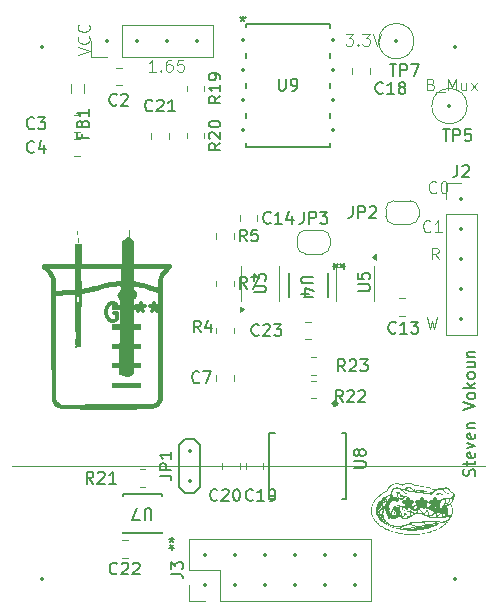
<source format=gto>
%TF.GenerationSoftware,KiCad,Pcbnew,8.0.2*%
%TF.CreationDate,2024-06-08T00:27:39-04:00*%
%TF.ProjectId,EIS Board,45495320-426f-4617-9264-2e6b69636164,rev?*%
%TF.SameCoordinates,Original*%
%TF.FileFunction,Legend,Top*%
%TF.FilePolarity,Positive*%
%FSLAX46Y46*%
G04 Gerber Fmt 4.6, Leading zero omitted, Abs format (unit mm)*
G04 Created by KiCad (PCBNEW 8.0.2) date 2024-06-08 00:27:39*
%MOMM*%
%LPD*%
G01*
G04 APERTURE LIST*
%ADD10C,0.100000*%
%ADD11C,0.150000*%
%ADD12C,0.300000*%
%ADD13C,0.000000*%
%ADD14C,0.127000*%
%ADD15C,0.152400*%
%ADD16C,0.120000*%
%ADD17C,0.350000*%
G04 APERTURE END LIST*
D10*
X112127693Y-54572419D02*
X111556265Y-54572419D01*
X111841979Y-54572419D02*
X111841979Y-53572419D01*
X111841979Y-53572419D02*
X111746741Y-53715276D01*
X111746741Y-53715276D02*
X111651503Y-53810514D01*
X111651503Y-53810514D02*
X111556265Y-53858133D01*
X112556265Y-54477180D02*
X112603884Y-54524800D01*
X112603884Y-54524800D02*
X112556265Y-54572419D01*
X112556265Y-54572419D02*
X112508646Y-54524800D01*
X112508646Y-54524800D02*
X112556265Y-54477180D01*
X112556265Y-54477180D02*
X112556265Y-54572419D01*
X113461026Y-53572419D02*
X113270550Y-53572419D01*
X113270550Y-53572419D02*
X113175312Y-53620038D01*
X113175312Y-53620038D02*
X113127693Y-53667657D01*
X113127693Y-53667657D02*
X113032455Y-53810514D01*
X113032455Y-53810514D02*
X112984836Y-54000990D01*
X112984836Y-54000990D02*
X112984836Y-54381942D01*
X112984836Y-54381942D02*
X113032455Y-54477180D01*
X113032455Y-54477180D02*
X113080074Y-54524800D01*
X113080074Y-54524800D02*
X113175312Y-54572419D01*
X113175312Y-54572419D02*
X113365788Y-54572419D01*
X113365788Y-54572419D02*
X113461026Y-54524800D01*
X113461026Y-54524800D02*
X113508645Y-54477180D01*
X113508645Y-54477180D02*
X113556264Y-54381942D01*
X113556264Y-54381942D02*
X113556264Y-54143847D01*
X113556264Y-54143847D02*
X113508645Y-54048609D01*
X113508645Y-54048609D02*
X113461026Y-54000990D01*
X113461026Y-54000990D02*
X113365788Y-53953371D01*
X113365788Y-53953371D02*
X113175312Y-53953371D01*
X113175312Y-53953371D02*
X113080074Y-54000990D01*
X113080074Y-54000990D02*
X113032455Y-54048609D01*
X113032455Y-54048609D02*
X112984836Y-54143847D01*
X114461026Y-53572419D02*
X113984836Y-53572419D01*
X113984836Y-53572419D02*
X113937217Y-54048609D01*
X113937217Y-54048609D02*
X113984836Y-54000990D01*
X113984836Y-54000990D02*
X114080074Y-53953371D01*
X114080074Y-53953371D02*
X114318169Y-53953371D01*
X114318169Y-53953371D02*
X114413407Y-54000990D01*
X114413407Y-54000990D02*
X114461026Y-54048609D01*
X114461026Y-54048609D02*
X114508645Y-54143847D01*
X114508645Y-54143847D02*
X114508645Y-54381942D01*
X114508645Y-54381942D02*
X114461026Y-54477180D01*
X114461026Y-54477180D02*
X114413407Y-54524800D01*
X114413407Y-54524800D02*
X114318169Y-54572419D01*
X114318169Y-54572419D02*
X114080074Y-54572419D01*
X114080074Y-54572419D02*
X113984836Y-54524800D01*
X113984836Y-54524800D02*
X113937217Y-54477180D01*
X105542419Y-53168972D02*
X106542419Y-52835639D01*
X106542419Y-52835639D02*
X105542419Y-52502306D01*
X106447180Y-51597544D02*
X106494800Y-51645163D01*
X106494800Y-51645163D02*
X106542419Y-51788020D01*
X106542419Y-51788020D02*
X106542419Y-51883258D01*
X106542419Y-51883258D02*
X106494800Y-52026115D01*
X106494800Y-52026115D02*
X106399561Y-52121353D01*
X106399561Y-52121353D02*
X106304323Y-52168972D01*
X106304323Y-52168972D02*
X106113847Y-52216591D01*
X106113847Y-52216591D02*
X105970990Y-52216591D01*
X105970990Y-52216591D02*
X105780514Y-52168972D01*
X105780514Y-52168972D02*
X105685276Y-52121353D01*
X105685276Y-52121353D02*
X105590038Y-52026115D01*
X105590038Y-52026115D02*
X105542419Y-51883258D01*
X105542419Y-51883258D02*
X105542419Y-51788020D01*
X105542419Y-51788020D02*
X105590038Y-51645163D01*
X105590038Y-51645163D02*
X105637657Y-51597544D01*
X106447180Y-50597544D02*
X106494800Y-50645163D01*
X106494800Y-50645163D02*
X106542419Y-50788020D01*
X106542419Y-50788020D02*
X106542419Y-50883258D01*
X106542419Y-50883258D02*
X106494800Y-51026115D01*
X106494800Y-51026115D02*
X106399561Y-51121353D01*
X106399561Y-51121353D02*
X106304323Y-51168972D01*
X106304323Y-51168972D02*
X106113847Y-51216591D01*
X106113847Y-51216591D02*
X105970990Y-51216591D01*
X105970990Y-51216591D02*
X105780514Y-51168972D01*
X105780514Y-51168972D02*
X105685276Y-51121353D01*
X105685276Y-51121353D02*
X105590038Y-51026115D01*
X105590038Y-51026115D02*
X105542419Y-50883258D01*
X105542419Y-50883258D02*
X105542419Y-50788020D01*
X105542419Y-50788020D02*
X105590038Y-50645163D01*
X105590038Y-50645163D02*
X105637657Y-50597544D01*
X135108646Y-75372419D02*
X135346741Y-76372419D01*
X135346741Y-76372419D02*
X135537217Y-75658133D01*
X135537217Y-75658133D02*
X135727693Y-76372419D01*
X135727693Y-76372419D02*
X135965789Y-75372419D01*
X136075312Y-70472419D02*
X135741979Y-69996228D01*
X135503884Y-70472419D02*
X135503884Y-69472419D01*
X135503884Y-69472419D02*
X135884836Y-69472419D01*
X135884836Y-69472419D02*
X135980074Y-69520038D01*
X135980074Y-69520038D02*
X136027693Y-69567657D01*
X136027693Y-69567657D02*
X136075312Y-69662895D01*
X136075312Y-69662895D02*
X136075312Y-69805752D01*
X136075312Y-69805752D02*
X136027693Y-69900990D01*
X136027693Y-69900990D02*
X135980074Y-69948609D01*
X135980074Y-69948609D02*
X135884836Y-69996228D01*
X135884836Y-69996228D02*
X135503884Y-69996228D01*
X135375312Y-68077180D02*
X135327693Y-68124800D01*
X135327693Y-68124800D02*
X135184836Y-68172419D01*
X135184836Y-68172419D02*
X135089598Y-68172419D01*
X135089598Y-68172419D02*
X134946741Y-68124800D01*
X134946741Y-68124800D02*
X134851503Y-68029561D01*
X134851503Y-68029561D02*
X134803884Y-67934323D01*
X134803884Y-67934323D02*
X134756265Y-67743847D01*
X134756265Y-67743847D02*
X134756265Y-67600990D01*
X134756265Y-67600990D02*
X134803884Y-67410514D01*
X134803884Y-67410514D02*
X134851503Y-67315276D01*
X134851503Y-67315276D02*
X134946741Y-67220038D01*
X134946741Y-67220038D02*
X135089598Y-67172419D01*
X135089598Y-67172419D02*
X135184836Y-67172419D01*
X135184836Y-67172419D02*
X135327693Y-67220038D01*
X135327693Y-67220038D02*
X135375312Y-67267657D01*
X136327693Y-68172419D02*
X135756265Y-68172419D01*
X136041979Y-68172419D02*
X136041979Y-67172419D01*
X136041979Y-67172419D02*
X135946741Y-67315276D01*
X135946741Y-67315276D02*
X135851503Y-67410514D01*
X135851503Y-67410514D02*
X135756265Y-67458133D01*
X135875312Y-64777180D02*
X135827693Y-64824800D01*
X135827693Y-64824800D02*
X135684836Y-64872419D01*
X135684836Y-64872419D02*
X135589598Y-64872419D01*
X135589598Y-64872419D02*
X135446741Y-64824800D01*
X135446741Y-64824800D02*
X135351503Y-64729561D01*
X135351503Y-64729561D02*
X135303884Y-64634323D01*
X135303884Y-64634323D02*
X135256265Y-64443847D01*
X135256265Y-64443847D02*
X135256265Y-64300990D01*
X135256265Y-64300990D02*
X135303884Y-64110514D01*
X135303884Y-64110514D02*
X135351503Y-64015276D01*
X135351503Y-64015276D02*
X135446741Y-63920038D01*
X135446741Y-63920038D02*
X135589598Y-63872419D01*
X135589598Y-63872419D02*
X135684836Y-63872419D01*
X135684836Y-63872419D02*
X135827693Y-63920038D01*
X135827693Y-63920038D02*
X135875312Y-63967657D01*
X136494360Y-63872419D02*
X136589598Y-63872419D01*
X136589598Y-63872419D02*
X136684836Y-63920038D01*
X136684836Y-63920038D02*
X136732455Y-63967657D01*
X136732455Y-63967657D02*
X136780074Y-64062895D01*
X136780074Y-64062895D02*
X136827693Y-64253371D01*
X136827693Y-64253371D02*
X136827693Y-64491466D01*
X136827693Y-64491466D02*
X136780074Y-64681942D01*
X136780074Y-64681942D02*
X136732455Y-64777180D01*
X136732455Y-64777180D02*
X136684836Y-64824800D01*
X136684836Y-64824800D02*
X136589598Y-64872419D01*
X136589598Y-64872419D02*
X136494360Y-64872419D01*
X136494360Y-64872419D02*
X136399122Y-64824800D01*
X136399122Y-64824800D02*
X136351503Y-64777180D01*
X136351503Y-64777180D02*
X136303884Y-64681942D01*
X136303884Y-64681942D02*
X136256265Y-64491466D01*
X136256265Y-64491466D02*
X136256265Y-64253371D01*
X136256265Y-64253371D02*
X136303884Y-64062895D01*
X136303884Y-64062895D02*
X136351503Y-63967657D01*
X136351503Y-63967657D02*
X136399122Y-63920038D01*
X136399122Y-63920038D02*
X136494360Y-63872419D01*
X135437217Y-55648609D02*
X135580074Y-55696228D01*
X135580074Y-55696228D02*
X135627693Y-55743847D01*
X135627693Y-55743847D02*
X135675312Y-55839085D01*
X135675312Y-55839085D02*
X135675312Y-55981942D01*
X135675312Y-55981942D02*
X135627693Y-56077180D01*
X135627693Y-56077180D02*
X135580074Y-56124800D01*
X135580074Y-56124800D02*
X135484836Y-56172419D01*
X135484836Y-56172419D02*
X135103884Y-56172419D01*
X135103884Y-56172419D02*
X135103884Y-55172419D01*
X135103884Y-55172419D02*
X135437217Y-55172419D01*
X135437217Y-55172419D02*
X135532455Y-55220038D01*
X135532455Y-55220038D02*
X135580074Y-55267657D01*
X135580074Y-55267657D02*
X135627693Y-55362895D01*
X135627693Y-55362895D02*
X135627693Y-55458133D01*
X135627693Y-55458133D02*
X135580074Y-55553371D01*
X135580074Y-55553371D02*
X135532455Y-55600990D01*
X135532455Y-55600990D02*
X135437217Y-55648609D01*
X135437217Y-55648609D02*
X135103884Y-55648609D01*
X135865789Y-56267657D02*
X136627693Y-56267657D01*
X136865789Y-56172419D02*
X136865789Y-55172419D01*
X136865789Y-55172419D02*
X137199122Y-55886704D01*
X137199122Y-55886704D02*
X137532455Y-55172419D01*
X137532455Y-55172419D02*
X137532455Y-56172419D01*
X138437217Y-55505752D02*
X138437217Y-56172419D01*
X138008646Y-55505752D02*
X138008646Y-56029561D01*
X138008646Y-56029561D02*
X138056265Y-56124800D01*
X138056265Y-56124800D02*
X138151503Y-56172419D01*
X138151503Y-56172419D02*
X138294360Y-56172419D01*
X138294360Y-56172419D02*
X138389598Y-56124800D01*
X138389598Y-56124800D02*
X138437217Y-56077180D01*
X138818170Y-56172419D02*
X139341979Y-55505752D01*
X138818170Y-55505752D02*
X139341979Y-56172419D01*
X128208646Y-51372419D02*
X128827693Y-51372419D01*
X128827693Y-51372419D02*
X128494360Y-51753371D01*
X128494360Y-51753371D02*
X128637217Y-51753371D01*
X128637217Y-51753371D02*
X128732455Y-51800990D01*
X128732455Y-51800990D02*
X128780074Y-51848609D01*
X128780074Y-51848609D02*
X128827693Y-51943847D01*
X128827693Y-51943847D02*
X128827693Y-52181942D01*
X128827693Y-52181942D02*
X128780074Y-52277180D01*
X128780074Y-52277180D02*
X128732455Y-52324800D01*
X128732455Y-52324800D02*
X128637217Y-52372419D01*
X128637217Y-52372419D02*
X128351503Y-52372419D01*
X128351503Y-52372419D02*
X128256265Y-52324800D01*
X128256265Y-52324800D02*
X128208646Y-52277180D01*
X129256265Y-52277180D02*
X129303884Y-52324800D01*
X129303884Y-52324800D02*
X129256265Y-52372419D01*
X129256265Y-52372419D02*
X129208646Y-52324800D01*
X129208646Y-52324800D02*
X129256265Y-52277180D01*
X129256265Y-52277180D02*
X129256265Y-52372419D01*
X129637217Y-51372419D02*
X130256264Y-51372419D01*
X130256264Y-51372419D02*
X129922931Y-51753371D01*
X129922931Y-51753371D02*
X130065788Y-51753371D01*
X130065788Y-51753371D02*
X130161026Y-51800990D01*
X130161026Y-51800990D02*
X130208645Y-51848609D01*
X130208645Y-51848609D02*
X130256264Y-51943847D01*
X130256264Y-51943847D02*
X130256264Y-52181942D01*
X130256264Y-52181942D02*
X130208645Y-52277180D01*
X130208645Y-52277180D02*
X130161026Y-52324800D01*
X130161026Y-52324800D02*
X130065788Y-52372419D01*
X130065788Y-52372419D02*
X129780074Y-52372419D01*
X129780074Y-52372419D02*
X129684836Y-52324800D01*
X129684836Y-52324800D02*
X129637217Y-52277180D01*
X130541979Y-51372419D02*
X130875312Y-52372419D01*
X130875312Y-52372419D02*
X131208645Y-51372419D01*
X100000000Y-88000000D02*
X140000000Y-88000000D01*
D11*
X139122200Y-88810839D02*
X139169819Y-88667982D01*
X139169819Y-88667982D02*
X139169819Y-88429887D01*
X139169819Y-88429887D02*
X139122200Y-88334649D01*
X139122200Y-88334649D02*
X139074580Y-88287030D01*
X139074580Y-88287030D02*
X138979342Y-88239411D01*
X138979342Y-88239411D02*
X138884104Y-88239411D01*
X138884104Y-88239411D02*
X138788866Y-88287030D01*
X138788866Y-88287030D02*
X138741247Y-88334649D01*
X138741247Y-88334649D02*
X138693628Y-88429887D01*
X138693628Y-88429887D02*
X138646009Y-88620363D01*
X138646009Y-88620363D02*
X138598390Y-88715601D01*
X138598390Y-88715601D02*
X138550771Y-88763220D01*
X138550771Y-88763220D02*
X138455533Y-88810839D01*
X138455533Y-88810839D02*
X138360295Y-88810839D01*
X138360295Y-88810839D02*
X138265057Y-88763220D01*
X138265057Y-88763220D02*
X138217438Y-88715601D01*
X138217438Y-88715601D02*
X138169819Y-88620363D01*
X138169819Y-88620363D02*
X138169819Y-88382268D01*
X138169819Y-88382268D02*
X138217438Y-88239411D01*
X138503152Y-87953696D02*
X138503152Y-87572744D01*
X138169819Y-87810839D02*
X139026961Y-87810839D01*
X139026961Y-87810839D02*
X139122200Y-87763220D01*
X139122200Y-87763220D02*
X139169819Y-87667982D01*
X139169819Y-87667982D02*
X139169819Y-87572744D01*
X139122200Y-86858458D02*
X139169819Y-86953696D01*
X139169819Y-86953696D02*
X139169819Y-87144172D01*
X139169819Y-87144172D02*
X139122200Y-87239410D01*
X139122200Y-87239410D02*
X139026961Y-87287029D01*
X139026961Y-87287029D02*
X138646009Y-87287029D01*
X138646009Y-87287029D02*
X138550771Y-87239410D01*
X138550771Y-87239410D02*
X138503152Y-87144172D01*
X138503152Y-87144172D02*
X138503152Y-86953696D01*
X138503152Y-86953696D02*
X138550771Y-86858458D01*
X138550771Y-86858458D02*
X138646009Y-86810839D01*
X138646009Y-86810839D02*
X138741247Y-86810839D01*
X138741247Y-86810839D02*
X138836485Y-87287029D01*
X138503152Y-86477505D02*
X139169819Y-86239410D01*
X139169819Y-86239410D02*
X138503152Y-86001315D01*
X139122200Y-85239410D02*
X139169819Y-85334648D01*
X139169819Y-85334648D02*
X139169819Y-85525124D01*
X139169819Y-85525124D02*
X139122200Y-85620362D01*
X139122200Y-85620362D02*
X139026961Y-85667981D01*
X139026961Y-85667981D02*
X138646009Y-85667981D01*
X138646009Y-85667981D02*
X138550771Y-85620362D01*
X138550771Y-85620362D02*
X138503152Y-85525124D01*
X138503152Y-85525124D02*
X138503152Y-85334648D01*
X138503152Y-85334648D02*
X138550771Y-85239410D01*
X138550771Y-85239410D02*
X138646009Y-85191791D01*
X138646009Y-85191791D02*
X138741247Y-85191791D01*
X138741247Y-85191791D02*
X138836485Y-85667981D01*
X138503152Y-84763219D02*
X139169819Y-84763219D01*
X138598390Y-84763219D02*
X138550771Y-84715600D01*
X138550771Y-84715600D02*
X138503152Y-84620362D01*
X138503152Y-84620362D02*
X138503152Y-84477505D01*
X138503152Y-84477505D02*
X138550771Y-84382267D01*
X138550771Y-84382267D02*
X138646009Y-84334648D01*
X138646009Y-84334648D02*
X139169819Y-84334648D01*
X138169819Y-83239409D02*
X139169819Y-82906076D01*
X139169819Y-82906076D02*
X138169819Y-82572743D01*
X139169819Y-82096552D02*
X139122200Y-82191790D01*
X139122200Y-82191790D02*
X139074580Y-82239409D01*
X139074580Y-82239409D02*
X138979342Y-82287028D01*
X138979342Y-82287028D02*
X138693628Y-82287028D01*
X138693628Y-82287028D02*
X138598390Y-82239409D01*
X138598390Y-82239409D02*
X138550771Y-82191790D01*
X138550771Y-82191790D02*
X138503152Y-82096552D01*
X138503152Y-82096552D02*
X138503152Y-81953695D01*
X138503152Y-81953695D02*
X138550771Y-81858457D01*
X138550771Y-81858457D02*
X138598390Y-81810838D01*
X138598390Y-81810838D02*
X138693628Y-81763219D01*
X138693628Y-81763219D02*
X138979342Y-81763219D01*
X138979342Y-81763219D02*
X139074580Y-81810838D01*
X139074580Y-81810838D02*
X139122200Y-81858457D01*
X139122200Y-81858457D02*
X139169819Y-81953695D01*
X139169819Y-81953695D02*
X139169819Y-82096552D01*
X139169819Y-81334647D02*
X138169819Y-81334647D01*
X138788866Y-81239409D02*
X139169819Y-80953695D01*
X138503152Y-80953695D02*
X138884104Y-81334647D01*
X139169819Y-80382266D02*
X139122200Y-80477504D01*
X139122200Y-80477504D02*
X139074580Y-80525123D01*
X139074580Y-80525123D02*
X138979342Y-80572742D01*
X138979342Y-80572742D02*
X138693628Y-80572742D01*
X138693628Y-80572742D02*
X138598390Y-80525123D01*
X138598390Y-80525123D02*
X138550771Y-80477504D01*
X138550771Y-80477504D02*
X138503152Y-80382266D01*
X138503152Y-80382266D02*
X138503152Y-80239409D01*
X138503152Y-80239409D02*
X138550771Y-80144171D01*
X138550771Y-80144171D02*
X138598390Y-80096552D01*
X138598390Y-80096552D02*
X138693628Y-80048933D01*
X138693628Y-80048933D02*
X138979342Y-80048933D01*
X138979342Y-80048933D02*
X139074580Y-80096552D01*
X139074580Y-80096552D02*
X139122200Y-80144171D01*
X139122200Y-80144171D02*
X139169819Y-80239409D01*
X139169819Y-80239409D02*
X139169819Y-80382266D01*
X138503152Y-79191790D02*
X139169819Y-79191790D01*
X138503152Y-79620361D02*
X139026961Y-79620361D01*
X139026961Y-79620361D02*
X139122200Y-79572742D01*
X139122200Y-79572742D02*
X139169819Y-79477504D01*
X139169819Y-79477504D02*
X139169819Y-79334647D01*
X139169819Y-79334647D02*
X139122200Y-79239409D01*
X139122200Y-79239409D02*
X139074580Y-79191790D01*
X138503152Y-78715599D02*
X139169819Y-78715599D01*
X138598390Y-78715599D02*
X138550771Y-78667980D01*
X138550771Y-78667980D02*
X138503152Y-78572742D01*
X138503152Y-78572742D02*
X138503152Y-78429885D01*
X138503152Y-78429885D02*
X138550771Y-78334647D01*
X138550771Y-78334647D02*
X138646009Y-78287028D01*
X138646009Y-78287028D02*
X139169819Y-78287028D01*
D12*
X132578572Y-90849757D02*
X132435715Y-90778328D01*
X132435715Y-90778328D02*
X132221429Y-90778328D01*
X132221429Y-90778328D02*
X132007143Y-90849757D01*
X132007143Y-90849757D02*
X131864286Y-90992614D01*
X131864286Y-90992614D02*
X131792857Y-91135471D01*
X131792857Y-91135471D02*
X131721429Y-91421185D01*
X131721429Y-91421185D02*
X131721429Y-91635471D01*
X131721429Y-91635471D02*
X131792857Y-91921185D01*
X131792857Y-91921185D02*
X131864286Y-92064042D01*
X131864286Y-92064042D02*
X132007143Y-92206900D01*
X132007143Y-92206900D02*
X132221429Y-92278328D01*
X132221429Y-92278328D02*
X132364286Y-92278328D01*
X132364286Y-92278328D02*
X132578572Y-92206900D01*
X132578572Y-92206900D02*
X132650000Y-92135471D01*
X132650000Y-92135471D02*
X132650000Y-91635471D01*
X132650000Y-91635471D02*
X132364286Y-91635471D01*
X133507143Y-90778328D02*
X133507143Y-91135471D01*
X133150000Y-90992614D02*
X133507143Y-91135471D01*
X133507143Y-91135471D02*
X133864286Y-90992614D01*
X133292857Y-91421185D02*
X133507143Y-91135471D01*
X133507143Y-91135471D02*
X133721429Y-91421185D01*
X134650000Y-90778328D02*
X134650000Y-91135471D01*
X134292857Y-90992614D02*
X134650000Y-91135471D01*
X134650000Y-91135471D02*
X135007143Y-90992614D01*
X134435714Y-91421185D02*
X134650000Y-91135471D01*
X134650000Y-91135471D02*
X134864286Y-91421185D01*
X135792857Y-90778328D02*
X135792857Y-91135471D01*
X135435714Y-90992614D02*
X135792857Y-91135471D01*
X135792857Y-91135471D02*
X136150000Y-90992614D01*
X135578571Y-91421185D02*
X135792857Y-91135471D01*
X135792857Y-91135471D02*
X136007143Y-91421185D01*
X108778572Y-74249757D02*
X108635715Y-74178328D01*
X108635715Y-74178328D02*
X108421429Y-74178328D01*
X108421429Y-74178328D02*
X108207143Y-74249757D01*
X108207143Y-74249757D02*
X108064286Y-74392614D01*
X108064286Y-74392614D02*
X107992857Y-74535471D01*
X107992857Y-74535471D02*
X107921429Y-74821185D01*
X107921429Y-74821185D02*
X107921429Y-75035471D01*
X107921429Y-75035471D02*
X107992857Y-75321185D01*
X107992857Y-75321185D02*
X108064286Y-75464042D01*
X108064286Y-75464042D02*
X108207143Y-75606900D01*
X108207143Y-75606900D02*
X108421429Y-75678328D01*
X108421429Y-75678328D02*
X108564286Y-75678328D01*
X108564286Y-75678328D02*
X108778572Y-75606900D01*
X108778572Y-75606900D02*
X108850000Y-75535471D01*
X108850000Y-75535471D02*
X108850000Y-75035471D01*
X108850000Y-75035471D02*
X108564286Y-75035471D01*
X109707143Y-74178328D02*
X109707143Y-74535471D01*
X109350000Y-74392614D02*
X109707143Y-74535471D01*
X109707143Y-74535471D02*
X110064286Y-74392614D01*
X109492857Y-74821185D02*
X109707143Y-74535471D01*
X109707143Y-74535471D02*
X109921429Y-74821185D01*
X110850000Y-74178328D02*
X110850000Y-74535471D01*
X110492857Y-74392614D02*
X110850000Y-74535471D01*
X110850000Y-74535471D02*
X111207143Y-74392614D01*
X110635714Y-74821185D02*
X110850000Y-74535471D01*
X110850000Y-74535471D02*
X111064286Y-74821185D01*
X111992857Y-74178328D02*
X111992857Y-74535471D01*
X111635714Y-74392614D02*
X111992857Y-74535471D01*
X111992857Y-74535471D02*
X112350000Y-74392614D01*
X111778571Y-74821185D02*
X111992857Y-74535471D01*
X111992857Y-74535471D02*
X112207143Y-74821185D01*
D11*
X128900732Y-88126944D02*
X129710447Y-88126944D01*
X129710447Y-88126944D02*
X129805707Y-88079314D01*
X129805707Y-88079314D02*
X129853338Y-88031684D01*
X129853338Y-88031684D02*
X129900968Y-87936423D01*
X129900968Y-87936423D02*
X129900968Y-87745902D01*
X129900968Y-87745902D02*
X129853338Y-87650641D01*
X129853338Y-87650641D02*
X129805707Y-87603011D01*
X129805707Y-87603011D02*
X129710447Y-87555381D01*
X129710447Y-87555381D02*
X128900732Y-87555381D01*
X129329404Y-86936187D02*
X129281774Y-87031448D01*
X129281774Y-87031448D02*
X129234144Y-87079078D01*
X129234144Y-87079078D02*
X129138883Y-87126708D01*
X129138883Y-87126708D02*
X129091253Y-87126708D01*
X129091253Y-87126708D02*
X128995992Y-87079078D01*
X128995992Y-87079078D02*
X128948362Y-87031448D01*
X128948362Y-87031448D02*
X128900732Y-86936187D01*
X128900732Y-86936187D02*
X128900732Y-86745666D01*
X128900732Y-86745666D02*
X128948362Y-86650406D01*
X128948362Y-86650406D02*
X128995992Y-86602775D01*
X128995992Y-86602775D02*
X129091253Y-86555145D01*
X129091253Y-86555145D02*
X129138883Y-86555145D01*
X129138883Y-86555145D02*
X129234144Y-86602775D01*
X129234144Y-86602775D02*
X129281774Y-86650406D01*
X129281774Y-86650406D02*
X129329404Y-86745666D01*
X129329404Y-86745666D02*
X129329404Y-86936187D01*
X129329404Y-86936187D02*
X129377035Y-87031448D01*
X129377035Y-87031448D02*
X129424665Y-87079078D01*
X129424665Y-87079078D02*
X129519926Y-87126708D01*
X129519926Y-87126708D02*
X129710447Y-87126708D01*
X129710447Y-87126708D02*
X129805707Y-87079078D01*
X129805707Y-87079078D02*
X129853338Y-87031448D01*
X129853338Y-87031448D02*
X129900968Y-86936187D01*
X129900968Y-86936187D02*
X129900968Y-86745666D01*
X129900968Y-86745666D02*
X129853338Y-86650406D01*
X129853338Y-86650406D02*
X129805707Y-86602775D01*
X129805707Y-86602775D02*
X129710447Y-86555145D01*
X129710447Y-86555145D02*
X129519926Y-86555145D01*
X129519926Y-86555145D02*
X129424665Y-86602775D01*
X129424665Y-86602775D02*
X129377035Y-86650406D01*
X129377035Y-86650406D02*
X129329404Y-86745666D01*
X122548095Y-55184819D02*
X122548095Y-55994342D01*
X122548095Y-55994342D02*
X122595714Y-56089580D01*
X122595714Y-56089580D02*
X122643333Y-56137200D01*
X122643333Y-56137200D02*
X122738571Y-56184819D01*
X122738571Y-56184819D02*
X122929047Y-56184819D01*
X122929047Y-56184819D02*
X123024285Y-56137200D01*
X123024285Y-56137200D02*
X123071904Y-56089580D01*
X123071904Y-56089580D02*
X123119523Y-55994342D01*
X123119523Y-55994342D02*
X123119523Y-55184819D01*
X123643333Y-56184819D02*
X123833809Y-56184819D01*
X123833809Y-56184819D02*
X123929047Y-56137200D01*
X123929047Y-56137200D02*
X123976666Y-56089580D01*
X123976666Y-56089580D02*
X124071904Y-55946723D01*
X124071904Y-55946723D02*
X124119523Y-55756247D01*
X124119523Y-55756247D02*
X124119523Y-55375295D01*
X124119523Y-55375295D02*
X124071904Y-55280057D01*
X124071904Y-55280057D02*
X124024285Y-55232438D01*
X124024285Y-55232438D02*
X123929047Y-55184819D01*
X123929047Y-55184819D02*
X123738571Y-55184819D01*
X123738571Y-55184819D02*
X123643333Y-55232438D01*
X123643333Y-55232438D02*
X123595714Y-55280057D01*
X123595714Y-55280057D02*
X123548095Y-55375295D01*
X123548095Y-55375295D02*
X123548095Y-55613390D01*
X123548095Y-55613390D02*
X123595714Y-55708628D01*
X123595714Y-55708628D02*
X123643333Y-55756247D01*
X123643333Y-55756247D02*
X123738571Y-55803866D01*
X123738571Y-55803866D02*
X123929047Y-55803866D01*
X123929047Y-55803866D02*
X124024285Y-55756247D01*
X124024285Y-55756247D02*
X124071904Y-55708628D01*
X124071904Y-55708628D02*
X124119523Y-55613390D01*
X119500000Y-49850819D02*
X119500000Y-50088914D01*
X119261905Y-49993676D02*
X119500000Y-50088914D01*
X119500000Y-50088914D02*
X119738095Y-49993676D01*
X119357143Y-50279390D02*
X119500000Y-50088914D01*
X119500000Y-50088914D02*
X119642857Y-50279390D01*
X119500000Y-49850819D02*
X119500000Y-50088914D01*
X119261905Y-49993676D02*
X119500000Y-50088914D01*
X119500000Y-50088914D02*
X119738095Y-49993676D01*
X119357143Y-50279390D02*
X119500000Y-50088914D01*
X119500000Y-50088914D02*
X119642857Y-50279390D01*
X111761904Y-92545180D02*
X111761904Y-91735657D01*
X111761904Y-91735657D02*
X111714285Y-91640419D01*
X111714285Y-91640419D02*
X111666666Y-91592800D01*
X111666666Y-91592800D02*
X111571428Y-91545180D01*
X111571428Y-91545180D02*
X111380952Y-91545180D01*
X111380952Y-91545180D02*
X111285714Y-91592800D01*
X111285714Y-91592800D02*
X111238095Y-91640419D01*
X111238095Y-91640419D02*
X111190476Y-91735657D01*
X111190476Y-91735657D02*
X111190476Y-92545180D01*
X110809523Y-92545180D02*
X110142857Y-92545180D01*
X110142857Y-92545180D02*
X110571428Y-91545180D01*
X113482849Y-95094980D02*
X113482849Y-94856885D01*
X113720944Y-94952123D02*
X113482849Y-94856885D01*
X113482849Y-94856885D02*
X113244754Y-94952123D01*
X113625706Y-94666409D02*
X113482849Y-94856885D01*
X113482849Y-94856885D02*
X113339992Y-94666409D01*
X113482850Y-94004619D02*
X113482850Y-94242714D01*
X113244755Y-94147476D02*
X113482850Y-94242714D01*
X113482850Y-94242714D02*
X113720945Y-94147476D01*
X113339993Y-94433190D02*
X113482850Y-94242714D01*
X113482850Y-94242714D02*
X113625707Y-94433190D01*
X125445180Y-71938095D02*
X124635657Y-71938095D01*
X124635657Y-71938095D02*
X124540419Y-71985714D01*
X124540419Y-71985714D02*
X124492800Y-72033333D01*
X124492800Y-72033333D02*
X124445180Y-72128571D01*
X124445180Y-72128571D02*
X124445180Y-72319047D01*
X124445180Y-72319047D02*
X124492800Y-72414285D01*
X124492800Y-72414285D02*
X124540419Y-72461904D01*
X124540419Y-72461904D02*
X124635657Y-72509523D01*
X124635657Y-72509523D02*
X125445180Y-72509523D01*
X125111847Y-73414285D02*
X124445180Y-73414285D01*
X125492800Y-73176190D02*
X124778514Y-72938095D01*
X124778514Y-72938095D02*
X124778514Y-73557142D01*
X128196179Y-71015500D02*
X127958084Y-71015500D01*
X128053322Y-70777405D02*
X127958084Y-71015500D01*
X127958084Y-71015500D02*
X128053322Y-71253595D01*
X127767608Y-70872643D02*
X127958084Y-71015500D01*
X127958084Y-71015500D02*
X127767608Y-71158357D01*
X127105818Y-71015499D02*
X127343913Y-71015499D01*
X127248675Y-71253594D02*
X127343913Y-71015499D01*
X127343913Y-71015499D02*
X127248675Y-70777404D01*
X127534389Y-71158356D02*
X127343913Y-71015499D01*
X127343913Y-71015499D02*
X127534389Y-70872642D01*
X137666666Y-62504819D02*
X137666666Y-63219104D01*
X137666666Y-63219104D02*
X137619047Y-63361961D01*
X137619047Y-63361961D02*
X137523809Y-63457200D01*
X137523809Y-63457200D02*
X137380952Y-63504819D01*
X137380952Y-63504819D02*
X137285714Y-63504819D01*
X138095238Y-62600057D02*
X138142857Y-62552438D01*
X138142857Y-62552438D02*
X138238095Y-62504819D01*
X138238095Y-62504819D02*
X138476190Y-62504819D01*
X138476190Y-62504819D02*
X138571428Y-62552438D01*
X138571428Y-62552438D02*
X138619047Y-62600057D01*
X138619047Y-62600057D02*
X138666666Y-62695295D01*
X138666666Y-62695295D02*
X138666666Y-62790533D01*
X138666666Y-62790533D02*
X138619047Y-62933390D01*
X138619047Y-62933390D02*
X138047619Y-63504819D01*
X138047619Y-63504819D02*
X138666666Y-63504819D01*
X113424819Y-97103333D02*
X114139104Y-97103333D01*
X114139104Y-97103333D02*
X114281961Y-97150952D01*
X114281961Y-97150952D02*
X114377200Y-97246190D01*
X114377200Y-97246190D02*
X114424819Y-97389047D01*
X114424819Y-97389047D02*
X114424819Y-97484285D01*
X113424819Y-96722380D02*
X113424819Y-96103333D01*
X113424819Y-96103333D02*
X113805771Y-96436666D01*
X113805771Y-96436666D02*
X113805771Y-96293809D01*
X113805771Y-96293809D02*
X113853390Y-96198571D01*
X113853390Y-96198571D02*
X113901009Y-96150952D01*
X113901009Y-96150952D02*
X113996247Y-96103333D01*
X113996247Y-96103333D02*
X114234342Y-96103333D01*
X114234342Y-96103333D02*
X114329580Y-96150952D01*
X114329580Y-96150952D02*
X114377200Y-96198571D01*
X114377200Y-96198571D02*
X114424819Y-96293809D01*
X114424819Y-96293809D02*
X114424819Y-96579523D01*
X114424819Y-96579523D02*
X114377200Y-96674761D01*
X114377200Y-96674761D02*
X114329580Y-96722380D01*
X115833333Y-80859580D02*
X115785714Y-80907200D01*
X115785714Y-80907200D02*
X115642857Y-80954819D01*
X115642857Y-80954819D02*
X115547619Y-80954819D01*
X115547619Y-80954819D02*
X115404762Y-80907200D01*
X115404762Y-80907200D02*
X115309524Y-80811961D01*
X115309524Y-80811961D02*
X115261905Y-80716723D01*
X115261905Y-80716723D02*
X115214286Y-80526247D01*
X115214286Y-80526247D02*
X115214286Y-80383390D01*
X115214286Y-80383390D02*
X115261905Y-80192914D01*
X115261905Y-80192914D02*
X115309524Y-80097676D01*
X115309524Y-80097676D02*
X115404762Y-80002438D01*
X115404762Y-80002438D02*
X115547619Y-79954819D01*
X115547619Y-79954819D02*
X115642857Y-79954819D01*
X115642857Y-79954819D02*
X115785714Y-80002438D01*
X115785714Y-80002438D02*
X115833333Y-80050057D01*
X116166667Y-79954819D02*
X116833333Y-79954819D01*
X116833333Y-79954819D02*
X116404762Y-80954819D01*
X101833333Y-59359580D02*
X101785714Y-59407200D01*
X101785714Y-59407200D02*
X101642857Y-59454819D01*
X101642857Y-59454819D02*
X101547619Y-59454819D01*
X101547619Y-59454819D02*
X101404762Y-59407200D01*
X101404762Y-59407200D02*
X101309524Y-59311961D01*
X101309524Y-59311961D02*
X101261905Y-59216723D01*
X101261905Y-59216723D02*
X101214286Y-59026247D01*
X101214286Y-59026247D02*
X101214286Y-58883390D01*
X101214286Y-58883390D02*
X101261905Y-58692914D01*
X101261905Y-58692914D02*
X101309524Y-58597676D01*
X101309524Y-58597676D02*
X101404762Y-58502438D01*
X101404762Y-58502438D02*
X101547619Y-58454819D01*
X101547619Y-58454819D02*
X101642857Y-58454819D01*
X101642857Y-58454819D02*
X101785714Y-58502438D01*
X101785714Y-58502438D02*
X101833333Y-58550057D01*
X102166667Y-58454819D02*
X102785714Y-58454819D01*
X102785714Y-58454819D02*
X102452381Y-58835771D01*
X102452381Y-58835771D02*
X102595238Y-58835771D01*
X102595238Y-58835771D02*
X102690476Y-58883390D01*
X102690476Y-58883390D02*
X102738095Y-58931009D01*
X102738095Y-58931009D02*
X102785714Y-59026247D01*
X102785714Y-59026247D02*
X102785714Y-59264342D01*
X102785714Y-59264342D02*
X102738095Y-59359580D01*
X102738095Y-59359580D02*
X102690476Y-59407200D01*
X102690476Y-59407200D02*
X102595238Y-59454819D01*
X102595238Y-59454819D02*
X102309524Y-59454819D01*
X102309524Y-59454819D02*
X102214286Y-59407200D01*
X102214286Y-59407200D02*
X102166667Y-59359580D01*
X106857142Y-89454819D02*
X106523809Y-88978628D01*
X106285714Y-89454819D02*
X106285714Y-88454819D01*
X106285714Y-88454819D02*
X106666666Y-88454819D01*
X106666666Y-88454819D02*
X106761904Y-88502438D01*
X106761904Y-88502438D02*
X106809523Y-88550057D01*
X106809523Y-88550057D02*
X106857142Y-88645295D01*
X106857142Y-88645295D02*
X106857142Y-88788152D01*
X106857142Y-88788152D02*
X106809523Y-88883390D01*
X106809523Y-88883390D02*
X106761904Y-88931009D01*
X106761904Y-88931009D02*
X106666666Y-88978628D01*
X106666666Y-88978628D02*
X106285714Y-88978628D01*
X107238095Y-88550057D02*
X107285714Y-88502438D01*
X107285714Y-88502438D02*
X107380952Y-88454819D01*
X107380952Y-88454819D02*
X107619047Y-88454819D01*
X107619047Y-88454819D02*
X107714285Y-88502438D01*
X107714285Y-88502438D02*
X107761904Y-88550057D01*
X107761904Y-88550057D02*
X107809523Y-88645295D01*
X107809523Y-88645295D02*
X107809523Y-88740533D01*
X107809523Y-88740533D02*
X107761904Y-88883390D01*
X107761904Y-88883390D02*
X107190476Y-89454819D01*
X107190476Y-89454819D02*
X107809523Y-89454819D01*
X108761904Y-89454819D02*
X108190476Y-89454819D01*
X108476190Y-89454819D02*
X108476190Y-88454819D01*
X108476190Y-88454819D02*
X108380952Y-88597676D01*
X108380952Y-88597676D02*
X108285714Y-88692914D01*
X108285714Y-88692914D02*
X108190476Y-88740533D01*
X120454819Y-73261904D02*
X121264342Y-73261904D01*
X121264342Y-73261904D02*
X121359580Y-73214285D01*
X121359580Y-73214285D02*
X121407200Y-73166666D01*
X121407200Y-73166666D02*
X121454819Y-73071428D01*
X121454819Y-73071428D02*
X121454819Y-72880952D01*
X121454819Y-72880952D02*
X121407200Y-72785714D01*
X121407200Y-72785714D02*
X121359580Y-72738095D01*
X121359580Y-72738095D02*
X121264342Y-72690476D01*
X121264342Y-72690476D02*
X120454819Y-72690476D01*
X120454819Y-72309523D02*
X120454819Y-71690476D01*
X120454819Y-71690476D02*
X120835771Y-72023809D01*
X120835771Y-72023809D02*
X120835771Y-71880952D01*
X120835771Y-71880952D02*
X120883390Y-71785714D01*
X120883390Y-71785714D02*
X120931009Y-71738095D01*
X120931009Y-71738095D02*
X121026247Y-71690476D01*
X121026247Y-71690476D02*
X121264342Y-71690476D01*
X121264342Y-71690476D02*
X121359580Y-71738095D01*
X121359580Y-71738095D02*
X121407200Y-71785714D01*
X121407200Y-71785714D02*
X121454819Y-71880952D01*
X121454819Y-71880952D02*
X121454819Y-72166666D01*
X121454819Y-72166666D02*
X121407200Y-72261904D01*
X121407200Y-72261904D02*
X121359580Y-72309523D01*
X117604819Y-56642857D02*
X117128628Y-56976190D01*
X117604819Y-57214285D02*
X116604819Y-57214285D01*
X116604819Y-57214285D02*
X116604819Y-56833333D01*
X116604819Y-56833333D02*
X116652438Y-56738095D01*
X116652438Y-56738095D02*
X116700057Y-56690476D01*
X116700057Y-56690476D02*
X116795295Y-56642857D01*
X116795295Y-56642857D02*
X116938152Y-56642857D01*
X116938152Y-56642857D02*
X117033390Y-56690476D01*
X117033390Y-56690476D02*
X117081009Y-56738095D01*
X117081009Y-56738095D02*
X117128628Y-56833333D01*
X117128628Y-56833333D02*
X117128628Y-57214285D01*
X117604819Y-55690476D02*
X117604819Y-56261904D01*
X117604819Y-55976190D02*
X116604819Y-55976190D01*
X116604819Y-55976190D02*
X116747676Y-56071428D01*
X116747676Y-56071428D02*
X116842914Y-56166666D01*
X116842914Y-56166666D02*
X116890533Y-56261904D01*
X117604819Y-55214285D02*
X117604819Y-55023809D01*
X117604819Y-55023809D02*
X117557200Y-54928571D01*
X117557200Y-54928571D02*
X117509580Y-54880952D01*
X117509580Y-54880952D02*
X117366723Y-54785714D01*
X117366723Y-54785714D02*
X117176247Y-54738095D01*
X117176247Y-54738095D02*
X116795295Y-54738095D01*
X116795295Y-54738095D02*
X116700057Y-54785714D01*
X116700057Y-54785714D02*
X116652438Y-54833333D01*
X116652438Y-54833333D02*
X116604819Y-54928571D01*
X116604819Y-54928571D02*
X116604819Y-55119047D01*
X116604819Y-55119047D02*
X116652438Y-55214285D01*
X116652438Y-55214285D02*
X116700057Y-55261904D01*
X116700057Y-55261904D02*
X116795295Y-55309523D01*
X116795295Y-55309523D02*
X117033390Y-55309523D01*
X117033390Y-55309523D02*
X117128628Y-55261904D01*
X117128628Y-55261904D02*
X117176247Y-55214285D01*
X117176247Y-55214285D02*
X117223866Y-55119047D01*
X117223866Y-55119047D02*
X117223866Y-54928571D01*
X117223866Y-54928571D02*
X117176247Y-54833333D01*
X117176247Y-54833333D02*
X117128628Y-54785714D01*
X117128628Y-54785714D02*
X117033390Y-54738095D01*
X127957142Y-82554819D02*
X127623809Y-82078628D01*
X127385714Y-82554819D02*
X127385714Y-81554819D01*
X127385714Y-81554819D02*
X127766666Y-81554819D01*
X127766666Y-81554819D02*
X127861904Y-81602438D01*
X127861904Y-81602438D02*
X127909523Y-81650057D01*
X127909523Y-81650057D02*
X127957142Y-81745295D01*
X127957142Y-81745295D02*
X127957142Y-81888152D01*
X127957142Y-81888152D02*
X127909523Y-81983390D01*
X127909523Y-81983390D02*
X127861904Y-82031009D01*
X127861904Y-82031009D02*
X127766666Y-82078628D01*
X127766666Y-82078628D02*
X127385714Y-82078628D01*
X128338095Y-81650057D02*
X128385714Y-81602438D01*
X128385714Y-81602438D02*
X128480952Y-81554819D01*
X128480952Y-81554819D02*
X128719047Y-81554819D01*
X128719047Y-81554819D02*
X128814285Y-81602438D01*
X128814285Y-81602438D02*
X128861904Y-81650057D01*
X128861904Y-81650057D02*
X128909523Y-81745295D01*
X128909523Y-81745295D02*
X128909523Y-81840533D01*
X128909523Y-81840533D02*
X128861904Y-81983390D01*
X128861904Y-81983390D02*
X128290476Y-82554819D01*
X128290476Y-82554819D02*
X128909523Y-82554819D01*
X129290476Y-81650057D02*
X129338095Y-81602438D01*
X129338095Y-81602438D02*
X129433333Y-81554819D01*
X129433333Y-81554819D02*
X129671428Y-81554819D01*
X129671428Y-81554819D02*
X129766666Y-81602438D01*
X129766666Y-81602438D02*
X129814285Y-81650057D01*
X129814285Y-81650057D02*
X129861904Y-81745295D01*
X129861904Y-81745295D02*
X129861904Y-81840533D01*
X129861904Y-81840533D02*
X129814285Y-81983390D01*
X129814285Y-81983390D02*
X129242857Y-82554819D01*
X129242857Y-82554819D02*
X129861904Y-82554819D01*
X132457142Y-76659580D02*
X132409523Y-76707200D01*
X132409523Y-76707200D02*
X132266666Y-76754819D01*
X132266666Y-76754819D02*
X132171428Y-76754819D01*
X132171428Y-76754819D02*
X132028571Y-76707200D01*
X132028571Y-76707200D02*
X131933333Y-76611961D01*
X131933333Y-76611961D02*
X131885714Y-76516723D01*
X131885714Y-76516723D02*
X131838095Y-76326247D01*
X131838095Y-76326247D02*
X131838095Y-76183390D01*
X131838095Y-76183390D02*
X131885714Y-75992914D01*
X131885714Y-75992914D02*
X131933333Y-75897676D01*
X131933333Y-75897676D02*
X132028571Y-75802438D01*
X132028571Y-75802438D02*
X132171428Y-75754819D01*
X132171428Y-75754819D02*
X132266666Y-75754819D01*
X132266666Y-75754819D02*
X132409523Y-75802438D01*
X132409523Y-75802438D02*
X132457142Y-75850057D01*
X133409523Y-76754819D02*
X132838095Y-76754819D01*
X133123809Y-76754819D02*
X133123809Y-75754819D01*
X133123809Y-75754819D02*
X133028571Y-75897676D01*
X133028571Y-75897676D02*
X132933333Y-75992914D01*
X132933333Y-75992914D02*
X132838095Y-76040533D01*
X133742857Y-75754819D02*
X134361904Y-75754819D01*
X134361904Y-75754819D02*
X134028571Y-76135771D01*
X134028571Y-76135771D02*
X134171428Y-76135771D01*
X134171428Y-76135771D02*
X134266666Y-76183390D01*
X134266666Y-76183390D02*
X134314285Y-76231009D01*
X134314285Y-76231009D02*
X134361904Y-76326247D01*
X134361904Y-76326247D02*
X134361904Y-76564342D01*
X134361904Y-76564342D02*
X134314285Y-76659580D01*
X134314285Y-76659580D02*
X134266666Y-76707200D01*
X134266666Y-76707200D02*
X134171428Y-76754819D01*
X134171428Y-76754819D02*
X133885714Y-76754819D01*
X133885714Y-76754819D02*
X133790476Y-76707200D01*
X133790476Y-76707200D02*
X133742857Y-76659580D01*
X115933333Y-76654819D02*
X115600000Y-76178628D01*
X115361905Y-76654819D02*
X115361905Y-75654819D01*
X115361905Y-75654819D02*
X115742857Y-75654819D01*
X115742857Y-75654819D02*
X115838095Y-75702438D01*
X115838095Y-75702438D02*
X115885714Y-75750057D01*
X115885714Y-75750057D02*
X115933333Y-75845295D01*
X115933333Y-75845295D02*
X115933333Y-75988152D01*
X115933333Y-75988152D02*
X115885714Y-76083390D01*
X115885714Y-76083390D02*
X115838095Y-76131009D01*
X115838095Y-76131009D02*
X115742857Y-76178628D01*
X115742857Y-76178628D02*
X115361905Y-76178628D01*
X116790476Y-75988152D02*
X116790476Y-76654819D01*
X116552381Y-75607200D02*
X116314286Y-76321485D01*
X116314286Y-76321485D02*
X116933333Y-76321485D01*
X121857142Y-67359580D02*
X121809523Y-67407200D01*
X121809523Y-67407200D02*
X121666666Y-67454819D01*
X121666666Y-67454819D02*
X121571428Y-67454819D01*
X121571428Y-67454819D02*
X121428571Y-67407200D01*
X121428571Y-67407200D02*
X121333333Y-67311961D01*
X121333333Y-67311961D02*
X121285714Y-67216723D01*
X121285714Y-67216723D02*
X121238095Y-67026247D01*
X121238095Y-67026247D02*
X121238095Y-66883390D01*
X121238095Y-66883390D02*
X121285714Y-66692914D01*
X121285714Y-66692914D02*
X121333333Y-66597676D01*
X121333333Y-66597676D02*
X121428571Y-66502438D01*
X121428571Y-66502438D02*
X121571428Y-66454819D01*
X121571428Y-66454819D02*
X121666666Y-66454819D01*
X121666666Y-66454819D02*
X121809523Y-66502438D01*
X121809523Y-66502438D02*
X121857142Y-66550057D01*
X122809523Y-67454819D02*
X122238095Y-67454819D01*
X122523809Y-67454819D02*
X122523809Y-66454819D01*
X122523809Y-66454819D02*
X122428571Y-66597676D01*
X122428571Y-66597676D02*
X122333333Y-66692914D01*
X122333333Y-66692914D02*
X122238095Y-66740533D01*
X123666666Y-66788152D02*
X123666666Y-67454819D01*
X123428571Y-66407200D02*
X123190476Y-67121485D01*
X123190476Y-67121485D02*
X123809523Y-67121485D01*
X119833333Y-72954819D02*
X119500000Y-72478628D01*
X119261905Y-72954819D02*
X119261905Y-71954819D01*
X119261905Y-71954819D02*
X119642857Y-71954819D01*
X119642857Y-71954819D02*
X119738095Y-72002438D01*
X119738095Y-72002438D02*
X119785714Y-72050057D01*
X119785714Y-72050057D02*
X119833333Y-72145295D01*
X119833333Y-72145295D02*
X119833333Y-72288152D01*
X119833333Y-72288152D02*
X119785714Y-72383390D01*
X119785714Y-72383390D02*
X119738095Y-72431009D01*
X119738095Y-72431009D02*
X119642857Y-72478628D01*
X119642857Y-72478628D02*
X119261905Y-72478628D01*
X120166667Y-71954819D02*
X120833333Y-71954819D01*
X120833333Y-71954819D02*
X120404762Y-72954819D01*
X117357142Y-90822080D02*
X117309523Y-90869700D01*
X117309523Y-90869700D02*
X117166666Y-90917319D01*
X117166666Y-90917319D02*
X117071428Y-90917319D01*
X117071428Y-90917319D02*
X116928571Y-90869700D01*
X116928571Y-90869700D02*
X116833333Y-90774461D01*
X116833333Y-90774461D02*
X116785714Y-90679223D01*
X116785714Y-90679223D02*
X116738095Y-90488747D01*
X116738095Y-90488747D02*
X116738095Y-90345890D01*
X116738095Y-90345890D02*
X116785714Y-90155414D01*
X116785714Y-90155414D02*
X116833333Y-90060176D01*
X116833333Y-90060176D02*
X116928571Y-89964938D01*
X116928571Y-89964938D02*
X117071428Y-89917319D01*
X117071428Y-89917319D02*
X117166666Y-89917319D01*
X117166666Y-89917319D02*
X117309523Y-89964938D01*
X117309523Y-89964938D02*
X117357142Y-90012557D01*
X117738095Y-90012557D02*
X117785714Y-89964938D01*
X117785714Y-89964938D02*
X117880952Y-89917319D01*
X117880952Y-89917319D02*
X118119047Y-89917319D01*
X118119047Y-89917319D02*
X118214285Y-89964938D01*
X118214285Y-89964938D02*
X118261904Y-90012557D01*
X118261904Y-90012557D02*
X118309523Y-90107795D01*
X118309523Y-90107795D02*
X118309523Y-90203033D01*
X118309523Y-90203033D02*
X118261904Y-90345890D01*
X118261904Y-90345890D02*
X117690476Y-90917319D01*
X117690476Y-90917319D02*
X118309523Y-90917319D01*
X118928571Y-89917319D02*
X119023809Y-89917319D01*
X119023809Y-89917319D02*
X119119047Y-89964938D01*
X119119047Y-89964938D02*
X119166666Y-90012557D01*
X119166666Y-90012557D02*
X119214285Y-90107795D01*
X119214285Y-90107795D02*
X119261904Y-90298271D01*
X119261904Y-90298271D02*
X119261904Y-90536366D01*
X119261904Y-90536366D02*
X119214285Y-90726842D01*
X119214285Y-90726842D02*
X119166666Y-90822080D01*
X119166666Y-90822080D02*
X119119047Y-90869700D01*
X119119047Y-90869700D02*
X119023809Y-90917319D01*
X119023809Y-90917319D02*
X118928571Y-90917319D01*
X118928571Y-90917319D02*
X118833333Y-90869700D01*
X118833333Y-90869700D02*
X118785714Y-90822080D01*
X118785714Y-90822080D02*
X118738095Y-90726842D01*
X118738095Y-90726842D02*
X118690476Y-90536366D01*
X118690476Y-90536366D02*
X118690476Y-90298271D01*
X118690476Y-90298271D02*
X118738095Y-90107795D01*
X118738095Y-90107795D02*
X118785714Y-90012557D01*
X118785714Y-90012557D02*
X118833333Y-89964938D01*
X118833333Y-89964938D02*
X118928571Y-89917319D01*
X108833333Y-57359580D02*
X108785714Y-57407200D01*
X108785714Y-57407200D02*
X108642857Y-57454819D01*
X108642857Y-57454819D02*
X108547619Y-57454819D01*
X108547619Y-57454819D02*
X108404762Y-57407200D01*
X108404762Y-57407200D02*
X108309524Y-57311961D01*
X108309524Y-57311961D02*
X108261905Y-57216723D01*
X108261905Y-57216723D02*
X108214286Y-57026247D01*
X108214286Y-57026247D02*
X108214286Y-56883390D01*
X108214286Y-56883390D02*
X108261905Y-56692914D01*
X108261905Y-56692914D02*
X108309524Y-56597676D01*
X108309524Y-56597676D02*
X108404762Y-56502438D01*
X108404762Y-56502438D02*
X108547619Y-56454819D01*
X108547619Y-56454819D02*
X108642857Y-56454819D01*
X108642857Y-56454819D02*
X108785714Y-56502438D01*
X108785714Y-56502438D02*
X108833333Y-56550057D01*
X109214286Y-56550057D02*
X109261905Y-56502438D01*
X109261905Y-56502438D02*
X109357143Y-56454819D01*
X109357143Y-56454819D02*
X109595238Y-56454819D01*
X109595238Y-56454819D02*
X109690476Y-56502438D01*
X109690476Y-56502438D02*
X109738095Y-56550057D01*
X109738095Y-56550057D02*
X109785714Y-56645295D01*
X109785714Y-56645295D02*
X109785714Y-56740533D01*
X109785714Y-56740533D02*
X109738095Y-56883390D01*
X109738095Y-56883390D02*
X109166667Y-57454819D01*
X109166667Y-57454819D02*
X109785714Y-57454819D01*
X101833333Y-61359580D02*
X101785714Y-61407200D01*
X101785714Y-61407200D02*
X101642857Y-61454819D01*
X101642857Y-61454819D02*
X101547619Y-61454819D01*
X101547619Y-61454819D02*
X101404762Y-61407200D01*
X101404762Y-61407200D02*
X101309524Y-61311961D01*
X101309524Y-61311961D02*
X101261905Y-61216723D01*
X101261905Y-61216723D02*
X101214286Y-61026247D01*
X101214286Y-61026247D02*
X101214286Y-60883390D01*
X101214286Y-60883390D02*
X101261905Y-60692914D01*
X101261905Y-60692914D02*
X101309524Y-60597676D01*
X101309524Y-60597676D02*
X101404762Y-60502438D01*
X101404762Y-60502438D02*
X101547619Y-60454819D01*
X101547619Y-60454819D02*
X101642857Y-60454819D01*
X101642857Y-60454819D02*
X101785714Y-60502438D01*
X101785714Y-60502438D02*
X101833333Y-60550057D01*
X102690476Y-60788152D02*
X102690476Y-61454819D01*
X102452381Y-60407200D02*
X102214286Y-61121485D01*
X102214286Y-61121485D02*
X102833333Y-61121485D01*
X136438095Y-59454819D02*
X137009523Y-59454819D01*
X136723809Y-60454819D02*
X136723809Y-59454819D01*
X137342857Y-60454819D02*
X137342857Y-59454819D01*
X137342857Y-59454819D02*
X137723809Y-59454819D01*
X137723809Y-59454819D02*
X137819047Y-59502438D01*
X137819047Y-59502438D02*
X137866666Y-59550057D01*
X137866666Y-59550057D02*
X137914285Y-59645295D01*
X137914285Y-59645295D02*
X137914285Y-59788152D01*
X137914285Y-59788152D02*
X137866666Y-59883390D01*
X137866666Y-59883390D02*
X137819047Y-59931009D01*
X137819047Y-59931009D02*
X137723809Y-59978628D01*
X137723809Y-59978628D02*
X137342857Y-59978628D01*
X138819047Y-59454819D02*
X138342857Y-59454819D01*
X138342857Y-59454819D02*
X138295238Y-59931009D01*
X138295238Y-59931009D02*
X138342857Y-59883390D01*
X138342857Y-59883390D02*
X138438095Y-59835771D01*
X138438095Y-59835771D02*
X138676190Y-59835771D01*
X138676190Y-59835771D02*
X138771428Y-59883390D01*
X138771428Y-59883390D02*
X138819047Y-59931009D01*
X138819047Y-59931009D02*
X138866666Y-60026247D01*
X138866666Y-60026247D02*
X138866666Y-60264342D01*
X138866666Y-60264342D02*
X138819047Y-60359580D01*
X138819047Y-60359580D02*
X138771428Y-60407200D01*
X138771428Y-60407200D02*
X138676190Y-60454819D01*
X138676190Y-60454819D02*
X138438095Y-60454819D01*
X138438095Y-60454819D02*
X138342857Y-60407200D01*
X138342857Y-60407200D02*
X138295238Y-60359580D01*
X108857142Y-97059580D02*
X108809523Y-97107200D01*
X108809523Y-97107200D02*
X108666666Y-97154819D01*
X108666666Y-97154819D02*
X108571428Y-97154819D01*
X108571428Y-97154819D02*
X108428571Y-97107200D01*
X108428571Y-97107200D02*
X108333333Y-97011961D01*
X108333333Y-97011961D02*
X108285714Y-96916723D01*
X108285714Y-96916723D02*
X108238095Y-96726247D01*
X108238095Y-96726247D02*
X108238095Y-96583390D01*
X108238095Y-96583390D02*
X108285714Y-96392914D01*
X108285714Y-96392914D02*
X108333333Y-96297676D01*
X108333333Y-96297676D02*
X108428571Y-96202438D01*
X108428571Y-96202438D02*
X108571428Y-96154819D01*
X108571428Y-96154819D02*
X108666666Y-96154819D01*
X108666666Y-96154819D02*
X108809523Y-96202438D01*
X108809523Y-96202438D02*
X108857142Y-96250057D01*
X109238095Y-96250057D02*
X109285714Y-96202438D01*
X109285714Y-96202438D02*
X109380952Y-96154819D01*
X109380952Y-96154819D02*
X109619047Y-96154819D01*
X109619047Y-96154819D02*
X109714285Y-96202438D01*
X109714285Y-96202438D02*
X109761904Y-96250057D01*
X109761904Y-96250057D02*
X109809523Y-96345295D01*
X109809523Y-96345295D02*
X109809523Y-96440533D01*
X109809523Y-96440533D02*
X109761904Y-96583390D01*
X109761904Y-96583390D02*
X109190476Y-97154819D01*
X109190476Y-97154819D02*
X109809523Y-97154819D01*
X110190476Y-96250057D02*
X110238095Y-96202438D01*
X110238095Y-96202438D02*
X110333333Y-96154819D01*
X110333333Y-96154819D02*
X110571428Y-96154819D01*
X110571428Y-96154819D02*
X110666666Y-96202438D01*
X110666666Y-96202438D02*
X110714285Y-96250057D01*
X110714285Y-96250057D02*
X110761904Y-96345295D01*
X110761904Y-96345295D02*
X110761904Y-96440533D01*
X110761904Y-96440533D02*
X110714285Y-96583390D01*
X110714285Y-96583390D02*
X110142857Y-97154819D01*
X110142857Y-97154819D02*
X110761904Y-97154819D01*
X128157142Y-79954819D02*
X127823809Y-79478628D01*
X127585714Y-79954819D02*
X127585714Y-78954819D01*
X127585714Y-78954819D02*
X127966666Y-78954819D01*
X127966666Y-78954819D02*
X128061904Y-79002438D01*
X128061904Y-79002438D02*
X128109523Y-79050057D01*
X128109523Y-79050057D02*
X128157142Y-79145295D01*
X128157142Y-79145295D02*
X128157142Y-79288152D01*
X128157142Y-79288152D02*
X128109523Y-79383390D01*
X128109523Y-79383390D02*
X128061904Y-79431009D01*
X128061904Y-79431009D02*
X127966666Y-79478628D01*
X127966666Y-79478628D02*
X127585714Y-79478628D01*
X128538095Y-79050057D02*
X128585714Y-79002438D01*
X128585714Y-79002438D02*
X128680952Y-78954819D01*
X128680952Y-78954819D02*
X128919047Y-78954819D01*
X128919047Y-78954819D02*
X129014285Y-79002438D01*
X129014285Y-79002438D02*
X129061904Y-79050057D01*
X129061904Y-79050057D02*
X129109523Y-79145295D01*
X129109523Y-79145295D02*
X129109523Y-79240533D01*
X129109523Y-79240533D02*
X129061904Y-79383390D01*
X129061904Y-79383390D02*
X128490476Y-79954819D01*
X128490476Y-79954819D02*
X129109523Y-79954819D01*
X129442857Y-78954819D02*
X130061904Y-78954819D01*
X130061904Y-78954819D02*
X129728571Y-79335771D01*
X129728571Y-79335771D02*
X129871428Y-79335771D01*
X129871428Y-79335771D02*
X129966666Y-79383390D01*
X129966666Y-79383390D02*
X130014285Y-79431009D01*
X130014285Y-79431009D02*
X130061904Y-79526247D01*
X130061904Y-79526247D02*
X130061904Y-79764342D01*
X130061904Y-79764342D02*
X130014285Y-79859580D01*
X130014285Y-79859580D02*
X129966666Y-79907200D01*
X129966666Y-79907200D02*
X129871428Y-79954819D01*
X129871428Y-79954819D02*
X129585714Y-79954819D01*
X129585714Y-79954819D02*
X129490476Y-79907200D01*
X129490476Y-79907200D02*
X129442857Y-79859580D01*
X131938095Y-53954819D02*
X132509523Y-53954819D01*
X132223809Y-54954819D02*
X132223809Y-53954819D01*
X132842857Y-54954819D02*
X132842857Y-53954819D01*
X132842857Y-53954819D02*
X133223809Y-53954819D01*
X133223809Y-53954819D02*
X133319047Y-54002438D01*
X133319047Y-54002438D02*
X133366666Y-54050057D01*
X133366666Y-54050057D02*
X133414285Y-54145295D01*
X133414285Y-54145295D02*
X133414285Y-54288152D01*
X133414285Y-54288152D02*
X133366666Y-54383390D01*
X133366666Y-54383390D02*
X133319047Y-54431009D01*
X133319047Y-54431009D02*
X133223809Y-54478628D01*
X133223809Y-54478628D02*
X132842857Y-54478628D01*
X133747619Y-53954819D02*
X134414285Y-53954819D01*
X134414285Y-53954819D02*
X133985714Y-54954819D01*
X111857142Y-57859580D02*
X111809523Y-57907200D01*
X111809523Y-57907200D02*
X111666666Y-57954819D01*
X111666666Y-57954819D02*
X111571428Y-57954819D01*
X111571428Y-57954819D02*
X111428571Y-57907200D01*
X111428571Y-57907200D02*
X111333333Y-57811961D01*
X111333333Y-57811961D02*
X111285714Y-57716723D01*
X111285714Y-57716723D02*
X111238095Y-57526247D01*
X111238095Y-57526247D02*
X111238095Y-57383390D01*
X111238095Y-57383390D02*
X111285714Y-57192914D01*
X111285714Y-57192914D02*
X111333333Y-57097676D01*
X111333333Y-57097676D02*
X111428571Y-57002438D01*
X111428571Y-57002438D02*
X111571428Y-56954819D01*
X111571428Y-56954819D02*
X111666666Y-56954819D01*
X111666666Y-56954819D02*
X111809523Y-57002438D01*
X111809523Y-57002438D02*
X111857142Y-57050057D01*
X112238095Y-57050057D02*
X112285714Y-57002438D01*
X112285714Y-57002438D02*
X112380952Y-56954819D01*
X112380952Y-56954819D02*
X112619047Y-56954819D01*
X112619047Y-56954819D02*
X112714285Y-57002438D01*
X112714285Y-57002438D02*
X112761904Y-57050057D01*
X112761904Y-57050057D02*
X112809523Y-57145295D01*
X112809523Y-57145295D02*
X112809523Y-57240533D01*
X112809523Y-57240533D02*
X112761904Y-57383390D01*
X112761904Y-57383390D02*
X112190476Y-57954819D01*
X112190476Y-57954819D02*
X112809523Y-57954819D01*
X113761904Y-57954819D02*
X113190476Y-57954819D01*
X113476190Y-57954819D02*
X113476190Y-56954819D01*
X113476190Y-56954819D02*
X113380952Y-57097676D01*
X113380952Y-57097676D02*
X113285714Y-57192914D01*
X113285714Y-57192914D02*
X113190476Y-57240533D01*
X117604819Y-60642857D02*
X117128628Y-60976190D01*
X117604819Y-61214285D02*
X116604819Y-61214285D01*
X116604819Y-61214285D02*
X116604819Y-60833333D01*
X116604819Y-60833333D02*
X116652438Y-60738095D01*
X116652438Y-60738095D02*
X116700057Y-60690476D01*
X116700057Y-60690476D02*
X116795295Y-60642857D01*
X116795295Y-60642857D02*
X116938152Y-60642857D01*
X116938152Y-60642857D02*
X117033390Y-60690476D01*
X117033390Y-60690476D02*
X117081009Y-60738095D01*
X117081009Y-60738095D02*
X117128628Y-60833333D01*
X117128628Y-60833333D02*
X117128628Y-61214285D01*
X116700057Y-60261904D02*
X116652438Y-60214285D01*
X116652438Y-60214285D02*
X116604819Y-60119047D01*
X116604819Y-60119047D02*
X116604819Y-59880952D01*
X116604819Y-59880952D02*
X116652438Y-59785714D01*
X116652438Y-59785714D02*
X116700057Y-59738095D01*
X116700057Y-59738095D02*
X116795295Y-59690476D01*
X116795295Y-59690476D02*
X116890533Y-59690476D01*
X116890533Y-59690476D02*
X117033390Y-59738095D01*
X117033390Y-59738095D02*
X117604819Y-60309523D01*
X117604819Y-60309523D02*
X117604819Y-59690476D01*
X116604819Y-59071428D02*
X116604819Y-58976190D01*
X116604819Y-58976190D02*
X116652438Y-58880952D01*
X116652438Y-58880952D02*
X116700057Y-58833333D01*
X116700057Y-58833333D02*
X116795295Y-58785714D01*
X116795295Y-58785714D02*
X116985771Y-58738095D01*
X116985771Y-58738095D02*
X117223866Y-58738095D01*
X117223866Y-58738095D02*
X117414342Y-58785714D01*
X117414342Y-58785714D02*
X117509580Y-58833333D01*
X117509580Y-58833333D02*
X117557200Y-58880952D01*
X117557200Y-58880952D02*
X117604819Y-58976190D01*
X117604819Y-58976190D02*
X117604819Y-59071428D01*
X117604819Y-59071428D02*
X117557200Y-59166666D01*
X117557200Y-59166666D02*
X117509580Y-59214285D01*
X117509580Y-59214285D02*
X117414342Y-59261904D01*
X117414342Y-59261904D02*
X117223866Y-59309523D01*
X117223866Y-59309523D02*
X116985771Y-59309523D01*
X116985771Y-59309523D02*
X116795295Y-59261904D01*
X116795295Y-59261904D02*
X116700057Y-59214285D01*
X116700057Y-59214285D02*
X116652438Y-59166666D01*
X116652438Y-59166666D02*
X116604819Y-59071428D01*
X112454819Y-88783333D02*
X113169104Y-88783333D01*
X113169104Y-88783333D02*
X113311961Y-88830952D01*
X113311961Y-88830952D02*
X113407200Y-88926190D01*
X113407200Y-88926190D02*
X113454819Y-89069047D01*
X113454819Y-89069047D02*
X113454819Y-89164285D01*
X113454819Y-88307142D02*
X112454819Y-88307142D01*
X112454819Y-88307142D02*
X112454819Y-87926190D01*
X112454819Y-87926190D02*
X112502438Y-87830952D01*
X112502438Y-87830952D02*
X112550057Y-87783333D01*
X112550057Y-87783333D02*
X112645295Y-87735714D01*
X112645295Y-87735714D02*
X112788152Y-87735714D01*
X112788152Y-87735714D02*
X112883390Y-87783333D01*
X112883390Y-87783333D02*
X112931009Y-87830952D01*
X112931009Y-87830952D02*
X112978628Y-87926190D01*
X112978628Y-87926190D02*
X112978628Y-88307142D01*
X113454819Y-86783333D02*
X113454819Y-87354761D01*
X113454819Y-87069047D02*
X112454819Y-87069047D01*
X112454819Y-87069047D02*
X112597676Y-87164285D01*
X112597676Y-87164285D02*
X112692914Y-87259523D01*
X112692914Y-87259523D02*
X112740533Y-87354761D01*
X120857142Y-76859580D02*
X120809523Y-76907200D01*
X120809523Y-76907200D02*
X120666666Y-76954819D01*
X120666666Y-76954819D02*
X120571428Y-76954819D01*
X120571428Y-76954819D02*
X120428571Y-76907200D01*
X120428571Y-76907200D02*
X120333333Y-76811961D01*
X120333333Y-76811961D02*
X120285714Y-76716723D01*
X120285714Y-76716723D02*
X120238095Y-76526247D01*
X120238095Y-76526247D02*
X120238095Y-76383390D01*
X120238095Y-76383390D02*
X120285714Y-76192914D01*
X120285714Y-76192914D02*
X120333333Y-76097676D01*
X120333333Y-76097676D02*
X120428571Y-76002438D01*
X120428571Y-76002438D02*
X120571428Y-75954819D01*
X120571428Y-75954819D02*
X120666666Y-75954819D01*
X120666666Y-75954819D02*
X120809523Y-76002438D01*
X120809523Y-76002438D02*
X120857142Y-76050057D01*
X121238095Y-76050057D02*
X121285714Y-76002438D01*
X121285714Y-76002438D02*
X121380952Y-75954819D01*
X121380952Y-75954819D02*
X121619047Y-75954819D01*
X121619047Y-75954819D02*
X121714285Y-76002438D01*
X121714285Y-76002438D02*
X121761904Y-76050057D01*
X121761904Y-76050057D02*
X121809523Y-76145295D01*
X121809523Y-76145295D02*
X121809523Y-76240533D01*
X121809523Y-76240533D02*
X121761904Y-76383390D01*
X121761904Y-76383390D02*
X121190476Y-76954819D01*
X121190476Y-76954819D02*
X121809523Y-76954819D01*
X122142857Y-75954819D02*
X122761904Y-75954819D01*
X122761904Y-75954819D02*
X122428571Y-76335771D01*
X122428571Y-76335771D02*
X122571428Y-76335771D01*
X122571428Y-76335771D02*
X122666666Y-76383390D01*
X122666666Y-76383390D02*
X122714285Y-76431009D01*
X122714285Y-76431009D02*
X122761904Y-76526247D01*
X122761904Y-76526247D02*
X122761904Y-76764342D01*
X122761904Y-76764342D02*
X122714285Y-76859580D01*
X122714285Y-76859580D02*
X122666666Y-76907200D01*
X122666666Y-76907200D02*
X122571428Y-76954819D01*
X122571428Y-76954819D02*
X122285714Y-76954819D01*
X122285714Y-76954819D02*
X122190476Y-76907200D01*
X122190476Y-76907200D02*
X122142857Y-76859580D01*
X119833333Y-68954819D02*
X119500000Y-68478628D01*
X119261905Y-68954819D02*
X119261905Y-67954819D01*
X119261905Y-67954819D02*
X119642857Y-67954819D01*
X119642857Y-67954819D02*
X119738095Y-68002438D01*
X119738095Y-68002438D02*
X119785714Y-68050057D01*
X119785714Y-68050057D02*
X119833333Y-68145295D01*
X119833333Y-68145295D02*
X119833333Y-68288152D01*
X119833333Y-68288152D02*
X119785714Y-68383390D01*
X119785714Y-68383390D02*
X119738095Y-68431009D01*
X119738095Y-68431009D02*
X119642857Y-68478628D01*
X119642857Y-68478628D02*
X119261905Y-68478628D01*
X120738095Y-67954819D02*
X120261905Y-67954819D01*
X120261905Y-67954819D02*
X120214286Y-68431009D01*
X120214286Y-68431009D02*
X120261905Y-68383390D01*
X120261905Y-68383390D02*
X120357143Y-68335771D01*
X120357143Y-68335771D02*
X120595238Y-68335771D01*
X120595238Y-68335771D02*
X120690476Y-68383390D01*
X120690476Y-68383390D02*
X120738095Y-68431009D01*
X120738095Y-68431009D02*
X120785714Y-68526247D01*
X120785714Y-68526247D02*
X120785714Y-68764342D01*
X120785714Y-68764342D02*
X120738095Y-68859580D01*
X120738095Y-68859580D02*
X120690476Y-68907200D01*
X120690476Y-68907200D02*
X120595238Y-68954819D01*
X120595238Y-68954819D02*
X120357143Y-68954819D01*
X120357143Y-68954819D02*
X120261905Y-68907200D01*
X120261905Y-68907200D02*
X120214286Y-68859580D01*
X131357142Y-56359580D02*
X131309523Y-56407200D01*
X131309523Y-56407200D02*
X131166666Y-56454819D01*
X131166666Y-56454819D02*
X131071428Y-56454819D01*
X131071428Y-56454819D02*
X130928571Y-56407200D01*
X130928571Y-56407200D02*
X130833333Y-56311961D01*
X130833333Y-56311961D02*
X130785714Y-56216723D01*
X130785714Y-56216723D02*
X130738095Y-56026247D01*
X130738095Y-56026247D02*
X130738095Y-55883390D01*
X130738095Y-55883390D02*
X130785714Y-55692914D01*
X130785714Y-55692914D02*
X130833333Y-55597676D01*
X130833333Y-55597676D02*
X130928571Y-55502438D01*
X130928571Y-55502438D02*
X131071428Y-55454819D01*
X131071428Y-55454819D02*
X131166666Y-55454819D01*
X131166666Y-55454819D02*
X131309523Y-55502438D01*
X131309523Y-55502438D02*
X131357142Y-55550057D01*
X132309523Y-56454819D02*
X131738095Y-56454819D01*
X132023809Y-56454819D02*
X132023809Y-55454819D01*
X132023809Y-55454819D02*
X131928571Y-55597676D01*
X131928571Y-55597676D02*
X131833333Y-55692914D01*
X131833333Y-55692914D02*
X131738095Y-55740533D01*
X132880952Y-55883390D02*
X132785714Y-55835771D01*
X132785714Y-55835771D02*
X132738095Y-55788152D01*
X132738095Y-55788152D02*
X132690476Y-55692914D01*
X132690476Y-55692914D02*
X132690476Y-55645295D01*
X132690476Y-55645295D02*
X132738095Y-55550057D01*
X132738095Y-55550057D02*
X132785714Y-55502438D01*
X132785714Y-55502438D02*
X132880952Y-55454819D01*
X132880952Y-55454819D02*
X133071428Y-55454819D01*
X133071428Y-55454819D02*
X133166666Y-55502438D01*
X133166666Y-55502438D02*
X133214285Y-55550057D01*
X133214285Y-55550057D02*
X133261904Y-55645295D01*
X133261904Y-55645295D02*
X133261904Y-55692914D01*
X133261904Y-55692914D02*
X133214285Y-55788152D01*
X133214285Y-55788152D02*
X133166666Y-55835771D01*
X133166666Y-55835771D02*
X133071428Y-55883390D01*
X133071428Y-55883390D02*
X132880952Y-55883390D01*
X132880952Y-55883390D02*
X132785714Y-55931009D01*
X132785714Y-55931009D02*
X132738095Y-55978628D01*
X132738095Y-55978628D02*
X132690476Y-56073866D01*
X132690476Y-56073866D02*
X132690476Y-56264342D01*
X132690476Y-56264342D02*
X132738095Y-56359580D01*
X132738095Y-56359580D02*
X132785714Y-56407200D01*
X132785714Y-56407200D02*
X132880952Y-56454819D01*
X132880952Y-56454819D02*
X133071428Y-56454819D01*
X133071428Y-56454819D02*
X133166666Y-56407200D01*
X133166666Y-56407200D02*
X133214285Y-56359580D01*
X133214285Y-56359580D02*
X133261904Y-56264342D01*
X133261904Y-56264342D02*
X133261904Y-56073866D01*
X133261904Y-56073866D02*
X133214285Y-55978628D01*
X133214285Y-55978628D02*
X133166666Y-55931009D01*
X133166666Y-55931009D02*
X133071428Y-55883390D01*
X105931009Y-59833333D02*
X105931009Y-60166666D01*
X106454819Y-60166666D02*
X105454819Y-60166666D01*
X105454819Y-60166666D02*
X105454819Y-59690476D01*
X105931009Y-58976190D02*
X105978628Y-58833333D01*
X105978628Y-58833333D02*
X106026247Y-58785714D01*
X106026247Y-58785714D02*
X106121485Y-58738095D01*
X106121485Y-58738095D02*
X106264342Y-58738095D01*
X106264342Y-58738095D02*
X106359580Y-58785714D01*
X106359580Y-58785714D02*
X106407200Y-58833333D01*
X106407200Y-58833333D02*
X106454819Y-58928571D01*
X106454819Y-58928571D02*
X106454819Y-59309523D01*
X106454819Y-59309523D02*
X105454819Y-59309523D01*
X105454819Y-59309523D02*
X105454819Y-58976190D01*
X105454819Y-58976190D02*
X105502438Y-58880952D01*
X105502438Y-58880952D02*
X105550057Y-58833333D01*
X105550057Y-58833333D02*
X105645295Y-58785714D01*
X105645295Y-58785714D02*
X105740533Y-58785714D01*
X105740533Y-58785714D02*
X105835771Y-58833333D01*
X105835771Y-58833333D02*
X105883390Y-58880952D01*
X105883390Y-58880952D02*
X105931009Y-58976190D01*
X105931009Y-58976190D02*
X105931009Y-59309523D01*
X106454819Y-57785714D02*
X106454819Y-58357142D01*
X106454819Y-58071428D02*
X105454819Y-58071428D01*
X105454819Y-58071428D02*
X105597676Y-58166666D01*
X105597676Y-58166666D02*
X105692914Y-58261904D01*
X105692914Y-58261904D02*
X105740533Y-58357142D01*
X120357142Y-90822080D02*
X120309523Y-90869700D01*
X120309523Y-90869700D02*
X120166666Y-90917319D01*
X120166666Y-90917319D02*
X120071428Y-90917319D01*
X120071428Y-90917319D02*
X119928571Y-90869700D01*
X119928571Y-90869700D02*
X119833333Y-90774461D01*
X119833333Y-90774461D02*
X119785714Y-90679223D01*
X119785714Y-90679223D02*
X119738095Y-90488747D01*
X119738095Y-90488747D02*
X119738095Y-90345890D01*
X119738095Y-90345890D02*
X119785714Y-90155414D01*
X119785714Y-90155414D02*
X119833333Y-90060176D01*
X119833333Y-90060176D02*
X119928571Y-89964938D01*
X119928571Y-89964938D02*
X120071428Y-89917319D01*
X120071428Y-89917319D02*
X120166666Y-89917319D01*
X120166666Y-89917319D02*
X120309523Y-89964938D01*
X120309523Y-89964938D02*
X120357142Y-90012557D01*
X121309523Y-90917319D02*
X120738095Y-90917319D01*
X121023809Y-90917319D02*
X121023809Y-89917319D01*
X121023809Y-89917319D02*
X120928571Y-90060176D01*
X120928571Y-90060176D02*
X120833333Y-90155414D01*
X120833333Y-90155414D02*
X120738095Y-90203033D01*
X121785714Y-90917319D02*
X121976190Y-90917319D01*
X121976190Y-90917319D02*
X122071428Y-90869700D01*
X122071428Y-90869700D02*
X122119047Y-90822080D01*
X122119047Y-90822080D02*
X122214285Y-90679223D01*
X122214285Y-90679223D02*
X122261904Y-90488747D01*
X122261904Y-90488747D02*
X122261904Y-90107795D01*
X122261904Y-90107795D02*
X122214285Y-90012557D01*
X122214285Y-90012557D02*
X122166666Y-89964938D01*
X122166666Y-89964938D02*
X122071428Y-89917319D01*
X122071428Y-89917319D02*
X121880952Y-89917319D01*
X121880952Y-89917319D02*
X121785714Y-89964938D01*
X121785714Y-89964938D02*
X121738095Y-90012557D01*
X121738095Y-90012557D02*
X121690476Y-90107795D01*
X121690476Y-90107795D02*
X121690476Y-90345890D01*
X121690476Y-90345890D02*
X121738095Y-90441128D01*
X121738095Y-90441128D02*
X121785714Y-90488747D01*
X121785714Y-90488747D02*
X121880952Y-90536366D01*
X121880952Y-90536366D02*
X122071428Y-90536366D01*
X122071428Y-90536366D02*
X122166666Y-90488747D01*
X122166666Y-90488747D02*
X122214285Y-90441128D01*
X122214285Y-90441128D02*
X122261904Y-90345890D01*
X124666666Y-66454819D02*
X124666666Y-67169104D01*
X124666666Y-67169104D02*
X124619047Y-67311961D01*
X124619047Y-67311961D02*
X124523809Y-67407200D01*
X124523809Y-67407200D02*
X124380952Y-67454819D01*
X124380952Y-67454819D02*
X124285714Y-67454819D01*
X125142857Y-67454819D02*
X125142857Y-66454819D01*
X125142857Y-66454819D02*
X125523809Y-66454819D01*
X125523809Y-66454819D02*
X125619047Y-66502438D01*
X125619047Y-66502438D02*
X125666666Y-66550057D01*
X125666666Y-66550057D02*
X125714285Y-66645295D01*
X125714285Y-66645295D02*
X125714285Y-66788152D01*
X125714285Y-66788152D02*
X125666666Y-66883390D01*
X125666666Y-66883390D02*
X125619047Y-66931009D01*
X125619047Y-66931009D02*
X125523809Y-66978628D01*
X125523809Y-66978628D02*
X125142857Y-66978628D01*
X126047619Y-66454819D02*
X126666666Y-66454819D01*
X126666666Y-66454819D02*
X126333333Y-66835771D01*
X126333333Y-66835771D02*
X126476190Y-66835771D01*
X126476190Y-66835771D02*
X126571428Y-66883390D01*
X126571428Y-66883390D02*
X126619047Y-66931009D01*
X126619047Y-66931009D02*
X126666666Y-67026247D01*
X126666666Y-67026247D02*
X126666666Y-67264342D01*
X126666666Y-67264342D02*
X126619047Y-67359580D01*
X126619047Y-67359580D02*
X126571428Y-67407200D01*
X126571428Y-67407200D02*
X126476190Y-67454819D01*
X126476190Y-67454819D02*
X126190476Y-67454819D01*
X126190476Y-67454819D02*
X126095238Y-67407200D01*
X126095238Y-67407200D02*
X126047619Y-67359580D01*
X128816666Y-65954819D02*
X128816666Y-66669104D01*
X128816666Y-66669104D02*
X128769047Y-66811961D01*
X128769047Y-66811961D02*
X128673809Y-66907200D01*
X128673809Y-66907200D02*
X128530952Y-66954819D01*
X128530952Y-66954819D02*
X128435714Y-66954819D01*
X129292857Y-66954819D02*
X129292857Y-65954819D01*
X129292857Y-65954819D02*
X129673809Y-65954819D01*
X129673809Y-65954819D02*
X129769047Y-66002438D01*
X129769047Y-66002438D02*
X129816666Y-66050057D01*
X129816666Y-66050057D02*
X129864285Y-66145295D01*
X129864285Y-66145295D02*
X129864285Y-66288152D01*
X129864285Y-66288152D02*
X129816666Y-66383390D01*
X129816666Y-66383390D02*
X129769047Y-66431009D01*
X129769047Y-66431009D02*
X129673809Y-66478628D01*
X129673809Y-66478628D02*
X129292857Y-66478628D01*
X130245238Y-66050057D02*
X130292857Y-66002438D01*
X130292857Y-66002438D02*
X130388095Y-65954819D01*
X130388095Y-65954819D02*
X130626190Y-65954819D01*
X130626190Y-65954819D02*
X130721428Y-66002438D01*
X130721428Y-66002438D02*
X130769047Y-66050057D01*
X130769047Y-66050057D02*
X130816666Y-66145295D01*
X130816666Y-66145295D02*
X130816666Y-66240533D01*
X130816666Y-66240533D02*
X130769047Y-66383390D01*
X130769047Y-66383390D02*
X130197619Y-66954819D01*
X130197619Y-66954819D02*
X130816666Y-66954819D01*
X129254819Y-73161904D02*
X130064342Y-73161904D01*
X130064342Y-73161904D02*
X130159580Y-73114285D01*
X130159580Y-73114285D02*
X130207200Y-73066666D01*
X130207200Y-73066666D02*
X130254819Y-72971428D01*
X130254819Y-72971428D02*
X130254819Y-72780952D01*
X130254819Y-72780952D02*
X130207200Y-72685714D01*
X130207200Y-72685714D02*
X130159580Y-72638095D01*
X130159580Y-72638095D02*
X130064342Y-72590476D01*
X130064342Y-72590476D02*
X129254819Y-72590476D01*
X129254819Y-71638095D02*
X129254819Y-72114285D01*
X129254819Y-72114285D02*
X129731009Y-72161904D01*
X129731009Y-72161904D02*
X129683390Y-72114285D01*
X129683390Y-72114285D02*
X129635771Y-72019047D01*
X129635771Y-72019047D02*
X129635771Y-71780952D01*
X129635771Y-71780952D02*
X129683390Y-71685714D01*
X129683390Y-71685714D02*
X129731009Y-71638095D01*
X129731009Y-71638095D02*
X129826247Y-71590476D01*
X129826247Y-71590476D02*
X130064342Y-71590476D01*
X130064342Y-71590476D02*
X130159580Y-71638095D01*
X130159580Y-71638095D02*
X130207200Y-71685714D01*
X130207200Y-71685714D02*
X130254819Y-71780952D01*
X130254819Y-71780952D02*
X130254819Y-72019047D01*
X130254819Y-72019047D02*
X130207200Y-72114285D01*
X130207200Y-72114285D02*
X130159580Y-72161904D01*
D13*
%TO.C,G\u002A\u002A\u002A*%
G36*
X133587257Y-89390005D02*
G01*
X133624194Y-89392117D01*
X133657139Y-89395508D01*
X133662496Y-89396255D01*
X133702737Y-89403147D01*
X133743787Y-89412034D01*
X133783432Y-89422370D01*
X133819461Y-89433609D01*
X133831666Y-89437974D01*
X133875429Y-89456208D01*
X133922195Y-89479272D01*
X133971015Y-89506630D01*
X134020936Y-89537747D01*
X134071008Y-89572084D01*
X134076666Y-89576167D01*
X134094592Y-89588758D01*
X134109315Y-89598255D01*
X134120197Y-89604273D01*
X134126600Y-89606424D01*
X134126666Y-89606425D01*
X134134284Y-89606703D01*
X134147491Y-89607447D01*
X134165232Y-89608579D01*
X134186451Y-89610022D01*
X134210093Y-89611700D01*
X134235102Y-89613537D01*
X134260423Y-89615454D01*
X134285000Y-89617376D01*
X134307779Y-89619226D01*
X134327702Y-89620927D01*
X134335000Y-89621581D01*
X134494524Y-89638590D01*
X134653280Y-89660341D01*
X134810596Y-89686690D01*
X134965804Y-89717490D01*
X135118234Y-89752599D01*
X135267217Y-89791870D01*
X135412082Y-89835160D01*
X135552161Y-89882323D01*
X135569113Y-89888415D01*
X135592018Y-89896782D01*
X135616060Y-89905697D01*
X135640407Y-89914840D01*
X135664228Y-89923888D01*
X135686690Y-89932521D01*
X135706961Y-89940417D01*
X135724208Y-89947253D01*
X135737601Y-89952709D01*
X135746307Y-89956463D01*
X135749433Y-89958107D01*
X135747478Y-89960153D01*
X135741147Y-89964034D01*
X135736156Y-89966689D01*
X135725462Y-89972629D01*
X135712516Y-89980513D01*
X135702566Y-89987003D01*
X135692232Y-89993812D01*
X135683624Y-89999135D01*
X135678678Y-90001785D01*
X135674331Y-90001179D01*
X135664670Y-89998495D01*
X135650612Y-89994033D01*
X135633072Y-89988091D01*
X135612965Y-89980968D01*
X135597778Y-89975410D01*
X135440358Y-89920492D01*
X135279099Y-89871014D01*
X135114025Y-89826982D01*
X134945155Y-89788399D01*
X134772512Y-89755270D01*
X134596117Y-89727599D01*
X134415992Y-89705391D01*
X134232159Y-89688650D01*
X134148568Y-89682923D01*
X134088803Y-89679237D01*
X134051901Y-89651578D01*
X133994219Y-89610265D01*
X133938828Y-89574683D01*
X133885068Y-89544585D01*
X133832274Y-89519725D01*
X133779783Y-89499857D01*
X133726932Y-89484736D01*
X133673059Y-89474115D01*
X133617499Y-89467748D01*
X133559590Y-89465389D01*
X133550000Y-89465368D01*
X133476870Y-89468687D01*
X133405903Y-89478196D01*
X133337272Y-89493837D01*
X133271150Y-89515554D01*
X133207710Y-89543289D01*
X133147127Y-89576985D01*
X133089575Y-89616585D01*
X133089256Y-89616827D01*
X133073066Y-89628262D01*
X133061053Y-89634735D01*
X133054109Y-89636409D01*
X133047637Y-89634933D01*
X133036751Y-89630904D01*
X133022911Y-89624917D01*
X133007579Y-89617571D01*
X133005912Y-89616729D01*
X132937124Y-89585400D01*
X132865232Y-89559435D01*
X132790956Y-89538917D01*
X132715014Y-89523925D01*
X132638126Y-89514540D01*
X132561011Y-89510843D01*
X132484387Y-89512915D01*
X132408974Y-89520835D01*
X132335490Y-89534686D01*
X132316288Y-89539397D01*
X132249876Y-89559930D01*
X132185699Y-89586567D01*
X132124119Y-89619013D01*
X132065497Y-89656973D01*
X132010193Y-89700152D01*
X131958568Y-89748255D01*
X131910984Y-89800988D01*
X131867801Y-89858056D01*
X131829380Y-89919164D01*
X131811962Y-89951346D01*
X131804428Y-89966895D01*
X131795833Y-89986026D01*
X131786838Y-90007120D01*
X131778103Y-90028561D01*
X131770287Y-90048729D01*
X131764052Y-90066008D01*
X131760232Y-90078133D01*
X131756581Y-90091468D01*
X131660790Y-90138716D01*
X131599721Y-90169357D01*
X131543484Y-90198730D01*
X131490593Y-90227687D01*
X131439559Y-90257076D01*
X131388894Y-90287749D01*
X131337109Y-90320555D01*
X131300000Y-90344845D01*
X131200863Y-90413494D01*
X131107288Y-90484427D01*
X131019356Y-90557540D01*
X130937146Y-90632724D01*
X130860739Y-90709874D01*
X130790215Y-90788884D01*
X130725654Y-90869646D01*
X130667136Y-90952056D01*
X130614742Y-91036005D01*
X130568551Y-91121388D01*
X130528643Y-91208099D01*
X130495100Y-91296031D01*
X130468000Y-91385078D01*
X130447425Y-91475133D01*
X130447136Y-91476650D01*
X130441796Y-91505946D01*
X130437538Y-91532364D01*
X130434247Y-91557278D01*
X130431811Y-91582062D01*
X130430117Y-91608090D01*
X130429051Y-91636737D01*
X130428502Y-91669376D01*
X130428355Y-91705013D01*
X130428517Y-91742668D01*
X130429087Y-91775062D01*
X130430191Y-91803598D01*
X130431957Y-91829676D01*
X130434510Y-91854699D01*
X130437977Y-91880067D01*
X130442484Y-91907183D01*
X130448158Y-91937447D01*
X130450311Y-91948379D01*
X130470481Y-92034678D01*
X130496452Y-92119533D01*
X130528345Y-92203180D01*
X130566280Y-92285858D01*
X130610376Y-92367803D01*
X130660755Y-92449255D01*
X130717534Y-92530449D01*
X130780836Y-92611625D01*
X130792000Y-92625134D01*
X130806841Y-92642274D01*
X130825709Y-92663007D01*
X130847709Y-92686433D01*
X130871945Y-92711648D01*
X130897523Y-92737749D01*
X130923546Y-92763834D01*
X130949120Y-92789001D01*
X130973350Y-92812348D01*
X130995340Y-92832970D01*
X131014194Y-92849967D01*
X131020000Y-92854988D01*
X131119745Y-92936392D01*
X131223082Y-93013537D01*
X131330284Y-93086572D01*
X131441623Y-93155645D01*
X131557372Y-93220904D01*
X131677805Y-93282500D01*
X131803194Y-93340579D01*
X131933811Y-93395290D01*
X132069931Y-93446783D01*
X132171923Y-93482090D01*
X132305644Y-93524541D01*
X132440075Y-93562897D01*
X132575828Y-93597268D01*
X132713514Y-93627767D01*
X132853741Y-93654505D01*
X132997121Y-93677596D01*
X133144264Y-93697151D01*
X133295780Y-93713282D01*
X133452281Y-93726101D01*
X133526666Y-93730950D01*
X133547715Y-93731958D01*
X133574609Y-93732834D01*
X133606527Y-93733578D01*
X133642650Y-93734190D01*
X133682156Y-93734671D01*
X133724226Y-93735020D01*
X133768038Y-93735236D01*
X133812773Y-93735321D01*
X133857610Y-93735274D01*
X133901729Y-93735095D01*
X133944309Y-93734784D01*
X133984530Y-93734340D01*
X134021571Y-93733765D01*
X134054613Y-93733057D01*
X134082834Y-93732217D01*
X134105414Y-93731245D01*
X134110000Y-93730986D01*
X134267838Y-93719803D01*
X134420408Y-93705430D01*
X134568361Y-93687742D01*
X134712349Y-93666613D01*
X134853023Y-93641922D01*
X134991035Y-93613541D01*
X135127035Y-93581349D01*
X135261675Y-93545219D01*
X135395608Y-93505028D01*
X135529483Y-93460651D01*
X135533333Y-93459314D01*
X135651909Y-93415877D01*
X135768363Y-93368853D01*
X135882272Y-93318488D01*
X135993214Y-93265028D01*
X136100766Y-93208718D01*
X136204505Y-93149805D01*
X136304007Y-93088533D01*
X136398851Y-93025150D01*
X136488613Y-92959899D01*
X136572871Y-92893028D01*
X136651202Y-92824783D01*
X136693354Y-92785052D01*
X136703974Y-92774925D01*
X136713133Y-92766875D01*
X136722140Y-92760055D01*
X136732304Y-92753616D01*
X136744935Y-92746710D01*
X136761341Y-92738488D01*
X136776688Y-92731056D01*
X136808120Y-92715568D01*
X136834467Y-92701726D01*
X136856892Y-92688856D01*
X136876560Y-92676283D01*
X136894636Y-92663333D01*
X136897500Y-92661149D01*
X136906736Y-92654395D01*
X136913532Y-92650084D01*
X136916606Y-92649018D01*
X136916666Y-92649193D01*
X136914430Y-92653455D01*
X136908104Y-92661845D01*
X136898262Y-92673727D01*
X136885478Y-92688464D01*
X136870325Y-92705418D01*
X136853377Y-92723954D01*
X136835207Y-92743435D01*
X136816390Y-92763223D01*
X136797499Y-92782683D01*
X136785045Y-92795262D01*
X136746595Y-92833121D01*
X136710150Y-92867578D01*
X136673940Y-92900217D01*
X136636192Y-92932623D01*
X136595134Y-92966379D01*
X136580000Y-92978530D01*
X136475363Y-93058100D01*
X136365299Y-93134097D01*
X136250051Y-93206452D01*
X136129863Y-93275096D01*
X136004980Y-93339961D01*
X135875645Y-93400978D01*
X135742101Y-93458077D01*
X135604594Y-93511190D01*
X135463367Y-93560249D01*
X135318663Y-93605184D01*
X135170727Y-93645926D01*
X135019804Y-93682408D01*
X134866136Y-93714559D01*
X134709967Y-93742312D01*
X134551543Y-93765597D01*
X134391106Y-93784345D01*
X134228900Y-93798488D01*
X134065170Y-93807958D01*
X133900160Y-93812684D01*
X133734112Y-93812599D01*
X133631666Y-93810130D01*
X133454849Y-93801563D01*
X133279703Y-93787661D01*
X133106525Y-93768489D01*
X132935614Y-93744110D01*
X132767269Y-93714588D01*
X132601787Y-93679988D01*
X132439467Y-93640374D01*
X132280607Y-93595810D01*
X132125505Y-93546360D01*
X131974461Y-93492089D01*
X131827771Y-93433060D01*
X131777607Y-93411329D01*
X131654024Y-93354144D01*
X131535022Y-93293752D01*
X131420763Y-93230279D01*
X131311406Y-93163850D01*
X131207114Y-93094590D01*
X131108047Y-93022623D01*
X131014366Y-92948074D01*
X130926231Y-92871069D01*
X130843804Y-92791731D01*
X130767245Y-92710188D01*
X130696716Y-92626562D01*
X130632376Y-92540979D01*
X130604323Y-92500118D01*
X130550455Y-92413793D01*
X130502971Y-92326246D01*
X130461890Y-92237625D01*
X130427231Y-92148078D01*
X130399011Y-92057754D01*
X130377248Y-91966799D01*
X130361962Y-91875363D01*
X130353170Y-91783592D01*
X130350889Y-91691636D01*
X130355140Y-91599641D01*
X130365939Y-91507757D01*
X130383305Y-91416130D01*
X130407257Y-91324910D01*
X130437811Y-91234243D01*
X130445854Y-91213282D01*
X130485405Y-91121560D01*
X130531349Y-91031509D01*
X130583608Y-90943208D01*
X130642103Y-90856732D01*
X130706753Y-90772159D01*
X130777481Y-90689566D01*
X130854207Y-90609028D01*
X130936851Y-90530625D01*
X131025335Y-90454431D01*
X131119578Y-90380524D01*
X131219503Y-90308981D01*
X131325030Y-90239878D01*
X131436079Y-90173293D01*
X131552572Y-90109302D01*
X131618333Y-90075543D01*
X131695000Y-90037115D01*
X131708152Y-90000950D01*
X131725523Y-89958414D01*
X131747321Y-89913528D01*
X131772617Y-89867909D01*
X131800479Y-89823174D01*
X131829976Y-89780941D01*
X131848872Y-89756482D01*
X131866314Y-89736036D01*
X131887431Y-89713162D01*
X131910622Y-89689459D01*
X131934285Y-89666532D01*
X131956818Y-89645979D01*
X131973390Y-89631973D01*
X132000007Y-89611626D01*
X132030264Y-89590316D01*
X132062071Y-89569415D01*
X132093338Y-89550293D01*
X132121971Y-89534324D01*
X132123333Y-89533614D01*
X132176885Y-89508142D01*
X132231995Y-89486723D01*
X132289833Y-89468995D01*
X132351567Y-89454593D01*
X132411666Y-89444140D01*
X132432735Y-89441733D01*
X132459094Y-89439883D01*
X132489388Y-89438591D01*
X132522265Y-89437856D01*
X132556370Y-89437678D01*
X132590350Y-89438057D01*
X132622851Y-89438993D01*
X132652520Y-89440486D01*
X132678002Y-89442535D01*
X132691666Y-89444164D01*
X132752153Y-89454295D01*
X132812477Y-89467463D01*
X132871347Y-89483289D01*
X132927472Y-89501393D01*
X132979558Y-89521396D01*
X133024404Y-89541952D01*
X133047141Y-89553387D01*
X133081070Y-89530358D01*
X133143771Y-89491711D01*
X133209068Y-89459151D01*
X133277090Y-89432628D01*
X133347964Y-89412096D01*
X133421817Y-89397506D01*
X133441666Y-89394661D01*
X133473532Y-89391501D01*
X133509822Y-89389683D01*
X133548432Y-89389189D01*
X133587257Y-89390005D01*
G37*
G36*
X131991183Y-90303420D02*
G01*
X131992195Y-90307244D01*
X131993526Y-90315638D01*
X131994507Y-90323502D01*
X131996608Y-90342174D01*
X131967470Y-90349816D01*
X131924228Y-90362326D01*
X131877714Y-90377864D01*
X131830100Y-90395609D01*
X131783559Y-90414741D01*
X131740262Y-90434438D01*
X131729373Y-90439765D01*
X131690694Y-90459973D01*
X131657800Y-90479418D01*
X131629964Y-90498755D01*
X131606456Y-90518637D01*
X131586547Y-90539721D01*
X131569510Y-90562661D01*
X131554616Y-90588111D01*
X131546930Y-90603724D01*
X131534691Y-90633188D01*
X131526251Y-90661541D01*
X131521157Y-90690952D01*
X131518953Y-90723590D01*
X131518779Y-90738220D01*
X131519742Y-90770059D01*
X131522883Y-90798184D01*
X131528692Y-90825134D01*
X131537661Y-90853447D01*
X131544533Y-90871568D01*
X131550216Y-90887010D01*
X131552868Y-90897016D01*
X131552436Y-90901379D01*
X131552152Y-90901520D01*
X131547585Y-90902605D01*
X131537867Y-90904750D01*
X131524376Y-90907656D01*
X131508488Y-90911023D01*
X131506666Y-90911406D01*
X131478971Y-90917801D01*
X131449679Y-90925579D01*
X131420498Y-90934213D01*
X131393136Y-90943179D01*
X131369302Y-90951949D01*
X131354242Y-90958324D01*
X131315354Y-90979631D01*
X131281179Y-91005426D01*
X131251970Y-91035359D01*
X131227984Y-91069079D01*
X131209474Y-91106235D01*
X131196696Y-91146475D01*
X131190399Y-91184112D01*
X131188940Y-91208209D01*
X131189485Y-91233471D01*
X131192170Y-91260661D01*
X131197131Y-91290547D01*
X131204502Y-91323894D01*
X131214418Y-91361467D01*
X131227015Y-91404032D01*
X131232002Y-91419998D01*
X131237962Y-91438987D01*
X131242055Y-91452613D01*
X131244454Y-91461863D01*
X131245331Y-91467720D01*
X131244859Y-91471171D01*
X131243210Y-91473202D01*
X131241505Y-91474273D01*
X131223058Y-91485494D01*
X131200902Y-91500422D01*
X131176172Y-91518181D01*
X131150002Y-91537893D01*
X131123525Y-91558683D01*
X131097875Y-91579674D01*
X131074187Y-91599990D01*
X131053593Y-91618755D01*
X131049503Y-91622672D01*
X131023481Y-91649215D01*
X131002223Y-91674100D01*
X130984615Y-91698811D01*
X130969541Y-91724832D01*
X130963317Y-91737301D01*
X130947563Y-91777652D01*
X130938173Y-91819024D01*
X130935124Y-91860798D01*
X130938391Y-91902357D01*
X130947950Y-91943081D01*
X130963776Y-91982353D01*
X130973624Y-92000560D01*
X130996558Y-92036686D01*
X131023537Y-92074418D01*
X131053711Y-92112838D01*
X131086229Y-92151029D01*
X131120240Y-92188071D01*
X131154893Y-92223048D01*
X131189337Y-92255041D01*
X131222722Y-92283132D01*
X131254196Y-92306403D01*
X131261666Y-92311360D01*
X131281666Y-92324296D01*
X131297778Y-92373362D01*
X131309819Y-92406600D01*
X131324934Y-92442935D01*
X131342112Y-92480193D01*
X131360343Y-92516201D01*
X131378619Y-92548785D01*
X131381432Y-92553458D01*
X131420095Y-92611696D01*
X131464676Y-92669376D01*
X131514432Y-92725704D01*
X131568620Y-92779887D01*
X131626495Y-92831129D01*
X131683333Y-92875714D01*
X131765286Y-92932202D01*
X131851843Y-92984261D01*
X131942407Y-93031633D01*
X132036381Y-93074062D01*
X132133167Y-93111288D01*
X132232167Y-93143055D01*
X132332786Y-93169104D01*
X132391666Y-93181494D01*
X132457663Y-93193047D01*
X132520084Y-93201447D01*
X132581115Y-93206897D01*
X132642940Y-93209597D01*
X132698333Y-93209876D01*
X132778333Y-93209008D01*
X132816666Y-93227765D01*
X132864142Y-93248492D01*
X132916973Y-93266806D01*
X132975310Y-93282737D01*
X133039307Y-93296317D01*
X133109116Y-93307579D01*
X133184888Y-93316555D01*
X133266778Y-93323275D01*
X133276666Y-93323909D01*
X133323259Y-93326027D01*
X133375005Y-93326979D01*
X133430502Y-93326814D01*
X133488349Y-93325578D01*
X133547144Y-93323319D01*
X133605483Y-93320083D01*
X133661966Y-93315918D01*
X133715190Y-93310870D01*
X133736666Y-93308447D01*
X133774589Y-93303496D01*
X133814172Y-93297515D01*
X133854642Y-93290680D01*
X133895226Y-93283161D01*
X133935151Y-93275132D01*
X133973644Y-93266766D01*
X134009931Y-93258235D01*
X134043240Y-93249712D01*
X134072797Y-93241369D01*
X134097830Y-93233379D01*
X134117564Y-93225916D01*
X134127874Y-93221064D01*
X134142721Y-93211364D01*
X134158351Y-93198264D01*
X134172935Y-93183553D01*
X134184643Y-93169016D01*
X134189834Y-93160529D01*
X134197167Y-93146153D01*
X134241083Y-93148747D01*
X134303912Y-93151247D01*
X134369068Y-93151564D01*
X134435693Y-93149799D01*
X134502930Y-93146054D01*
X134569922Y-93140429D01*
X134635813Y-93133026D01*
X134699744Y-93123944D01*
X134760859Y-93113287D01*
X134818301Y-93101154D01*
X134871212Y-93087646D01*
X134918736Y-93072864D01*
X134935163Y-93066950D01*
X134958189Y-93057887D01*
X134976388Y-93049584D01*
X134991381Y-93041098D01*
X135004784Y-93031483D01*
X135018217Y-93019796D01*
X135021878Y-93016335D01*
X135042090Y-92996986D01*
X135148545Y-92999034D01*
X135241061Y-92999203D01*
X135329106Y-92996094D01*
X135412538Y-92989742D01*
X135491215Y-92980184D01*
X135564995Y-92967457D01*
X135633735Y-92951597D01*
X135697292Y-92932642D01*
X135755525Y-92910627D01*
X135808290Y-92885589D01*
X135855446Y-92857566D01*
X135896851Y-92826593D01*
X135926527Y-92798899D01*
X135941388Y-92783488D01*
X136006527Y-92783540D01*
X136033156Y-92783788D01*
X136060777Y-92784448D01*
X136088234Y-92785459D01*
X136114373Y-92786759D01*
X136138038Y-92788283D01*
X136158075Y-92789972D01*
X136173328Y-92791761D01*
X136179959Y-92792911D01*
X136191585Y-92795413D01*
X136149959Y-92824105D01*
X136046115Y-92892029D01*
X135936801Y-92956492D01*
X135822294Y-93017412D01*
X135702871Y-93074706D01*
X135578808Y-93128291D01*
X135450382Y-93178086D01*
X135317872Y-93224008D01*
X135181553Y-93265974D01*
X135041704Y-93303902D01*
X134898600Y-93337709D01*
X134752519Y-93367313D01*
X134603738Y-93392632D01*
X134452534Y-93413582D01*
X134299184Y-93430083D01*
X134143965Y-93442050D01*
X134058333Y-93446651D01*
X134034884Y-93447575D01*
X134006700Y-93448452D01*
X133974856Y-93449269D01*
X133940426Y-93450008D01*
X133904487Y-93450656D01*
X133868112Y-93451198D01*
X133832378Y-93451618D01*
X133798359Y-93451901D01*
X133767130Y-93452033D01*
X133739767Y-93451998D01*
X133717344Y-93451782D01*
X133706666Y-93451558D01*
X133532672Y-93444365D01*
X133363135Y-93432442D01*
X133197767Y-93415741D01*
X133036282Y-93394215D01*
X132878391Y-93367816D01*
X132723807Y-93336497D01*
X132572242Y-93300211D01*
X132423408Y-93258911D01*
X132301666Y-93220764D01*
X132182145Y-93179114D01*
X132065773Y-93134112D01*
X131952853Y-93085939D01*
X131843693Y-93034774D01*
X131738596Y-92980797D01*
X131637868Y-92924189D01*
X131541816Y-92865129D01*
X131450743Y-92803797D01*
X131364955Y-92740374D01*
X131284758Y-92675040D01*
X131210457Y-92607973D01*
X131142357Y-92539356D01*
X131138128Y-92534820D01*
X131073658Y-92461809D01*
X131015731Y-92388596D01*
X130964224Y-92314944D01*
X130919015Y-92240615D01*
X130879981Y-92165372D01*
X130846998Y-92088976D01*
X130819944Y-92011191D01*
X130798695Y-91931779D01*
X130783129Y-91850502D01*
X130782816Y-91848471D01*
X130779663Y-91822965D01*
X130777127Y-91792545D01*
X130775257Y-91758938D01*
X130774100Y-91723872D01*
X130773704Y-91689076D01*
X130774117Y-91656278D01*
X130775385Y-91627206D01*
X130776368Y-91614474D01*
X130787395Y-91530610D01*
X130804950Y-91447903D01*
X130829041Y-91366337D01*
X130859673Y-91285896D01*
X130896856Y-91206565D01*
X130940596Y-91128327D01*
X130990901Y-91051167D01*
X131047777Y-90975070D01*
X131109101Y-90902404D01*
X131176121Y-90831601D01*
X131249384Y-90762329D01*
X131328597Y-90694790D01*
X131413471Y-90629188D01*
X131503714Y-90565725D01*
X131599035Y-90504604D01*
X131699143Y-90446029D01*
X131803748Y-90390201D01*
X131912558Y-90337325D01*
X131932479Y-90328177D01*
X131950479Y-90320082D01*
X131966303Y-90313153D01*
X131978993Y-90307794D01*
X131987595Y-90304409D01*
X131991153Y-90303400D01*
X131991183Y-90303420D01*
G37*
G36*
X133566210Y-89740717D02*
G01*
X133592721Y-89741827D01*
X133615890Y-89743867D01*
X133620874Y-89744513D01*
X133645099Y-89748436D01*
X133667752Y-89753385D01*
X133689466Y-89759711D01*
X133710872Y-89767769D01*
X133732602Y-89777913D01*
X133755286Y-89790495D01*
X133779558Y-89805870D01*
X133806047Y-89824391D01*
X133835386Y-89846411D01*
X133868207Y-89872285D01*
X133905140Y-89902366D01*
X133910000Y-89906374D01*
X133954417Y-89942571D01*
X133996990Y-89976290D01*
X134037380Y-90007296D01*
X134075245Y-90035351D01*
X134110247Y-90060219D01*
X134142044Y-90081663D01*
X134170297Y-90099447D01*
X134194666Y-90113333D01*
X134214810Y-90123085D01*
X134228333Y-90127940D01*
X134238227Y-90130203D01*
X134254048Y-90133252D01*
X134275115Y-90136985D01*
X134300749Y-90141300D01*
X134330268Y-90146094D01*
X134362993Y-90151266D01*
X134398243Y-90156713D01*
X134435338Y-90162334D01*
X134473597Y-90168025D01*
X134512340Y-90173685D01*
X134550886Y-90179212D01*
X134588556Y-90184504D01*
X134624668Y-90189458D01*
X134658543Y-90193973D01*
X134689500Y-90197946D01*
X134716666Y-90201252D01*
X134818915Y-90212088D01*
X134915351Y-90219884D01*
X135006100Y-90224633D01*
X135091288Y-90226325D01*
X135171039Y-90224952D01*
X135245480Y-90220504D01*
X135314737Y-90212974D01*
X135378934Y-90202353D01*
X135438197Y-90188632D01*
X135492652Y-90171801D01*
X135542425Y-90151854D01*
X135561647Y-90142702D01*
X135575490Y-90135460D01*
X135588082Y-90128024D01*
X135600434Y-90119617D01*
X135613557Y-90109462D01*
X135628462Y-90096784D01*
X135646160Y-90080805D01*
X135664533Y-90063693D01*
X135694896Y-90036250D01*
X135723592Y-90012850D01*
X135752172Y-89992494D01*
X135782186Y-89974180D01*
X135815185Y-89956909D01*
X135852720Y-89939682D01*
X135865000Y-89934414D01*
X135891470Y-89923801D01*
X135921347Y-89912824D01*
X135952989Y-89902011D01*
X135984755Y-89891889D01*
X136015005Y-89882983D01*
X136042098Y-89875820D01*
X136060277Y-89871723D01*
X136119098Y-89861503D01*
X136173224Y-89855492D01*
X136223142Y-89853702D01*
X136269339Y-89856147D01*
X136312302Y-89862840D01*
X136352517Y-89873795D01*
X136369980Y-89880171D01*
X136396420Y-89890620D01*
X136427376Y-89870581D01*
X136480175Y-89839168D01*
X136532302Y-89813645D01*
X136583526Y-89794047D01*
X136633620Y-89780409D01*
X136682354Y-89772765D01*
X136729501Y-89771149D01*
X136774831Y-89775595D01*
X136818115Y-89786139D01*
X136859125Y-89802814D01*
X136863397Y-89804978D01*
X136897737Y-89825914D01*
X136929223Y-89851417D01*
X136953247Y-89876656D01*
X136959789Y-89885070D01*
X136969287Y-89898035D01*
X136981024Y-89914537D01*
X136994287Y-89933562D01*
X137008359Y-89954095D01*
X137019732Y-89970943D01*
X137042072Y-90003815D01*
X137061802Y-90031535D01*
X137079659Y-90054717D01*
X137096377Y-90073976D01*
X137112694Y-90089927D01*
X137129344Y-90103185D01*
X137147064Y-90114364D01*
X137166590Y-90124079D01*
X137188658Y-90132945D01*
X137214003Y-90141576D01*
X137230000Y-90146565D01*
X137269884Y-90160753D01*
X137304755Y-90177725D01*
X137335968Y-90198295D01*
X137364880Y-90223277D01*
X137375195Y-90233728D01*
X137400291Y-90263518D01*
X137419671Y-90294486D01*
X137434127Y-90328148D01*
X137444447Y-90366023D01*
X137444735Y-90367405D01*
X137449277Y-90402604D01*
X137449332Y-90440549D01*
X137445090Y-90479234D01*
X137436739Y-90516652D01*
X137428333Y-90541571D01*
X137421180Y-90557521D01*
X137411212Y-90576813D01*
X137399578Y-90597432D01*
X137387428Y-90617360D01*
X137375913Y-90634580D01*
X137373015Y-90638566D01*
X137368481Y-90645273D01*
X137365174Y-90652205D01*
X137362651Y-90660928D01*
X137360469Y-90673013D01*
X137358185Y-90690025D01*
X137357953Y-90691906D01*
X137345584Y-90765340D01*
X137326791Y-90837343D01*
X137301736Y-90907530D01*
X137270579Y-90975515D01*
X137233482Y-91040912D01*
X137190605Y-91103337D01*
X137181011Y-91115867D01*
X137159485Y-91143468D01*
X137171525Y-91171502D01*
X137202507Y-91249606D01*
X137228203Y-91327682D01*
X137249028Y-91407249D01*
X137265396Y-91489822D01*
X137273730Y-91544992D01*
X137276898Y-91574397D01*
X137279315Y-91608800D01*
X137280970Y-91646682D01*
X137281856Y-91686526D01*
X137281962Y-91726813D01*
X137281280Y-91766025D01*
X137279801Y-91802643D01*
X137277515Y-91835151D01*
X137275591Y-91853366D01*
X137261023Y-91947557D01*
X137241064Y-92038200D01*
X137215485Y-92125964D01*
X137184058Y-92211517D01*
X137146557Y-92295529D01*
X137102754Y-92378666D01*
X137088404Y-92403446D01*
X137078742Y-92419533D01*
X137070324Y-92432687D01*
X137062115Y-92444194D01*
X137053082Y-92455340D01*
X137042191Y-92467413D01*
X137028408Y-92481699D01*
X137013404Y-92496785D01*
X136953548Y-92552196D01*
X136890816Y-92601675D01*
X136824873Y-92645454D01*
X136755380Y-92683768D01*
X136716372Y-92702217D01*
X136654430Y-92727316D01*
X136592907Y-92746839D01*
X136530590Y-92761037D01*
X136466263Y-92770167D01*
X136398712Y-92774480D01*
X136368333Y-92774917D01*
X136335392Y-92774636D01*
X136307656Y-92773650D01*
X136283683Y-92771821D01*
X136262036Y-92769014D01*
X136241276Y-92765089D01*
X136225000Y-92761221D01*
X136209114Y-92757341D01*
X136194155Y-92754167D01*
X136179157Y-92751613D01*
X136163156Y-92749593D01*
X136145189Y-92748020D01*
X136124290Y-92746807D01*
X136099496Y-92745868D01*
X136069842Y-92745116D01*
X136039180Y-92744544D01*
X135926695Y-92742667D01*
X135895327Y-92772659D01*
X135860168Y-92802960D01*
X135821010Y-92830346D01*
X135777590Y-92854903D01*
X135729647Y-92876718D01*
X135676920Y-92895877D01*
X135619145Y-92912466D01*
X135556063Y-92926571D01*
X135487412Y-92938280D01*
X135412928Y-92947678D01*
X135346666Y-92953772D01*
X135324857Y-92955112D01*
X135297735Y-92956200D01*
X135266646Y-92957027D01*
X135232939Y-92957584D01*
X135197962Y-92957859D01*
X135163064Y-92957845D01*
X135129591Y-92957530D01*
X135098894Y-92956906D01*
X135072319Y-92955963D01*
X135068333Y-92955771D01*
X135018333Y-92953259D01*
X135010000Y-92967199D01*
X134997869Y-92983088D01*
X134980992Y-92997874D01*
X134959072Y-93011688D01*
X134931811Y-93024665D01*
X134898913Y-93036937D01*
X134860083Y-93048637D01*
X134815022Y-93059899D01*
X134792216Y-93064949D01*
X134684337Y-93084816D01*
X134573948Y-93098937D01*
X134462072Y-93107217D01*
X134349731Y-93109562D01*
X134311666Y-93108992D01*
X134286445Y-93108328D01*
X134261770Y-93107578D01*
X134238944Y-93106789D01*
X134219265Y-93106009D01*
X134204034Y-93105284D01*
X134196666Y-93104832D01*
X134168333Y-93102766D01*
X134162403Y-93123335D01*
X134156520Y-93138297D01*
X134147641Y-93152020D01*
X134135395Y-93164660D01*
X134119415Y-93176374D01*
X134099329Y-93187321D01*
X134074769Y-93197657D01*
X134045365Y-93207538D01*
X134010748Y-93217122D01*
X133970549Y-93226567D01*
X133924398Y-93236029D01*
X133876666Y-93244830D01*
X133820613Y-93254114D01*
X133761020Y-93262868D01*
X133700895Y-93270686D01*
X133643246Y-93277159D01*
X133626666Y-93278798D01*
X133611568Y-93279929D01*
X133591004Y-93281019D01*
X133565992Y-93282047D01*
X133537553Y-93282995D01*
X133506705Y-93283844D01*
X133474469Y-93284576D01*
X133441863Y-93285171D01*
X133409908Y-93285610D01*
X133379623Y-93285876D01*
X133352027Y-93285948D01*
X133328140Y-93285809D01*
X133308981Y-93285438D01*
X133296666Y-93284895D01*
X133251631Y-93281739D01*
X133212123Y-93278585D01*
X133177003Y-93275315D01*
X133145134Y-93271809D01*
X133115376Y-93267948D01*
X133086592Y-93263614D01*
X133075000Y-93261705D01*
X133017979Y-93250638D01*
X132963733Y-93237207D01*
X132913123Y-93221688D01*
X132867013Y-93204358D01*
X132826266Y-93185492D01*
X132811876Y-93177698D01*
X132789872Y-93165205D01*
X132739103Y-93168225D01*
X132676862Y-93169790D01*
X132610165Y-93167459D01*
X132539874Y-93161357D01*
X132466851Y-93151608D01*
X132418302Y-93143005D01*
X132941458Y-93143005D01*
X132945081Y-93145929D01*
X132954756Y-93149909D01*
X132970621Y-93155454D01*
X132970983Y-93155577D01*
X133015826Y-93169177D01*
X133065135Y-93180793D01*
X133119403Y-93190513D01*
X133179124Y-93198425D01*
X133244790Y-93204618D01*
X133248333Y-93204891D01*
X133260415Y-93205452D01*
X133278222Y-93205785D01*
X133300818Y-93205909D01*
X133327267Y-93205839D01*
X133356633Y-93205594D01*
X133387977Y-93205188D01*
X133420365Y-93204641D01*
X133452858Y-93203968D01*
X133484522Y-93203187D01*
X133514419Y-93202315D01*
X133541613Y-93201367D01*
X133565167Y-93200363D01*
X133584144Y-93199318D01*
X133593333Y-93198646D01*
X133660457Y-93192280D01*
X133724277Y-93184677D01*
X133786991Y-93175505D01*
X133850798Y-93164434D01*
X133917898Y-93151135D01*
X133937867Y-93146904D01*
X133973495Y-93139074D01*
X134003053Y-93132130D01*
X134027051Y-93125887D01*
X134046000Y-93120162D01*
X134060408Y-93114769D01*
X134070787Y-93109525D01*
X134077647Y-93104246D01*
X134081497Y-93098746D01*
X134082684Y-93094606D01*
X134082457Y-93090472D01*
X134080126Y-93086431D01*
X134075080Y-93082174D01*
X134066705Y-93077390D01*
X134054391Y-93071769D01*
X134037524Y-93065000D01*
X134015494Y-93056773D01*
X133990000Y-93047600D01*
X133936772Y-93028952D01*
X133888848Y-93012835D01*
X133845453Y-92999043D01*
X133805813Y-92987370D01*
X133769152Y-92977612D01*
X133734695Y-92969561D01*
X133701667Y-92963013D01*
X133669293Y-92957761D01*
X133636798Y-92953601D01*
X133635035Y-92953404D01*
X133604991Y-92951013D01*
X133578104Y-92951163D01*
X133552642Y-92954153D01*
X133526871Y-92960279D01*
X133499059Y-92969841D01*
X133470859Y-92981627D01*
X133423417Y-93001521D01*
X133370529Y-93021655D01*
X133313388Y-93041666D01*
X133253187Y-93061189D01*
X133191118Y-93079863D01*
X133128376Y-93097324D01*
X133066152Y-93113209D01*
X133005641Y-93127154D01*
X132965510Y-93135456D01*
X132951812Y-93138279D01*
X132943748Y-93140625D01*
X132941458Y-93143005D01*
X132418302Y-93143005D01*
X132391959Y-93138337D01*
X132316061Y-93121667D01*
X132240019Y-93101722D01*
X132205000Y-93091412D01*
X132117280Y-93062101D01*
X132032612Y-93028681D01*
X131951250Y-92991371D01*
X131873446Y-92950394D01*
X131799454Y-92905969D01*
X131729527Y-92858320D01*
X131663919Y-92807666D01*
X131602882Y-92754229D01*
X131546671Y-92698229D01*
X131495539Y-92639890D01*
X131449738Y-92579430D01*
X131409522Y-92517073D01*
X131375145Y-92453038D01*
X131346860Y-92387547D01*
X131325720Y-92323682D01*
X131321753Y-92310460D01*
X131318107Y-92301733D01*
X131313515Y-92295518D01*
X131306708Y-92289833D01*
X131301915Y-92286457D01*
X131274370Y-92266356D01*
X131244150Y-92242334D01*
X131212727Y-92215691D01*
X131181572Y-92187727D01*
X131152159Y-92159743D01*
X131125957Y-92133037D01*
X131116161Y-92122400D01*
X131077472Y-92076820D01*
X131045038Y-92032945D01*
X131018729Y-91990559D01*
X130998415Y-91949448D01*
X130983967Y-91909397D01*
X130981240Y-91899463D01*
X130976821Y-91869840D01*
X130977181Y-91857756D01*
X131086758Y-91857756D01*
X131090397Y-91886742D01*
X131100496Y-91916126D01*
X131108348Y-91931710D01*
X131122741Y-91954828D01*
X131141464Y-91980750D01*
X131163501Y-92008296D01*
X131187838Y-92036286D01*
X131213458Y-92063540D01*
X131239347Y-92088878D01*
X131258113Y-92105730D01*
X131295000Y-92137446D01*
X131296602Y-92075769D01*
X131413786Y-92075769D01*
X131414924Y-92118086D01*
X131417487Y-92156378D01*
X131421500Y-92189419D01*
X131421595Y-92190014D01*
X131435912Y-92258607D01*
X131456619Y-92325713D01*
X131483573Y-92391158D01*
X131516628Y-92454769D01*
X131555639Y-92516373D01*
X131600461Y-92575797D01*
X131650950Y-92632868D01*
X131706960Y-92687413D01*
X131768347Y-92739258D01*
X131834965Y-92788231D01*
X131906671Y-92834159D01*
X131983318Y-92876868D01*
X132006666Y-92888735D01*
X132091975Y-92927935D01*
X132180848Y-92962559D01*
X132272149Y-92992280D01*
X132364743Y-93016765D01*
X132457494Y-93035686D01*
X132549267Y-93048713D01*
X132561666Y-93050017D01*
X132577995Y-93051143D01*
X132599668Y-93051874D01*
X132625416Y-93052233D01*
X132653972Y-93052242D01*
X132684066Y-93051924D01*
X132714431Y-93051302D01*
X132743798Y-93050397D01*
X132770899Y-93049234D01*
X132794466Y-93047834D01*
X132813230Y-93046221D01*
X132820000Y-93045399D01*
X132890950Y-93034632D01*
X132957670Y-93022494D01*
X133022138Y-93008521D01*
X133086332Y-92992252D01*
X133152231Y-92973222D01*
X133218489Y-92952074D01*
X133290215Y-92926954D01*
X133359720Y-92900039D01*
X133426326Y-92871654D01*
X133489353Y-92842126D01*
X133535221Y-92818441D01*
X133790083Y-92818441D01*
X133790340Y-92829369D01*
X133790537Y-92832985D01*
X133791800Y-92846567D01*
X133794415Y-92856525D01*
X133799398Y-92865898D01*
X133803617Y-92872043D01*
X133818660Y-92889604D01*
X133838239Y-92906368D01*
X133863022Y-92922825D01*
X133893673Y-92939467D01*
X133898333Y-92941772D01*
X133948143Y-92963376D01*
X134003312Y-92982156D01*
X134063076Y-92997926D01*
X134126672Y-93010499D01*
X134193335Y-93019689D01*
X134232134Y-93023319D01*
X134248691Y-93024218D01*
X134270705Y-93024832D01*
X134296975Y-93025173D01*
X134326299Y-93025256D01*
X134357475Y-93025093D01*
X134389300Y-93024698D01*
X134420573Y-93024084D01*
X134450091Y-93023264D01*
X134476652Y-93022251D01*
X134499055Y-93021058D01*
X134510000Y-93020262D01*
X134576969Y-93013974D01*
X134638259Y-93006694D01*
X134694807Y-92998257D01*
X134747550Y-92988499D01*
X134797424Y-92977254D01*
X134845365Y-92964359D01*
X134870000Y-92956896D01*
X134897022Y-92947668D01*
X134917743Y-92938854D01*
X134932489Y-92930186D01*
X134941590Y-92921397D01*
X134945376Y-92912218D01*
X134944174Y-92902380D01*
X134942257Y-92897979D01*
X134937066Y-92890674D01*
X134927797Y-92880232D01*
X134915559Y-92867710D01*
X134901457Y-92854162D01*
X134886599Y-92840645D01*
X134872090Y-92828214D01*
X134859039Y-92817926D01*
X134856145Y-92815821D01*
X134837960Y-92804128D01*
X134817027Y-92792669D01*
X134797229Y-92783298D01*
X134900000Y-92783298D01*
X134901943Y-92794496D01*
X134908239Y-92804382D01*
X134919588Y-92813673D01*
X134936690Y-92823081D01*
X134940906Y-92825060D01*
X134981584Y-92841370D01*
X135027666Y-92855558D01*
X135078158Y-92867382D01*
X135132066Y-92876599D01*
X135171666Y-92881406D01*
X135183654Y-92882134D01*
X135201170Y-92882539D01*
X135223086Y-92882649D01*
X135248273Y-92882488D01*
X135275602Y-92882084D01*
X135303943Y-92881463D01*
X135332168Y-92880652D01*
X135359149Y-92879676D01*
X135383755Y-92878563D01*
X135404858Y-92877338D01*
X135421330Y-92876027D01*
X135426666Y-92875449D01*
X135489903Y-92866736D01*
X135547064Y-92856695D01*
X135598630Y-92845203D01*
X135645083Y-92832132D01*
X135686903Y-92817359D01*
X135724572Y-92800757D01*
X135736158Y-92794864D01*
X135748763Y-92787819D01*
X135762497Y-92779485D01*
X135776174Y-92770669D01*
X135788604Y-92762177D01*
X135798601Y-92754816D01*
X135804975Y-92749391D01*
X135806669Y-92747007D01*
X135803469Y-92746638D01*
X135794390Y-92746454D01*
X135780218Y-92746450D01*
X135761738Y-92746620D01*
X135739735Y-92746958D01*
X135714995Y-92747457D01*
X135699169Y-92747832D01*
X135608601Y-92749360D01*
X135523470Y-92749296D01*
X135443951Y-92747649D01*
X135370215Y-92744426D01*
X135302435Y-92739635D01*
X135240785Y-92733283D01*
X135185437Y-92725378D01*
X135182225Y-92724839D01*
X135166598Y-92722452D01*
X135154570Y-92721527D01*
X135143237Y-92722064D01*
X135129692Y-92724059D01*
X135125558Y-92724796D01*
X135110821Y-92727234D01*
X135091093Y-92730152D01*
X135068016Y-92733338D01*
X135043230Y-92736580D01*
X135018376Y-92739665D01*
X134995094Y-92742382D01*
X134975024Y-92744516D01*
X134968333Y-92745154D01*
X134943131Y-92748567D01*
X134924049Y-92753777D01*
X134910737Y-92760981D01*
X134902844Y-92770374D01*
X134900017Y-92782152D01*
X134900000Y-92783298D01*
X134797229Y-92783298D01*
X134795444Y-92782453D01*
X134775311Y-92774486D01*
X134761350Y-92770337D01*
X134755198Y-92769266D01*
X134747233Y-92768611D01*
X134736710Y-92768388D01*
X134722884Y-92768614D01*
X134705011Y-92769307D01*
X134682348Y-92770484D01*
X134654148Y-92772161D01*
X134638016Y-92773175D01*
X134568602Y-92777500D01*
X134504890Y-92781253D01*
X134445943Y-92784470D01*
X134390826Y-92787183D01*
X134338601Y-92789428D01*
X134288332Y-92791238D01*
X134239082Y-92792647D01*
X134189914Y-92793691D01*
X134139892Y-92794403D01*
X134088080Y-92794817D01*
X134041666Y-92794961D01*
X134007426Y-92794948D01*
X133974251Y-92794835D01*
X133942926Y-92794631D01*
X133914237Y-92794347D01*
X133888971Y-92793992D01*
X133867912Y-92793575D01*
X133851848Y-92793106D01*
X133841565Y-92792595D01*
X133840706Y-92792527D01*
X133809745Y-92789897D01*
X133799503Y-92800141D01*
X133794063Y-92806034D01*
X133791124Y-92811398D01*
X133790083Y-92818441D01*
X133535221Y-92818441D01*
X133548121Y-92811780D01*
X133601952Y-92780945D01*
X133650166Y-92749945D01*
X133673333Y-92733469D01*
X133692760Y-92719428D01*
X133708449Y-92708958D01*
X133721753Y-92701322D01*
X133734022Y-92695782D01*
X133746607Y-92691601D01*
X133753333Y-92689817D01*
X133758815Y-92688639D01*
X133765347Y-92687650D01*
X133773409Y-92686849D01*
X133783483Y-92686233D01*
X133796051Y-92685798D01*
X133811594Y-92685541D01*
X133830593Y-92685460D01*
X133853530Y-92685552D01*
X133880886Y-92685814D01*
X133913143Y-92686243D01*
X133950781Y-92686837D01*
X133994284Y-92687591D01*
X134026666Y-92688180D01*
X134130667Y-92689198D01*
X134238851Y-92688553D01*
X134349873Y-92686306D01*
X134462386Y-92682520D01*
X134575042Y-92677259D01*
X134686496Y-92670585D01*
X134795400Y-92662561D01*
X134900407Y-92653249D01*
X134998333Y-92642924D01*
X135056926Y-92637072D01*
X135110217Y-92633625D01*
X135159119Y-92632566D01*
X135204540Y-92633876D01*
X135247391Y-92637540D01*
X135251960Y-92638082D01*
X135278181Y-92641236D01*
X135302562Y-92644039D01*
X135325656Y-92646513D01*
X135348016Y-92648679D01*
X135370196Y-92650558D01*
X135392749Y-92652172D01*
X135416228Y-92653541D01*
X135441188Y-92654687D01*
X135468180Y-92655630D01*
X135497759Y-92656392D01*
X135530478Y-92656995D01*
X135566890Y-92657458D01*
X135607549Y-92657804D01*
X135653008Y-92658053D01*
X135703820Y-92658227D01*
X135760538Y-92658346D01*
X135783333Y-92658381D01*
X135836491Y-92658466D01*
X135883507Y-92658564D01*
X135924904Y-92658688D01*
X135961206Y-92658846D01*
X135992937Y-92659049D01*
X136020620Y-92659308D01*
X136044781Y-92659632D01*
X136065942Y-92660031D01*
X136084628Y-92660517D01*
X136101362Y-92661098D01*
X136116669Y-92661785D01*
X136131072Y-92662589D01*
X136145095Y-92663519D01*
X136159262Y-92664585D01*
X136174097Y-92665799D01*
X136176666Y-92666015D01*
X136225634Y-92670040D01*
X136268660Y-92673280D01*
X136306424Y-92675734D01*
X136339606Y-92677398D01*
X136368885Y-92678271D01*
X136394940Y-92678349D01*
X136418450Y-92677631D01*
X136440096Y-92676114D01*
X136460556Y-92673795D01*
X136480510Y-92670672D01*
X136500637Y-92666742D01*
X136509502Y-92664807D01*
X136562267Y-92650521D01*
X136615543Y-92631449D01*
X136668441Y-92608136D01*
X136720074Y-92581127D01*
X136769554Y-92550964D01*
X136815993Y-92518192D01*
X136858503Y-92483355D01*
X136896195Y-92446998D01*
X136928182Y-92409665D01*
X136930166Y-92407054D01*
X136945425Y-92384570D01*
X136958809Y-92360499D01*
X136970024Y-92335813D01*
X136978773Y-92311481D01*
X136984763Y-92288475D01*
X136987698Y-92267763D01*
X136987282Y-92250317D01*
X136983221Y-92237107D01*
X136982315Y-92235605D01*
X136976492Y-92229031D01*
X136968973Y-92225249D01*
X136959087Y-92224370D01*
X136946165Y-92226502D01*
X136929536Y-92231755D01*
X136908532Y-92240239D01*
X136882893Y-92251870D01*
X136826945Y-92275758D01*
X136764919Y-92297795D01*
X136697163Y-92317895D01*
X136624028Y-92335976D01*
X136545863Y-92351952D01*
X136463018Y-92365740D01*
X136375842Y-92377255D01*
X136351666Y-92379957D01*
X136310842Y-92384160D01*
X136272170Y-92387712D01*
X136234506Y-92390673D01*
X136196710Y-92393101D01*
X136157637Y-92395057D01*
X136116146Y-92396600D01*
X136071094Y-92397789D01*
X136021339Y-92398683D01*
X135982179Y-92399176D01*
X135918815Y-92399610D01*
X135861056Y-92399444D01*
X135807861Y-92398623D01*
X135758192Y-92397094D01*
X135711008Y-92394803D01*
X135665270Y-92391697D01*
X135619938Y-92387723D01*
X135573973Y-92382826D01*
X135526335Y-92376954D01*
X135510944Y-92374911D01*
X135474113Y-92369755D01*
X135439579Y-92364456D01*
X135406813Y-92358836D01*
X135375289Y-92352720D01*
X135344480Y-92345931D01*
X135313857Y-92338293D01*
X135282894Y-92329629D01*
X135251064Y-92319763D01*
X135217840Y-92308518D01*
X135182693Y-92295718D01*
X135145097Y-92281186D01*
X135104525Y-92264747D01*
X135063595Y-92247545D01*
X135382023Y-92247545D01*
X135388311Y-92250041D01*
X135399727Y-92253419D01*
X135414845Y-92257335D01*
X135432240Y-92261443D01*
X135450486Y-92265397D01*
X135468159Y-92268852D01*
X135474813Y-92270028D01*
X135491124Y-92272449D01*
X135512594Y-92275108D01*
X135537724Y-92277863D01*
X135565018Y-92280569D01*
X135592977Y-92283084D01*
X135620104Y-92285263D01*
X135644902Y-92286963D01*
X135660000Y-92287788D01*
X135669796Y-92288118D01*
X135684925Y-92288464D01*
X135704055Y-92288804D01*
X135725851Y-92289115D01*
X135748981Y-92289374D01*
X135757091Y-92289448D01*
X135782585Y-92289586D01*
X135802151Y-92289487D01*
X135816523Y-92289116D01*
X135826436Y-92288436D01*
X135828421Y-92288108D01*
X135938333Y-92288108D01*
X135961666Y-92290884D01*
X135996244Y-92294173D01*
X136035686Y-92296522D01*
X136078253Y-92297917D01*
X136122207Y-92298344D01*
X136165809Y-92297791D01*
X136207322Y-92296245D01*
X136245007Y-92293692D01*
X136251666Y-92293085D01*
X136273149Y-92290695D01*
X136294523Y-92287718D01*
X136314637Y-92284372D01*
X136332338Y-92280878D01*
X136346477Y-92277458D01*
X136355901Y-92274332D01*
X136358998Y-92272518D01*
X136361025Y-92267800D01*
X136363652Y-92257774D01*
X136365707Y-92247958D01*
X136451008Y-92247958D01*
X136451159Y-92254645D01*
X136451342Y-92255442D01*
X136453664Y-92257716D01*
X136458937Y-92258987D01*
X136467806Y-92259221D01*
X136480915Y-92258385D01*
X136498908Y-92256448D01*
X136522430Y-92253376D01*
X136539487Y-92250971D01*
X136556226Y-92248420D01*
X136567620Y-92246200D01*
X136574948Y-92243914D01*
X136579494Y-92241166D01*
X136582497Y-92237617D01*
X136586331Y-92229283D01*
X136656666Y-92229283D01*
X136659735Y-92230233D01*
X136668034Y-92230321D01*
X136680201Y-92229679D01*
X136694874Y-92228440D01*
X136710691Y-92226736D01*
X136726289Y-92224699D01*
X136740306Y-92222460D01*
X136751381Y-92220153D01*
X136751751Y-92220059D01*
X136777118Y-92212290D01*
X136797274Y-92202891D01*
X136812682Y-92191144D01*
X136823810Y-92176331D01*
X136831121Y-92157732D01*
X136835081Y-92134628D01*
X136836155Y-92106301D01*
X136835765Y-92090194D01*
X136833235Y-92057030D01*
X136828525Y-92029619D01*
X136821690Y-92008088D01*
X136812783Y-91992565D01*
X136801858Y-91983176D01*
X136789070Y-91980050D01*
X136782313Y-91980467D01*
X136777096Y-91982431D01*
X136772405Y-91987011D01*
X136767228Y-91995277D01*
X136760552Y-92008298D01*
X136758665Y-92012146D01*
X136743193Y-92039396D01*
X136722521Y-92068269D01*
X136698902Y-92096388D01*
X136688164Y-92109328D01*
X136682061Y-92119074D01*
X136680007Y-92126577D01*
X136680000Y-92127013D01*
X136679187Y-92133634D01*
X136676960Y-92145209D01*
X136673634Y-92160252D01*
X136669524Y-92177279D01*
X136668333Y-92181976D01*
X136664137Y-92198468D01*
X136660611Y-92212556D01*
X136658054Y-92223028D01*
X136656763Y-92228675D01*
X136656666Y-92229283D01*
X136586331Y-92229283D01*
X136586455Y-92229014D01*
X136590871Y-92215205D01*
X136595418Y-92197604D01*
X136599769Y-92177625D01*
X136603600Y-92156684D01*
X136606584Y-92136195D01*
X136607312Y-92129914D01*
X136608979Y-92111922D01*
X136609446Y-92097724D01*
X136608634Y-92084539D01*
X136606460Y-92069587D01*
X136605379Y-92063511D01*
X136598768Y-92035280D01*
X136590411Y-92013047D01*
X136580404Y-91996916D01*
X136568840Y-91986991D01*
X136555815Y-91983378D01*
X136541424Y-91986179D01*
X136536934Y-91988245D01*
X136526171Y-91996062D01*
X136513477Y-92009028D01*
X136499646Y-92026207D01*
X136485473Y-92046666D01*
X136480260Y-92054947D01*
X136462412Y-92084055D01*
X136461248Y-92121231D01*
X136460345Y-92139699D01*
X136458769Y-92161879D01*
X136456748Y-92184876D01*
X136454692Y-92204266D01*
X136452865Y-92221390D01*
X136451607Y-92236414D01*
X136451008Y-92247958D01*
X136365707Y-92247958D01*
X136366590Y-92243742D01*
X136369549Y-92227006D01*
X136370658Y-92219957D01*
X136372871Y-92204495D01*
X136374604Y-92189934D01*
X136375915Y-92175126D01*
X136376862Y-92158922D01*
X136377503Y-92140173D01*
X136377896Y-92117729D01*
X136378099Y-92090441D01*
X136378153Y-92071728D01*
X136378165Y-92042486D01*
X136378056Y-92019051D01*
X136377783Y-92000563D01*
X136377302Y-91986162D01*
X136376572Y-91974986D01*
X136375549Y-91966177D01*
X136374190Y-91958873D01*
X136372453Y-91952216D01*
X136372138Y-91951156D01*
X136364756Y-91933191D01*
X136355228Y-91920452D01*
X136344039Y-91913469D01*
X136336613Y-91912263D01*
X136325349Y-91915566D01*
X136313208Y-91925468D01*
X136300200Y-91941960D01*
X136286333Y-91965034D01*
X136283496Y-91970362D01*
X136271443Y-91992158D01*
X136258639Y-92012529D01*
X136244285Y-92032486D01*
X136227580Y-92053037D01*
X136207725Y-92075194D01*
X136183919Y-92099967D01*
X136168817Y-92115106D01*
X136128391Y-92153997D01*
X136090689Y-92187644D01*
X136055061Y-92216552D01*
X136020858Y-92241228D01*
X135987430Y-92262179D01*
X135963333Y-92275315D01*
X135938333Y-92288108D01*
X135828421Y-92288108D01*
X135832626Y-92287413D01*
X135835827Y-92286010D01*
X135836242Y-92285600D01*
X135838235Y-92280728D01*
X135840960Y-92270705D01*
X135844068Y-92256960D01*
X135847211Y-92240921D01*
X135847421Y-92239761D01*
X135849336Y-92228714D01*
X135850895Y-92218377D01*
X135852133Y-92207912D01*
X135853089Y-92196478D01*
X135853798Y-92183237D01*
X135854298Y-92167350D01*
X135854625Y-92147976D01*
X135854817Y-92124277D01*
X135854910Y-92095413D01*
X135854937Y-92068394D01*
X135854914Y-92032816D01*
X135854767Y-92003285D01*
X135854433Y-91979183D01*
X135853852Y-91959890D01*
X135852962Y-91944787D01*
X135851700Y-91933254D01*
X135851362Y-91931543D01*
X135937664Y-91931543D01*
X135938798Y-91939520D01*
X135939661Y-91943769D01*
X135943877Y-91968468D01*
X135947041Y-91999380D01*
X135949129Y-92036128D01*
X135950113Y-92078337D01*
X135950192Y-92097123D01*
X135950080Y-92118647D01*
X135949802Y-92138118D01*
X135949388Y-92154476D01*
X135948867Y-92166663D01*
X135948268Y-92173619D01*
X135948041Y-92174633D01*
X135947545Y-92178814D01*
X135950808Y-92179635D01*
X135958265Y-92176951D01*
X135970351Y-92170621D01*
X135983333Y-92163023D01*
X135999595Y-92152687D01*
X136017696Y-92140325D01*
X136034364Y-92128190D01*
X136038333Y-92125136D01*
X136052891Y-92113203D01*
X136068805Y-92099211D01*
X136085448Y-92083815D01*
X136102193Y-92067669D01*
X136118411Y-92051425D01*
X136133476Y-92035739D01*
X136146760Y-92021262D01*
X136157635Y-92008650D01*
X136165474Y-91998555D01*
X136169649Y-91991632D01*
X136169533Y-91988533D01*
X136169492Y-91988518D01*
X136164797Y-91987194D01*
X136154891Y-91984607D01*
X136141041Y-91981080D01*
X136124512Y-91976939D01*
X136116666Y-91974993D01*
X136097089Y-91970016D01*
X136073307Y-91963757D01*
X136047511Y-91956807D01*
X136021894Y-91949753D01*
X136003821Y-91944665D01*
X135984173Y-91939155D01*
X135966793Y-91934448D01*
X135952666Y-91930796D01*
X135942773Y-91928452D01*
X135938099Y-91927669D01*
X135937875Y-91927723D01*
X135937664Y-91931543D01*
X135851362Y-91931543D01*
X135850006Y-91924673D01*
X135847817Y-91918424D01*
X135845072Y-91913887D01*
X135841710Y-91910443D01*
X135839003Y-91908384D01*
X135830490Y-91904450D01*
X135824267Y-91903373D01*
X135815319Y-91906292D01*
X135804847Y-91914371D01*
X135793837Y-91926592D01*
X135783275Y-91941938D01*
X135778239Y-91950907D01*
X135759670Y-91983668D01*
X135739816Y-92012333D01*
X135716817Y-92039450D01*
X135703333Y-92053449D01*
X135666833Y-92086875D01*
X135625107Y-92119616D01*
X135579590Y-92150774D01*
X135531719Y-92179456D01*
X135482932Y-92204764D01*
X135434664Y-92225804D01*
X135415226Y-92233036D01*
X135401308Y-92238161D01*
X135390398Y-92242616D01*
X135383612Y-92245915D01*
X135382023Y-92247545D01*
X135063595Y-92247545D01*
X135060449Y-92246223D01*
X135012342Y-92225438D01*
X134959677Y-92202215D01*
X134901926Y-92176379D01*
X134856666Y-92155953D01*
X134810879Y-92135304D01*
X134770548Y-92117296D01*
X134735105Y-92101708D01*
X134703985Y-92088321D01*
X134676621Y-92076915D01*
X134652445Y-92067272D01*
X134630892Y-92059171D01*
X134611395Y-92052393D01*
X134593386Y-92046718D01*
X134576300Y-92041927D01*
X134570201Y-92040423D01*
X134848914Y-92040423D01*
X134852058Y-92042222D01*
X134853333Y-92042733D01*
X134859450Y-92045104D01*
X134870369Y-92049315D01*
X134884671Y-92054819D01*
X134900932Y-92061068D01*
X134905000Y-92062630D01*
X134948513Y-92079772D01*
X134990490Y-92097152D01*
X135030225Y-92114441D01*
X135067016Y-92131308D01*
X135100160Y-92147423D01*
X135128954Y-92162456D01*
X135152694Y-92176077D01*
X135168333Y-92186269D01*
X135179165Y-92193789D01*
X135187912Y-92199595D01*
X135193173Y-92202769D01*
X135193962Y-92203093D01*
X135195781Y-92200322D01*
X135197850Y-92192909D01*
X135198868Y-92187577D01*
X135200378Y-92173048D01*
X135201128Y-92153784D01*
X135201148Y-92131670D01*
X135200470Y-92108590D01*
X135199123Y-92086431D01*
X135197139Y-92067077D01*
X135196863Y-92065061D01*
X135193767Y-92045288D01*
X135189568Y-92021601D01*
X135184545Y-91995318D01*
X135178978Y-91967761D01*
X135173146Y-91940247D01*
X135167328Y-91914097D01*
X135161804Y-91890628D01*
X135156853Y-91871162D01*
X135152938Y-91857587D01*
X135142411Y-91827929D01*
X135131569Y-91803608D01*
X135120592Y-91784833D01*
X135109661Y-91771811D01*
X135098957Y-91764752D01*
X135088662Y-91763862D01*
X135078956Y-91769349D01*
X135077447Y-91770858D01*
X135073238Y-91777292D01*
X135067907Y-91788197D01*
X135062336Y-91801687D01*
X135059894Y-91808363D01*
X135045511Y-91843976D01*
X135027592Y-91878051D01*
X135005090Y-91912494D01*
X134996061Y-91924826D01*
X134965888Y-91960972D01*
X134934479Y-91990696D01*
X134901901Y-92013945D01*
X134868218Y-92030664D01*
X134865866Y-92031571D01*
X134855013Y-92035814D01*
X134849631Y-92038526D01*
X134848914Y-92040423D01*
X134570201Y-92040423D01*
X134559569Y-92037801D01*
X134542628Y-92034120D01*
X134541666Y-92033923D01*
X134480522Y-92024422D01*
X134416575Y-92020018D01*
X134351235Y-92020640D01*
X134285909Y-92026216D01*
X134222006Y-92036672D01*
X134160933Y-92051938D01*
X134155000Y-92053737D01*
X134137646Y-92059280D01*
X134120783Y-92065122D01*
X134103880Y-92071529D01*
X134086407Y-92078768D01*
X134067837Y-92087106D01*
X134047638Y-92096809D01*
X134025282Y-92108144D01*
X134000239Y-92121379D01*
X133971980Y-92136778D01*
X133939976Y-92154610D01*
X133903697Y-92175140D01*
X133862614Y-92198636D01*
X133829370Y-92217765D01*
X133768617Y-92252741D01*
X133713256Y-92284481D01*
X133662938Y-92313141D01*
X133617316Y-92338877D01*
X133576040Y-92361844D01*
X133538764Y-92382199D01*
X133505139Y-92400097D01*
X133474818Y-92415694D01*
X133447451Y-92429147D01*
X133422690Y-92440610D01*
X133400189Y-92450239D01*
X133379598Y-92458191D01*
X133360570Y-92464622D01*
X133342756Y-92469686D01*
X133325809Y-92473540D01*
X133309380Y-92476340D01*
X133293121Y-92478242D01*
X133276684Y-92479401D01*
X133259721Y-92479973D01*
X133243333Y-92480115D01*
X133202247Y-92478508D01*
X133164191Y-92473378D01*
X133126272Y-92464257D01*
X133106666Y-92458125D01*
X133085171Y-92450392D01*
X133064266Y-92441606D01*
X133043137Y-92431291D01*
X133020969Y-92418971D01*
X132996949Y-92404168D01*
X132970261Y-92386407D01*
X132940092Y-92365211D01*
X132908333Y-92342099D01*
X132883693Y-92324121D01*
X133067716Y-92324121D01*
X133069198Y-92329907D01*
X133074526Y-92336268D01*
X133088879Y-92348236D01*
X133108116Y-92359924D01*
X133130480Y-92370475D01*
X133154212Y-92379032D01*
X133171633Y-92383581D01*
X133185912Y-92385383D01*
X133205077Y-92386027D01*
X133227465Y-92385606D01*
X133251413Y-92384213D01*
X133275259Y-92381943D01*
X133297340Y-92378888D01*
X133314222Y-92375570D01*
X133338035Y-92369231D01*
X133359283Y-92362191D01*
X133376874Y-92354887D01*
X133389716Y-92347757D01*
X133395285Y-92343115D01*
X133397899Y-92336521D01*
X133399429Y-92324553D01*
X133399930Y-92308408D01*
X133399458Y-92289280D01*
X133398069Y-92268366D01*
X133395818Y-92246861D01*
X133392761Y-92225960D01*
X133388955Y-92206861D01*
X133388928Y-92206746D01*
X133379139Y-92169923D01*
X133367613Y-92135015D01*
X133354680Y-92102576D01*
X133340670Y-92073159D01*
X133325912Y-92047317D01*
X133310735Y-92025604D01*
X133295470Y-92008573D01*
X133280445Y-91996778D01*
X133265991Y-91990772D01*
X133259908Y-91990106D01*
X133247529Y-91992889D01*
X133238452Y-92000940D01*
X133233051Y-92013536D01*
X133231698Y-92029955D01*
X133233114Y-92042064D01*
X133234634Y-92067263D01*
X133230552Y-92095795D01*
X133220916Y-92127453D01*
X133205775Y-92162032D01*
X133205029Y-92163525D01*
X133195658Y-92180397D01*
X133184958Y-92195686D01*
X133171844Y-92210623D01*
X133155228Y-92226437D01*
X133134026Y-92244358D01*
X133132709Y-92245427D01*
X133111375Y-92263340D01*
X133095086Y-92278585D01*
X133083167Y-92291917D01*
X133074945Y-92304093D01*
X133069744Y-92315867D01*
X133069723Y-92315931D01*
X133067716Y-92324121D01*
X132883693Y-92324121D01*
X132877863Y-92319867D01*
X132851689Y-92301285D01*
X132828938Y-92285790D01*
X132808741Y-92272819D01*
X132790225Y-92261809D01*
X132772520Y-92252197D01*
X132758333Y-92245125D01*
X132714191Y-92225935D01*
X132670143Y-92211086D01*
X132624865Y-92200297D01*
X132577034Y-92193286D01*
X132525327Y-92189773D01*
X132495000Y-92189231D01*
X132427700Y-92191424D01*
X132364429Y-92198424D01*
X132304489Y-92210337D01*
X132248262Y-92226897D01*
X132222696Y-92236151D01*
X132200068Y-92245494D01*
X132179377Y-92255581D01*
X132159626Y-92267064D01*
X132139814Y-92280596D01*
X132118942Y-92296831D01*
X132096010Y-92316422D01*
X132070020Y-92340023D01*
X132057900Y-92351337D01*
X132034592Y-92372920D01*
X132014939Y-92390355D01*
X131998019Y-92404345D01*
X131982914Y-92415593D01*
X131968703Y-92424803D01*
X131954468Y-92432677D01*
X131946230Y-92436724D01*
X131921476Y-92446234D01*
X131899584Y-92449881D01*
X131880220Y-92447650D01*
X131863049Y-92439528D01*
X131855023Y-92433109D01*
X131843611Y-92420533D01*
X131835154Y-92406009D01*
X131829137Y-92388216D01*
X131825043Y-92365832D01*
X131823568Y-92352644D01*
X131821314Y-92333847D01*
X131818047Y-92316865D01*
X131813258Y-92300151D01*
X131806443Y-92282163D01*
X131797095Y-92261353D01*
X131786673Y-92240084D01*
X131759805Y-92180910D01*
X131739179Y-92122938D01*
X131724812Y-92066299D01*
X131716719Y-92011123D01*
X131714916Y-91957541D01*
X131719419Y-91905684D01*
X131730245Y-91855683D01*
X131737126Y-91833985D01*
X131749154Y-91803861D01*
X131765226Y-91770140D01*
X131784654Y-91733914D01*
X131806747Y-91696279D01*
X131830814Y-91658329D01*
X131856164Y-91621157D01*
X131882108Y-91585858D01*
X131907953Y-91553526D01*
X131929835Y-91528649D01*
X131946999Y-91511851D01*
X131962304Y-91500324D01*
X131975426Y-91494223D01*
X131986039Y-91493704D01*
X131993421Y-91498425D01*
X131995540Y-91504615D01*
X131994393Y-91514439D01*
X131989849Y-91528189D01*
X131981781Y-91546160D01*
X131970060Y-91568646D01*
X131954556Y-91595940D01*
X131940049Y-91620273D01*
X131927943Y-91640944D01*
X131914760Y-91664650D01*
X131900969Y-91690436D01*
X131887041Y-91717347D01*
X131873445Y-91744430D01*
X131860651Y-91770729D01*
X131849130Y-91795291D01*
X131839350Y-91817159D01*
X131831783Y-91835381D01*
X131826897Y-91849001D01*
X131826117Y-91851699D01*
X131821870Y-91873761D01*
X131819418Y-91900057D01*
X131818783Y-91928398D01*
X131819985Y-91956591D01*
X131823045Y-91982445D01*
X131824810Y-91991718D01*
X131831393Y-92019106D01*
X131839426Y-92046691D01*
X131849280Y-92075448D01*
X131861327Y-92106353D01*
X131875939Y-92140382D01*
X131893488Y-92178510D01*
X131905498Y-92203589D01*
X131937409Y-92269439D01*
X131999538Y-92217687D01*
X132017968Y-92202326D01*
X132035670Y-92187554D01*
X132051678Y-92174179D01*
X132065025Y-92163010D01*
X132074745Y-92154853D01*
X132078192Y-92151946D01*
X132094719Y-92137956D01*
X132090594Y-92120862D01*
X132720290Y-92120862D01*
X132721596Y-92126372D01*
X132724580Y-92129652D01*
X132729404Y-92131793D01*
X132732651Y-92132805D01*
X132747543Y-92138270D01*
X132766722Y-92146847D01*
X132789247Y-92157982D01*
X132814177Y-92171125D01*
X132840569Y-92185724D01*
X132867484Y-92201227D01*
X132893981Y-92217082D01*
X132919117Y-92232737D01*
X132941952Y-92247641D01*
X132961545Y-92261242D01*
X132976955Y-92272988D01*
X132986666Y-92281722D01*
X132994031Y-92288440D01*
X132998309Y-92289858D01*
X132999607Y-92285761D01*
X132998031Y-92275937D01*
X132995050Y-92264766D01*
X132988850Y-92245890D01*
X132981182Y-92227623D01*
X132971237Y-92208319D01*
X132958204Y-92186327D01*
X132950753Y-92174548D01*
X132924981Y-92131411D01*
X132903570Y-92089198D01*
X132886897Y-92048744D01*
X132875334Y-92010886D01*
X132873243Y-92001719D01*
X132871693Y-91991049D01*
X132870348Y-91975550D01*
X132869327Y-91957061D01*
X132868749Y-91937421D01*
X132868677Y-91931228D01*
X132868458Y-91911471D01*
X132868027Y-91897255D01*
X132867251Y-91887452D01*
X132866001Y-91880935D01*
X132864144Y-91876577D01*
X132861983Y-91873720D01*
X132852669Y-91867873D01*
X132841061Y-91867585D01*
X132827915Y-91872486D01*
X132813986Y-91882203D01*
X132800030Y-91896367D01*
X132790651Y-91908726D01*
X132778167Y-91929490D01*
X132765492Y-91955059D01*
X132753317Y-91983630D01*
X132742336Y-92013402D01*
X132733241Y-92042570D01*
X132726725Y-92069332D01*
X132724826Y-92080063D01*
X132722067Y-92098797D01*
X132720501Y-92112034D01*
X132720290Y-92120862D01*
X132090594Y-92120862D01*
X132089041Y-92114428D01*
X132080735Y-92075147D01*
X132073886Y-92032894D01*
X132068688Y-91989565D01*
X132065336Y-91947054D01*
X132064024Y-91907258D01*
X132064190Y-91899352D01*
X132167036Y-91899352D01*
X132167707Y-91961235D01*
X132170162Y-91998385D01*
X132172390Y-92021132D01*
X132175264Y-92045684D01*
X132178507Y-92069966D01*
X132181840Y-92091900D01*
X132184983Y-92109411D01*
X132185196Y-92110451D01*
X132186999Y-92119170D01*
X132220869Y-92112118D01*
X132238500Y-92108447D01*
X132330109Y-92108447D01*
X132331320Y-92113148D01*
X132331944Y-92113400D01*
X132335877Y-92112629D01*
X132344570Y-92110584D01*
X132356328Y-92107667D01*
X132359465Y-92106869D01*
X132398418Y-92098401D01*
X132438198Y-92092496D01*
X132477646Y-92089177D01*
X132515603Y-92088466D01*
X132550911Y-92090387D01*
X132582411Y-92094963D01*
X132608333Y-92101995D01*
X132610956Y-92102006D01*
X132608915Y-92098298D01*
X132602843Y-92091389D01*
X132586181Y-92070282D01*
X132570248Y-92043872D01*
X132555591Y-92013523D01*
X132542759Y-91980595D01*
X132532300Y-91946453D01*
X132524762Y-91912459D01*
X132521485Y-91889170D01*
X132517297Y-91870798D01*
X132509227Y-91857638D01*
X132497572Y-91849919D01*
X132482629Y-91847871D01*
X132470589Y-91849874D01*
X132456111Y-91856658D01*
X132440459Y-91869072D01*
X132424145Y-91886294D01*
X132407678Y-91907504D01*
X132391571Y-91931881D01*
X132376333Y-91958602D01*
X132362476Y-91986846D01*
X132350510Y-92015793D01*
X132340946Y-92044621D01*
X132335290Y-92067420D01*
X132332168Y-92084566D01*
X132330416Y-92098581D01*
X132330109Y-92108447D01*
X132238500Y-92108447D01*
X132254738Y-92105066D01*
X132258687Y-92079455D01*
X132265796Y-92046406D01*
X132276902Y-92011661D01*
X132291405Y-91976247D01*
X132308707Y-91941192D01*
X132328208Y-91907524D01*
X132349308Y-91876271D01*
X132371410Y-91848461D01*
X132393912Y-91825120D01*
X132416217Y-91807278D01*
X132418092Y-91806042D01*
X132442926Y-91792629D01*
X132467887Y-91784084D01*
X132492087Y-91780451D01*
X132514639Y-91781774D01*
X132534654Y-91788100D01*
X132551138Y-91799369D01*
X132557101Y-91805710D01*
X132562299Y-91813064D01*
X132567066Y-91822320D01*
X132571738Y-91834366D01*
X132576649Y-91850089D01*
X132582136Y-91870379D01*
X132588533Y-91896122D01*
X132590081Y-91902546D01*
X132598789Y-91936755D01*
X132607209Y-91965215D01*
X132615706Y-91988811D01*
X132624649Y-92008428D01*
X132634404Y-92024952D01*
X132645338Y-92039270D01*
X132647897Y-92042166D01*
X132662454Y-92058247D01*
X132666333Y-92040160D01*
X132674428Y-92009959D01*
X132686005Y-91977128D01*
X132700092Y-91943935D01*
X132715720Y-91912649D01*
X132731919Y-91885539D01*
X132733379Y-91883370D01*
X132747495Y-91865299D01*
X132764581Y-91847512D01*
X132782755Y-91831765D01*
X132800136Y-91819812D01*
X132803513Y-91817946D01*
X132813315Y-91813218D01*
X132822089Y-91810360D01*
X132832132Y-91808916D01*
X132845744Y-91808431D01*
X132851666Y-91808404D01*
X132870226Y-91809001D01*
X132884102Y-91811254D01*
X132895202Y-91815818D01*
X132905434Y-91823346D01*
X132911237Y-91828843D01*
X132918680Y-91836842D01*
X132924381Y-91844741D01*
X132928613Y-91853617D01*
X132931651Y-91864545D01*
X132933769Y-91878600D01*
X132935243Y-91896859D01*
X132936346Y-91920397D01*
X132936637Y-91928376D01*
X132937457Y-91950639D01*
X132938285Y-91967661D01*
X132939330Y-91980866D01*
X132940803Y-91991676D01*
X132942914Y-92001515D01*
X132945873Y-92011807D01*
X132949890Y-92023975D01*
X132951396Y-92028389D01*
X132958443Y-92047101D01*
X132967421Y-92068047D01*
X132977825Y-92090310D01*
X132989154Y-92112972D01*
X133000903Y-92135117D01*
X133012572Y-92155827D01*
X133023656Y-92174185D01*
X133033653Y-92189273D01*
X133042060Y-92200174D01*
X133048374Y-92205971D01*
X133048899Y-92206249D01*
X133058240Y-92207230D01*
X133070236Y-92203334D01*
X133083978Y-92195322D01*
X133098558Y-92183951D01*
X133113068Y-92169982D01*
X133126600Y-92154174D01*
X133138246Y-92137285D01*
X133144093Y-92126661D01*
X133152351Y-92108434D01*
X133158552Y-92090775D01*
X133163084Y-92071985D01*
X133166333Y-92050368D01*
X133168687Y-92024226D01*
X133169190Y-92016634D01*
X133171333Y-91991460D01*
X133174473Y-91971870D01*
X133179001Y-91956811D01*
X133185306Y-91945226D01*
X133193780Y-91936062D01*
X133201007Y-91930656D01*
X133209202Y-91925868D01*
X133217208Y-91923149D01*
X133227418Y-91921948D01*
X133239770Y-91921709D01*
X133253735Y-91922094D01*
X133264724Y-91923709D01*
X133275610Y-91927241D01*
X133289270Y-91933380D01*
X133290000Y-91933730D01*
X133322632Y-91952454D01*
X133351503Y-91975566D01*
X133376809Y-92003361D01*
X133398746Y-92036131D01*
X133417512Y-92074169D01*
X133433304Y-92117771D01*
X133446208Y-92166741D01*
X133448345Y-92176871D01*
X133451151Y-92190977D01*
X133454393Y-92207793D01*
X133457837Y-92226058D01*
X133461250Y-92244505D01*
X133464400Y-92261873D01*
X133467052Y-92276896D01*
X133468975Y-92288312D01*
X133469934Y-92294856D01*
X133470000Y-92295722D01*
X133472642Y-92295464D01*
X133479574Y-92292631D01*
X133489306Y-92287967D01*
X133500346Y-92282215D01*
X133511202Y-92276120D01*
X133519420Y-92271063D01*
X133550630Y-92246811D01*
X133579399Y-92216675D01*
X133605472Y-92181069D01*
X133608991Y-92174880D01*
X133693333Y-92174880D01*
X133694160Y-92174594D01*
X133698626Y-92171708D01*
X133707169Y-92166063D01*
X133718335Y-92158624D01*
X133725000Y-92154162D01*
X133743378Y-92142751D01*
X133767086Y-92129489D01*
X133795198Y-92114837D01*
X133826790Y-92099258D01*
X133860937Y-92083211D01*
X133896716Y-92067159D01*
X133916666Y-92058533D01*
X133935449Y-92050506D01*
X133952033Y-92043391D01*
X133965482Y-92037590D01*
X133974858Y-92033510D01*
X133979223Y-92031554D01*
X133979412Y-92031453D01*
X133978944Y-92028004D01*
X133975280Y-92020574D01*
X133969222Y-92010516D01*
X133961574Y-91999182D01*
X133954810Y-91990051D01*
X133940455Y-91973094D01*
X133923156Y-91955164D01*
X133903741Y-91936900D01*
X133883040Y-91918941D01*
X133861882Y-91901927D01*
X133841096Y-91886495D01*
X133821512Y-91873287D01*
X133803958Y-91862940D01*
X133789264Y-91856093D01*
X133778258Y-91853387D01*
X133777500Y-91853369D01*
X133769474Y-91855660D01*
X133763577Y-91859790D01*
X133761069Y-91862880D01*
X133759323Y-91867047D01*
X133758213Y-91873424D01*
X133757617Y-91883142D01*
X133757409Y-91897335D01*
X133757456Y-91915631D01*
X133757330Y-91939124D01*
X133756503Y-91958176D01*
X133754790Y-91974993D01*
X133752004Y-91991782D01*
X133750321Y-92000052D01*
X133741519Y-92038251D01*
X133731946Y-92073936D01*
X133721900Y-92106194D01*
X133711676Y-92134109D01*
X133701572Y-92156766D01*
X133696524Y-92166063D01*
X133693385Y-92172355D01*
X133693333Y-92174880D01*
X133608991Y-92174880D01*
X133628593Y-92140407D01*
X133648506Y-92095106D01*
X133664956Y-92045579D01*
X133669999Y-92026722D01*
X133675325Y-92004934D01*
X133679506Y-91986129D01*
X133682864Y-91968419D01*
X133685720Y-91949917D01*
X133688392Y-91928733D01*
X133691203Y-91902982D01*
X133691511Y-91900022D01*
X133694653Y-91873478D01*
X133698124Y-91852607D01*
X133702214Y-91836417D01*
X133707212Y-91823913D01*
X133713410Y-91814101D01*
X133718156Y-91808759D01*
X133734427Y-91796986D01*
X133753799Y-91790965D01*
X133776121Y-91790627D01*
X133801240Y-91795905D01*
X133829003Y-91806730D01*
X133859260Y-91823034D01*
X133891857Y-91844750D01*
X133926642Y-91871809D01*
X133963463Y-91904144D01*
X133991314Y-91930816D01*
X134004767Y-91943867D01*
X134016829Y-91955080D01*
X134026618Y-91963672D01*
X134033249Y-91968860D01*
X134035575Y-91970048D01*
X134040738Y-91968620D01*
X134049811Y-91964877D01*
X134060666Y-91959710D01*
X134071847Y-91954604D01*
X134087361Y-91948240D01*
X134105198Y-91941413D01*
X134123348Y-91934915D01*
X134124211Y-91934619D01*
X134140295Y-91928962D01*
X134279634Y-91928962D01*
X134281888Y-91929404D01*
X134283333Y-91929109D01*
X134307542Y-91924725D01*
X134337050Y-91921867D01*
X134370648Y-91920615D01*
X134406666Y-91921031D01*
X134465758Y-91924547D01*
X134519470Y-91930863D01*
X134567625Y-91939944D01*
X134610050Y-91951755D01*
X134646569Y-91966262D01*
X134652906Y-91969361D01*
X134668529Y-91977235D01*
X134679091Y-91982353D01*
X134685482Y-91984965D01*
X134688591Y-91985319D01*
X134689308Y-91983663D01*
X134688525Y-91980247D01*
X134688220Y-91979216D01*
X134681000Y-91960326D01*
X134669519Y-91937361D01*
X134654219Y-91910975D01*
X134635541Y-91881822D01*
X134613924Y-91850553D01*
X134589809Y-91817824D01*
X134563638Y-91784287D01*
X134535850Y-91750596D01*
X134527206Y-91740487D01*
X134499017Y-91709248D01*
X134472973Y-91683332D01*
X134449222Y-91662846D01*
X134427913Y-91647895D01*
X134409194Y-91638585D01*
X134393212Y-91635021D01*
X134381508Y-91636731D01*
X134375743Y-91640237D01*
X134372352Y-91646151D01*
X134371144Y-91655566D01*
X134371930Y-91669579D01*
X134373552Y-91682621D01*
X134375233Y-91716296D01*
X134371518Y-91751998D01*
X134362831Y-91788500D01*
X134349596Y-91824577D01*
X134332236Y-91859002D01*
X134311176Y-91890548D01*
X134295176Y-91909495D01*
X134285845Y-91919726D01*
X134280809Y-91925976D01*
X134279634Y-91928962D01*
X134140295Y-91928962D01*
X134141319Y-91928602D01*
X134157260Y-91922716D01*
X134170392Y-91917586D01*
X134179074Y-91913834D01*
X134179865Y-91913443D01*
X134196708Y-91902331D01*
X134214564Y-91886166D01*
X134232382Y-91866230D01*
X134249108Y-91843809D01*
X134263689Y-91820186D01*
X134274556Y-91797901D01*
X134283170Y-91775621D01*
X134289567Y-91754690D01*
X134294138Y-91733198D01*
X134297272Y-91709235D01*
X134299360Y-91680894D01*
X134299663Y-91675009D01*
X134301406Y-91647939D01*
X134303960Y-91626573D01*
X134307741Y-91609960D01*
X134313165Y-91597146D01*
X134320647Y-91587182D01*
X134330604Y-91579115D01*
X134343451Y-91571992D01*
X134345000Y-91571254D01*
X134366714Y-91564677D01*
X134390766Y-91564277D01*
X134417076Y-91570017D01*
X134445567Y-91581860D01*
X134476159Y-91599768D01*
X134508774Y-91623704D01*
X134543334Y-91653630D01*
X134566894Y-91676369D01*
X134601825Y-91713884D01*
X134635623Y-91755003D01*
X134667446Y-91798471D01*
X134696453Y-91843031D01*
X134721802Y-91887428D01*
X134742650Y-91930405D01*
X134751410Y-91951712D01*
X134757688Y-91967900D01*
X134762313Y-91978804D01*
X134765977Y-91985379D01*
X134769374Y-91988583D01*
X134773197Y-91989371D01*
X134778139Y-91988700D01*
X134778210Y-91988687D01*
X134790112Y-91985011D01*
X134805764Y-91978145D01*
X134823612Y-91968942D01*
X134842102Y-91958252D01*
X134859681Y-91946926D01*
X134874795Y-91935816D01*
X134875000Y-91935652D01*
X134908081Y-91905607D01*
X134937350Y-91872075D01*
X134962071Y-91836105D01*
X134981510Y-91798748D01*
X134993330Y-91766688D01*
X135003896Y-91737421D01*
X135016421Y-91714371D01*
X135031052Y-91697340D01*
X135047935Y-91686129D01*
X135054917Y-91683371D01*
X135075636Y-91679934D01*
X135098039Y-91682352D01*
X135121234Y-91690332D01*
X135144324Y-91703579D01*
X135163425Y-91718969D01*
X135179607Y-91735736D01*
X135194081Y-91754773D01*
X135207235Y-91776864D01*
X135219456Y-91802794D01*
X135231131Y-91833345D01*
X135242646Y-91869301D01*
X135249522Y-91893371D01*
X135260922Y-91936336D01*
X135270031Y-91974506D01*
X135277089Y-92009257D01*
X135282332Y-92041965D01*
X135285998Y-92074004D01*
X135288324Y-92106750D01*
X135288998Y-92122106D01*
X135290955Y-92175818D01*
X135304644Y-92172840D01*
X135345046Y-92161767D01*
X135388041Y-92145840D01*
X135432482Y-92125724D01*
X135477219Y-92102084D01*
X135521104Y-92075585D01*
X135562990Y-92046892D01*
X135601729Y-92016669D01*
X135636171Y-91985581D01*
X135647016Y-91974601D01*
X135657832Y-91962790D01*
X135669969Y-91948727D01*
X135682765Y-91933274D01*
X135695556Y-91917295D01*
X135707679Y-91901652D01*
X135718472Y-91887208D01*
X135727272Y-91874825D01*
X135733415Y-91865366D01*
X135736239Y-91859695D01*
X135736197Y-91858547D01*
X135732808Y-91856980D01*
X135724436Y-91853510D01*
X135712317Y-91848640D01*
X135697686Y-91842871D01*
X135696666Y-91842472D01*
X135664843Y-91829614D01*
X135627930Y-91813900D01*
X135585765Y-91795260D01*
X135538187Y-91773619D01*
X135485031Y-91748906D01*
X135445000Y-91730016D01*
X135355615Y-91688297D01*
X135270742Y-91650078D01*
X135190514Y-91615411D01*
X135115060Y-91584348D01*
X135044511Y-91556943D01*
X134978999Y-91533248D01*
X134918656Y-91513314D01*
X134863611Y-91497195D01*
X134863333Y-91497120D01*
X134845651Y-91492639D01*
X134824538Y-91487767D01*
X134801858Y-91482887D01*
X134779476Y-91478383D01*
X134759255Y-91474641D01*
X134743060Y-91472043D01*
X134739195Y-91471536D01*
X134720056Y-91469221D01*
X134684195Y-91492522D01*
X134664426Y-91505192D01*
X134648672Y-91514768D01*
X134635487Y-91521985D01*
X134623428Y-91527575D01*
X134611050Y-91532274D01*
X134597116Y-91536750D01*
X134569380Y-91542400D01*
X134544125Y-91541935D01*
X134521661Y-91535542D01*
X134502298Y-91523411D01*
X134486345Y-91505729D01*
X134474113Y-91482685D01*
X134466505Y-91457346D01*
X134464108Y-91447380D01*
X134461324Y-91442136D01*
X134456445Y-91439802D01*
X134448926Y-91438700D01*
X134437394Y-91437428D01*
X134422217Y-91435847D01*
X134404692Y-91434081D01*
X134386117Y-91432256D01*
X134367790Y-91430495D01*
X134351008Y-91428924D01*
X134337069Y-91427668D01*
X134327271Y-91426851D01*
X134323030Y-91426595D01*
X134319137Y-91429167D01*
X134315682Y-91437265D01*
X134313510Y-91445813D01*
X134304543Y-91477297D01*
X134291133Y-91511783D01*
X134274002Y-91548057D01*
X134253872Y-91584904D01*
X134231462Y-91621109D01*
X134207494Y-91655456D01*
X134182690Y-91686731D01*
X134157770Y-91713717D01*
X134150259Y-91720907D01*
X134129076Y-91739283D01*
X134109004Y-91753761D01*
X134087552Y-91766055D01*
X134077431Y-91771026D01*
X134065059Y-91776469D01*
X134054750Y-91779652D01*
X134043734Y-91781148D01*
X134029242Y-91781529D01*
X134026666Y-91781525D01*
X134010444Y-91781045D01*
X133998701Y-91779484D01*
X133989285Y-91776471D01*
X133984823Y-91774328D01*
X133965555Y-91761203D01*
X133951901Y-91744882D01*
X133943693Y-91725027D01*
X133940761Y-91701299D01*
X133941286Y-91687081D01*
X133943641Y-91656476D01*
X133945040Y-91631481D01*
X133945384Y-91611097D01*
X133944573Y-91594322D01*
X133942509Y-91580155D01*
X133939092Y-91567594D01*
X133934223Y-91555640D01*
X133927803Y-91543289D01*
X133926890Y-91541673D01*
X133921144Y-91532199D01*
X133916520Y-91527250D01*
X133911101Y-91525418D01*
X133904531Y-91525258D01*
X133894621Y-91526897D01*
X133881971Y-91530880D01*
X133871666Y-91535259D01*
X133862189Y-91540197D01*
X133855074Y-91545195D01*
X133849550Y-91551463D01*
X133844847Y-91560210D01*
X133840196Y-91572646D01*
X133834826Y-91589979D01*
X133833091Y-91595870D01*
X133819881Y-91631247D01*
X133800831Y-91667820D01*
X133776461Y-91704786D01*
X133747292Y-91741344D01*
X133718698Y-91771913D01*
X133687391Y-91800912D01*
X133654692Y-91827168D01*
X133621693Y-91849937D01*
X133589487Y-91868479D01*
X133559167Y-91882050D01*
X133553643Y-91884028D01*
X133534358Y-91888940D01*
X133513172Y-91891559D01*
X133492011Y-91891881D01*
X133472797Y-91889903D01*
X133457455Y-91885619D01*
X133454585Y-91884260D01*
X133437927Y-91872353D01*
X133425691Y-91857151D01*
X133418599Y-91839899D01*
X133417375Y-91821840D01*
X133417542Y-91820473D01*
X133418782Y-91815267D01*
X133486666Y-91815267D01*
X133489473Y-91824526D01*
X133497335Y-91830505D01*
X133509419Y-91833045D01*
X133524890Y-91831986D01*
X133542913Y-91827170D01*
X133545053Y-91826390D01*
X133568871Y-91815034D01*
X133594838Y-91798153D01*
X133622258Y-91776249D01*
X133650045Y-91750222D01*
X133687355Y-91709767D01*
X133718181Y-91669819D01*
X133742663Y-91630143D01*
X133760942Y-91590504D01*
X133773157Y-91550666D01*
X133775345Y-91540312D01*
X133777461Y-91528340D01*
X133778732Y-91519202D01*
X133778931Y-91514596D01*
X133778837Y-91514382D01*
X133775203Y-91514550D01*
X133768210Y-91516702D01*
X133768186Y-91516711D01*
X133755751Y-91520756D01*
X133738423Y-91525469D01*
X133717890Y-91530466D01*
X133695841Y-91535366D01*
X133673968Y-91539785D01*
X133653958Y-91543340D01*
X133644052Y-91544832D01*
X133623543Y-91547105D01*
X133600139Y-91548867D01*
X133577605Y-91549863D01*
X133568098Y-91549993D01*
X133529760Y-91549993D01*
X133531916Y-91579164D01*
X133532506Y-91616926D01*
X133529258Y-91657700D01*
X133522524Y-91699310D01*
X133512652Y-91739577D01*
X133500319Y-91775525D01*
X133494734Y-91789887D01*
X133490254Y-91802398D01*
X133487408Y-91811512D01*
X133486666Y-91815267D01*
X133418782Y-91815267D01*
X133419412Y-91812623D01*
X133423264Y-91800329D01*
X133428527Y-91785307D01*
X133434333Y-91770022D01*
X133444822Y-91741348D01*
X133452428Y-91715002D01*
X133457619Y-91688682D01*
X133460861Y-91660085D01*
X133462460Y-91631605D01*
X133463070Y-91612677D01*
X133463202Y-91599304D01*
X133462779Y-91590387D01*
X133461723Y-91584825D01*
X133459954Y-91581518D01*
X133458810Y-91580393D01*
X133453822Y-91577724D01*
X133447914Y-91577882D01*
X133440426Y-91581289D01*
X133430698Y-91588366D01*
X133418067Y-91599536D01*
X133401873Y-91615221D01*
X133397639Y-91619448D01*
X133373953Y-91642422D01*
X133351219Y-91662688D01*
X133327746Y-91681598D01*
X133301845Y-91700505D01*
X133271825Y-91720762D01*
X133267748Y-91723424D01*
X133243065Y-91738567D01*
X133214905Y-91754303D01*
X133185095Y-91769718D01*
X133155461Y-91783900D01*
X133127830Y-91795933D01*
X133106666Y-91804005D01*
X133092202Y-91808820D01*
X133080507Y-91811985D01*
X133069355Y-91813842D01*
X133056520Y-91814733D01*
X133039773Y-91814999D01*
X133035000Y-91815008D01*
X133012942Y-91814480D01*
X132996033Y-91812540D01*
X132982814Y-91808694D01*
X132971829Y-91802446D01*
X132961624Y-91793302D01*
X132957324Y-91788598D01*
X132948378Y-91776404D01*
X132942949Y-91763597D01*
X132941101Y-91749330D01*
X132942343Y-91737877D01*
X133003340Y-91737877D01*
X133007846Y-91747118D01*
X133017841Y-91752577D01*
X133033322Y-91754251D01*
X133054288Y-91752139D01*
X133074359Y-91747882D01*
X133119807Y-91733751D01*
X133165608Y-91714194D01*
X133210146Y-91690106D01*
X133251803Y-91662383D01*
X133288962Y-91631918D01*
X133296078Y-91625221D01*
X133309263Y-91611747D01*
X133322444Y-91596974D01*
X133334808Y-91581964D01*
X133345541Y-91567779D01*
X133353828Y-91555481D01*
X133358855Y-91546132D01*
X133360000Y-91541839D01*
X133356854Y-91539019D01*
X133347319Y-91536753D01*
X133335524Y-91535359D01*
X133306130Y-91531570D01*
X133272572Y-91525352D01*
X133236693Y-91517170D01*
X133200334Y-91507492D01*
X133165338Y-91496782D01*
X133133547Y-91485507D01*
X133124953Y-91482101D01*
X133097591Y-91470944D01*
X133095703Y-91499634D01*
X133093048Y-91521499D01*
X133088264Y-91544618D01*
X133084895Y-91556661D01*
X133076454Y-91580216D01*
X133065210Y-91606931D01*
X133052236Y-91634545D01*
X133038607Y-91660795D01*
X133025396Y-91683418D01*
X133022779Y-91687491D01*
X133010804Y-91708061D01*
X133004326Y-91724857D01*
X133003340Y-91737877D01*
X132942343Y-91737877D01*
X132942898Y-91732757D01*
X132948402Y-91713031D01*
X132957677Y-91689304D01*
X132966187Y-91670421D01*
X132985711Y-91624827D01*
X133000058Y-91582593D01*
X133009142Y-91543983D01*
X133010492Y-91535542D01*
X133012413Y-91521655D01*
X133013180Y-91512690D01*
X133012631Y-91506976D01*
X133010606Y-91502841D01*
X133006943Y-91498614D01*
X133006925Y-91498595D01*
X132999825Y-91493109D01*
X132988891Y-91486880D01*
X132977547Y-91481705D01*
X132967526Y-91478177D01*
X132953053Y-91473717D01*
X132935385Y-91468649D01*
X132915781Y-91463298D01*
X132895496Y-91457989D01*
X132875789Y-91453047D01*
X132857917Y-91448797D01*
X132843137Y-91445563D01*
X132832707Y-91443670D01*
X132828936Y-91443312D01*
X132825471Y-91443982D01*
X132821938Y-91446556D01*
X132817750Y-91451884D01*
X132812325Y-91460815D01*
X132805075Y-91474198D01*
X132797248Y-91489309D01*
X132777125Y-91531611D01*
X132761936Y-91570699D01*
X132751409Y-91607523D01*
X132745271Y-91643035D01*
X132743251Y-91677803D01*
X132742251Y-91703727D01*
X132739098Y-91724227D01*
X132733333Y-91740328D01*
X132724498Y-91753054D01*
X132712134Y-91763429D01*
X132702293Y-91769237D01*
X132693781Y-91773408D01*
X132686080Y-91776065D01*
X132677295Y-91777535D01*
X132665530Y-91778142D01*
X132650000Y-91778217D01*
X132631924Y-91777835D01*
X132618041Y-91776611D01*
X132605896Y-91774178D01*
X132593032Y-91770166D01*
X132590647Y-91769318D01*
X132555848Y-91753493D01*
X132521766Y-91731515D01*
X132488956Y-91703897D01*
X132457975Y-91671152D01*
X132429381Y-91633792D01*
X132409496Y-91602470D01*
X132401764Y-91588072D01*
X132392824Y-91569627D01*
X132383686Y-91549375D01*
X132375360Y-91529557D01*
X132368856Y-91512412D01*
X132368774Y-91512178D01*
X132367158Y-91509151D01*
X132364244Y-91508577D01*
X132358605Y-91510762D01*
X132348812Y-91516013D01*
X132347485Y-91516755D01*
X132312124Y-91540329D01*
X132280345Y-91569306D01*
X132252253Y-91603399D01*
X132227953Y-91642322D01*
X132207551Y-91685788D01*
X132191153Y-91733511D01*
X132178864Y-91785203D01*
X132170790Y-91840579D01*
X132167036Y-91899352D01*
X132064190Y-91899352D01*
X132064658Y-91876991D01*
X132070791Y-91809676D01*
X132081960Y-91746593D01*
X132098264Y-91687492D01*
X132119806Y-91632122D01*
X132146684Y-91580233D01*
X132179000Y-91531576D01*
X132216852Y-91485900D01*
X132224773Y-91477439D01*
X132270333Y-91434268D01*
X132274308Y-91431222D01*
X132438128Y-91431222D01*
X132439218Y-91440939D01*
X132441407Y-91454220D01*
X132444423Y-91469616D01*
X132447991Y-91485679D01*
X132451838Y-91500960D01*
X132453707Y-91507601D01*
X132467712Y-91547254D01*
X132485621Y-91584958D01*
X132506770Y-91619694D01*
X132530493Y-91650445D01*
X132556128Y-91676191D01*
X132571549Y-91688385D01*
X132596079Y-91704137D01*
X132617976Y-91714579D01*
X132636993Y-91719653D01*
X132652883Y-91719299D01*
X132665396Y-91713459D01*
X132667797Y-91711307D01*
X132671836Y-91706791D01*
X132674843Y-91701765D01*
X132677025Y-91695137D01*
X132678586Y-91685819D01*
X132679733Y-91672720D01*
X132680672Y-91654751D01*
X132681265Y-91640005D01*
X132686176Y-91592541D01*
X132697352Y-91543054D01*
X132714753Y-91491681D01*
X132738338Y-91438562D01*
X132743716Y-91427892D01*
X132751498Y-91412489D01*
X132755930Y-91401809D01*
X132756653Y-91394615D01*
X132753308Y-91389670D01*
X132745536Y-91385737D01*
X132732977Y-91381581D01*
X132730000Y-91380657D01*
X132717684Y-91378131D01*
X132700130Y-91376278D01*
X132678733Y-91375092D01*
X132654885Y-91374570D01*
X132629983Y-91374708D01*
X132605419Y-91375500D01*
X132582588Y-91376942D01*
X132562884Y-91379031D01*
X132550000Y-91381230D01*
X132529678Y-91386311D01*
X132508845Y-91392666D01*
X132488678Y-91399817D01*
X132470356Y-91407287D01*
X132455056Y-91414596D01*
X132443955Y-91421268D01*
X132438411Y-91426518D01*
X132438128Y-91431222D01*
X132274308Y-91431222D01*
X132318980Y-91396992D01*
X132370642Y-91365629D01*
X132425251Y-91340201D01*
X132482736Y-91320728D01*
X132543028Y-91307232D01*
X132606055Y-91299731D01*
X132671748Y-91298248D01*
X132740038Y-91302802D01*
X132793333Y-91310264D01*
X132852261Y-91321568D01*
X132915217Y-91336001D01*
X132980592Y-91353136D01*
X133046773Y-91372544D01*
X133112151Y-91393798D01*
X133125000Y-91398237D01*
X133159218Y-91410121D01*
X133188101Y-91419986D01*
X133212577Y-91428094D01*
X133233574Y-91434712D01*
X133252021Y-91440101D01*
X133268844Y-91444528D01*
X133284974Y-91448255D01*
X133301337Y-91451548D01*
X133318861Y-91454669D01*
X133329528Y-91456441D01*
X133383669Y-91463348D01*
X133442178Y-91467310D01*
X133503448Y-91468338D01*
X133565873Y-91466447D01*
X133627846Y-91461651D01*
X133687763Y-91453963D01*
X133691666Y-91453345D01*
X133710402Y-91449995D01*
X133965637Y-91449995D01*
X133965797Y-91453854D01*
X133968716Y-91461833D01*
X133973782Y-91472298D01*
X133974525Y-91473679D01*
X133985663Y-91497037D01*
X133996038Y-91524011D01*
X134004588Y-91551556D01*
X134009993Y-91575162D01*
X134012133Y-91595644D01*
X134012389Y-91621835D01*
X134010772Y-91653050D01*
X134007965Y-91682768D01*
X134007172Y-91693841D01*
X134008259Y-91700936D01*
X134011782Y-91706608D01*
X134013575Y-91708605D01*
X134024230Y-91715347D01*
X134037867Y-91716967D01*
X134053253Y-91713507D01*
X134066533Y-91706766D01*
X134078122Y-91698005D01*
X134092483Y-91685131D01*
X134108413Y-91669382D01*
X134124708Y-91651997D01*
X134140167Y-91634215D01*
X134153584Y-91617275D01*
X134154034Y-91616668D01*
X134182977Y-91573147D01*
X134207050Y-91527594D01*
X134225985Y-91480823D01*
X134239513Y-91433647D01*
X134247364Y-91386879D01*
X134249270Y-91341331D01*
X134248793Y-91330361D01*
X134247684Y-91315666D01*
X134246372Y-91303516D01*
X134245044Y-91295412D01*
X134244157Y-91292899D01*
X134240636Y-91293784D01*
X134233104Y-91298053D01*
X134222780Y-91304959D01*
X134214397Y-91311077D01*
X134191879Y-91326993D01*
X134164431Y-91344667D01*
X134133309Y-91363381D01*
X134099772Y-91382418D01*
X134065080Y-91401058D01*
X134030489Y-91418585D01*
X134003333Y-91431508D01*
X133989235Y-91438090D01*
X133977358Y-91443812D01*
X133969025Y-91448022D01*
X133965637Y-91449995D01*
X133710402Y-91449995D01*
X133714809Y-91449207D01*
X133737911Y-91444148D01*
X133761288Y-91438000D01*
X133785255Y-91430594D01*
X133810126Y-91421763D01*
X133836218Y-91411338D01*
X133863845Y-91399151D01*
X133893322Y-91385035D01*
X133924966Y-91368820D01*
X133959090Y-91350339D01*
X133996011Y-91329424D01*
X134036043Y-91305907D01*
X134079502Y-91279619D01*
X134126702Y-91250393D01*
X134177960Y-91218060D01*
X134229695Y-91184945D01*
X134443057Y-91184945D01*
X134465049Y-91208114D01*
X134492375Y-91240302D01*
X134513605Y-91273134D01*
X134529301Y-91307608D01*
X134538782Y-91339253D01*
X134541272Y-91352336D01*
X134542583Y-91366541D01*
X134542815Y-91383758D01*
X134542185Y-91403377D01*
X134541533Y-91424140D01*
X134541915Y-91439369D01*
X134543586Y-91450154D01*
X134546799Y-91457583D01*
X134551809Y-91462746D01*
X134556732Y-91465701D01*
X134566839Y-91469223D01*
X134577735Y-91469196D01*
X134591483Y-91465523D01*
X134596130Y-91463826D01*
X134621337Y-91451357D01*
X135051149Y-91451357D01*
X135052563Y-91458701D01*
X135052829Y-91459616D01*
X135059566Y-91471358D01*
X135071160Y-91479364D01*
X135086894Y-91483554D01*
X135106052Y-91483850D01*
X135127917Y-91480173D01*
X135151772Y-91472446D01*
X135155612Y-91470876D01*
X135176598Y-91460657D01*
X135200761Y-91446505D01*
X135226685Y-91429322D01*
X135252956Y-91410010D01*
X135260706Y-91403925D01*
X135302603Y-91368029D01*
X135337988Y-91332310D01*
X135367007Y-91296588D01*
X135389804Y-91260683D01*
X135406524Y-91224412D01*
X135407930Y-91220585D01*
X135412105Y-91208435D01*
X135412857Y-91206011D01*
X135623333Y-91206011D01*
X135624483Y-91209760D01*
X135627502Y-91217934D01*
X135631743Y-91228783D01*
X135631859Y-91229072D01*
X135639043Y-91248610D01*
X135644644Y-91267870D01*
X135648871Y-91288164D01*
X135651933Y-91310803D01*
X135654040Y-91337096D01*
X135655400Y-91368355D01*
X135655681Y-91378374D01*
X135656228Y-91403027D01*
X135656418Y-91422419D01*
X135656183Y-91437949D01*
X135655453Y-91451018D01*
X135654159Y-91463025D01*
X135652232Y-91475371D01*
X135650393Y-91485362D01*
X135647477Y-91501863D01*
X135645147Y-91517434D01*
X135643687Y-91530033D01*
X135643333Y-91536239D01*
X135644955Y-91550745D01*
X135649274Y-91563864D01*
X135655467Y-91573479D01*
X135658854Y-91576221D01*
X135669869Y-91579416D01*
X135684586Y-91579168D01*
X135701062Y-91575579D01*
X135706548Y-91573681D01*
X135723389Y-91565402D01*
X135743153Y-91552561D01*
X135764851Y-91535996D01*
X135787497Y-91516547D01*
X135793763Y-91510588D01*
X136173815Y-91510588D01*
X136176030Y-91524790D01*
X136181842Y-91535283D01*
X136190366Y-91542211D01*
X136201293Y-91545287D01*
X136216095Y-91544870D01*
X136233094Y-91541158D01*
X136248560Y-91535316D01*
X136276559Y-91519907D01*
X136306604Y-91498461D01*
X136338451Y-91471202D01*
X136371858Y-91438357D01*
X136378032Y-91431563D01*
X136822253Y-91431563D01*
X136828033Y-91458274D01*
X136841640Y-91528903D01*
X136850925Y-91595803D01*
X136855931Y-91660286D01*
X136856699Y-91723666D01*
X136853271Y-91787253D01*
X136845688Y-91852360D01*
X136841430Y-91879547D01*
X136833417Y-91927397D01*
X136848531Y-91944555D01*
X136866953Y-91969334D01*
X136881354Y-91997523D01*
X136891923Y-92029711D01*
X136898849Y-92066488D01*
X136902319Y-92108441D01*
X136902480Y-92112848D01*
X136903192Y-92132410D01*
X136903922Y-92146219D01*
X136904802Y-92155187D01*
X136905963Y-92160228D01*
X136907535Y-92162255D01*
X136909579Y-92162205D01*
X136941259Y-92153263D01*
X136970666Y-92147659D01*
X136996904Y-92145486D01*
X137019079Y-92146835D01*
X137031269Y-92149772D01*
X137045589Y-92157071D01*
X137059037Y-92168028D01*
X137069528Y-92180704D01*
X137073961Y-92189464D01*
X137076069Y-92199370D01*
X137077464Y-92214298D01*
X137078008Y-92232625D01*
X137077998Y-92237335D01*
X137077701Y-92272926D01*
X137087532Y-92252337D01*
X137092578Y-92241303D01*
X137099271Y-92226010D01*
X137106779Y-92208389D01*
X137114270Y-92190371D01*
X137115072Y-92188410D01*
X137147396Y-92100797D01*
X137173169Y-92012322D01*
X137192384Y-91923176D01*
X137205033Y-91833550D01*
X137211108Y-91743634D01*
X137210602Y-91653620D01*
X137203507Y-91563699D01*
X137189816Y-91474060D01*
X137169521Y-91384896D01*
X137149642Y-91317464D01*
X137143145Y-91298013D01*
X137136106Y-91277935D01*
X137128945Y-91258323D01*
X137122082Y-91240273D01*
X137115937Y-91224880D01*
X137110928Y-91213239D01*
X137107476Y-91206445D01*
X137106720Y-91205423D01*
X137103328Y-91206388D01*
X137096276Y-91211206D01*
X137086659Y-91219057D01*
X137077618Y-91227192D01*
X137039407Y-91260576D01*
X137002800Y-91287685D01*
X136967558Y-91308653D01*
X136933439Y-91323613D01*
X136900202Y-91332696D01*
X136881632Y-91335289D01*
X136871446Y-91336220D01*
X136863842Y-91337488D01*
X136858094Y-91339994D01*
X136853477Y-91344637D01*
X136849267Y-91352317D01*
X136844738Y-91363934D01*
X136839164Y-91380389D01*
X136834916Y-91393265D01*
X136822253Y-91431563D01*
X136378032Y-91431563D01*
X136406582Y-91400149D01*
X136433649Y-91367376D01*
X136576420Y-91367376D01*
X136577265Y-91373919D01*
X136580126Y-91378737D01*
X136580666Y-91379304D01*
X136588905Y-91382939D01*
X136601244Y-91381902D01*
X136617106Y-91376272D01*
X136622595Y-91373633D01*
X136645038Y-91359734D01*
X136669336Y-91340087D01*
X136695104Y-91315225D01*
X136721960Y-91285682D01*
X136749520Y-91251990D01*
X136772477Y-91221271D01*
X136876666Y-91221271D01*
X136879490Y-91229377D01*
X136887239Y-91234491D01*
X136898834Y-91236513D01*
X136913192Y-91235343D01*
X136929233Y-91230879D01*
X136938333Y-91227007D01*
X136968418Y-91210115D01*
X136998491Y-91188254D01*
X137028762Y-91161190D01*
X137059444Y-91128689D01*
X137090746Y-91090516D01*
X137122881Y-91046438D01*
X137156060Y-90996218D01*
X137177437Y-90961583D01*
X137201585Y-90919819D01*
X137221332Y-90881743D01*
X137237057Y-90846393D01*
X137249140Y-90812810D01*
X137257959Y-90780034D01*
X137263895Y-90747104D01*
X137264732Y-90740720D01*
X137265731Y-90730492D01*
X137265223Y-90725251D01*
X137262867Y-90723421D01*
X137260948Y-90723291D01*
X137249743Y-90725969D01*
X137234505Y-90733706D01*
X137215419Y-90746399D01*
X137198333Y-90759388D01*
X137178165Y-90774460D01*
X137160478Y-90785206D01*
X137143424Y-90792365D01*
X137125153Y-90796679D01*
X137103815Y-90798890D01*
X137099132Y-90799140D01*
X137084108Y-90799961D01*
X137074471Y-90800932D01*
X137068940Y-90802378D01*
X137066238Y-90804624D01*
X137065128Y-90807785D01*
X137063830Y-90814299D01*
X137061689Y-90825286D01*
X137059109Y-90838667D01*
X137058383Y-90842452D01*
X137050379Y-90874891D01*
X137038083Y-90911576D01*
X137021776Y-90951902D01*
X137001741Y-90995266D01*
X136978259Y-91041061D01*
X136951612Y-91088684D01*
X136922082Y-91137529D01*
X136917412Y-91144940D01*
X136903350Y-91167380D01*
X136892692Y-91185021D01*
X136885066Y-91198558D01*
X136880101Y-91208687D01*
X136877426Y-91216103D01*
X136876666Y-91221271D01*
X136772477Y-91221271D01*
X136777400Y-91214683D01*
X136805218Y-91174293D01*
X136832591Y-91131353D01*
X136859134Y-91086397D01*
X136884465Y-91039958D01*
X136908201Y-90992568D01*
X136928448Y-90948247D01*
X136936175Y-90929710D01*
X136944517Y-90908385D01*
X136953018Y-90885577D01*
X136961219Y-90862593D01*
X136968665Y-90840736D01*
X136974898Y-90821313D01*
X136979462Y-90805627D01*
X136981712Y-90796077D01*
X136983944Y-90783925D01*
X136954472Y-90777073D01*
X136900768Y-90767758D01*
X136843660Y-90763954D01*
X136803333Y-90764520D01*
X136785285Y-90765435D01*
X136768952Y-90766460D01*
X136755818Y-90767487D01*
X136747369Y-90768408D01*
X136745855Y-90768672D01*
X136740176Y-90770404D01*
X136738023Y-90773642D01*
X136738506Y-90780494D01*
X136739188Y-90784444D01*
X136740628Y-90797557D01*
X136741351Y-90815601D01*
X136741406Y-90836881D01*
X136740837Y-90859706D01*
X136739691Y-90882380D01*
X136738014Y-90903211D01*
X136735854Y-90920506D01*
X136735394Y-90923244D01*
X136721899Y-90986552D01*
X136703390Y-91052985D01*
X136680177Y-91121655D01*
X136652568Y-91191671D01*
X136620871Y-91262146D01*
X136609758Y-91284966D01*
X136597382Y-91310342D01*
X136588070Y-91330591D01*
X136581612Y-91346392D01*
X136577799Y-91358427D01*
X136576420Y-91367376D01*
X136433649Y-91367376D01*
X136442380Y-91356805D01*
X136446159Y-91352006D01*
X136472575Y-91315478D01*
X136499030Y-91273570D01*
X136524945Y-91227542D01*
X136549738Y-91178653D01*
X136572830Y-91128160D01*
X136593641Y-91077325D01*
X136611590Y-91027405D01*
X136626096Y-90979659D01*
X136635296Y-90941676D01*
X136639077Y-90920412D01*
X136642156Y-90896851D01*
X136644456Y-90872397D01*
X136645899Y-90848458D01*
X136646407Y-90826439D01*
X136645904Y-90807747D01*
X136644312Y-90793786D01*
X136643610Y-90790727D01*
X136639743Y-90776558D01*
X136622371Y-90776609D01*
X136610451Y-90777497D01*
X136595230Y-90779789D01*
X136579806Y-90783009D01*
X136578333Y-90783373D01*
X136549710Y-90791421D01*
X136521516Y-90801190D01*
X136492782Y-90813136D01*
X136462537Y-90827719D01*
X136429811Y-90845395D01*
X136393634Y-90866623D01*
X136366666Y-90883259D01*
X136330871Y-90905077D01*
X136297160Y-90924398D01*
X136266308Y-90940812D01*
X136239091Y-90953906D01*
X136216282Y-90963270D01*
X136215551Y-90963533D01*
X136203871Y-90967928D01*
X136197327Y-90971254D01*
X136194701Y-90974446D01*
X136194772Y-90978441D01*
X136194978Y-90979324D01*
X136198552Y-90995007D01*
X136201451Y-91011186D01*
X136203736Y-91028742D01*
X136205468Y-91048554D01*
X136206708Y-91071503D01*
X136207517Y-91098467D01*
X136207956Y-91130328D01*
X136208087Y-91167966D01*
X136208087Y-91168276D01*
X136207653Y-91220926D01*
X136206298Y-91268036D01*
X136203921Y-91310683D01*
X136200419Y-91349944D01*
X136195692Y-91386897D01*
X136189636Y-91422617D01*
X136182152Y-91458182D01*
X136179782Y-91468280D01*
X136175099Y-91491983D01*
X136173815Y-91510588D01*
X135793763Y-91510588D01*
X135810101Y-91495050D01*
X135831675Y-91472344D01*
X135846930Y-91454606D01*
X135882044Y-91407297D01*
X135914228Y-91355048D01*
X135942791Y-91299199D01*
X135967042Y-91241089D01*
X135984854Y-91187117D01*
X135989374Y-91170517D01*
X135994088Y-91151674D01*
X135998693Y-91131986D01*
X136002886Y-91112847D01*
X136006364Y-91095655D01*
X136008822Y-91081805D01*
X136009957Y-91072693D01*
X136010000Y-91071441D01*
X136007679Y-91070871D01*
X136001180Y-91074454D01*
X135991199Y-91081790D01*
X135989310Y-91083297D01*
X135966212Y-91099590D01*
X135937586Y-91115618D01*
X135903043Y-91131580D01*
X135866666Y-91146019D01*
X135819371Y-91162696D01*
X135774084Y-91176789D01*
X135731662Y-91188075D01*
X135692959Y-91196331D01*
X135658833Y-91201336D01*
X135650833Y-91202076D01*
X135638248Y-91203273D01*
X135628691Y-91204552D01*
X135623709Y-91205694D01*
X135623333Y-91206011D01*
X135412857Y-91206011D01*
X135415193Y-91198485D01*
X135416628Y-91192588D01*
X135416666Y-91192093D01*
X135413507Y-91189312D01*
X135404691Y-91186375D01*
X135392500Y-91183837D01*
X135362888Y-91177991D01*
X135327430Y-91169602D01*
X135286410Y-91158749D01*
X135240110Y-91145511D01*
X135188814Y-91129968D01*
X135132806Y-91112199D01*
X135110164Y-91104820D01*
X135092235Y-91099022D01*
X135076627Y-91094136D01*
X135064387Y-91090476D01*
X135056558Y-91088357D01*
X135054161Y-91087993D01*
X135054381Y-91091532D01*
X135055994Y-91099911D01*
X135058681Y-91111527D01*
X135059643Y-91115383D01*
X135066935Y-91151982D01*
X135071292Y-91192963D01*
X135072763Y-91238948D01*
X135072143Y-91273290D01*
X135070734Y-91306016D01*
X135068929Y-91333636D01*
X135066556Y-91357711D01*
X135063439Y-91379799D01*
X135059407Y-91401460D01*
X135056216Y-91416029D01*
X135052835Y-91431813D01*
X135051193Y-91442992D01*
X135051149Y-91451357D01*
X134621337Y-91451357D01*
X134622113Y-91450973D01*
X134648629Y-91432268D01*
X134675030Y-91408423D01*
X134700666Y-91380147D01*
X134724887Y-91348151D01*
X134747046Y-91313144D01*
X134764973Y-91279056D01*
X134783093Y-91237698D01*
X134796677Y-91198533D01*
X134806286Y-91159451D01*
X134812478Y-91118344D01*
X134814826Y-91091239D01*
X134815638Y-91076376D01*
X134815579Y-91066506D01*
X134814462Y-91059991D01*
X134812100Y-91055190D01*
X134810457Y-91052999D01*
X134807029Y-91049430D01*
X134802703Y-91047048D01*
X134796058Y-91045536D01*
X134785674Y-91044580D01*
X134770129Y-91043866D01*
X134769025Y-91043825D01*
X134737307Y-91044086D01*
X134709081Y-91047518D01*
X134706151Y-91048082D01*
X134668706Y-91057425D01*
X134629719Y-91070540D01*
X134590569Y-91086753D01*
X134552637Y-91105387D01*
X134517304Y-91125769D01*
X134485951Y-91147222D01*
X134461276Y-91167822D01*
X134443057Y-91184945D01*
X134229695Y-91184945D01*
X134233590Y-91182452D01*
X134293908Y-91143401D01*
X134359229Y-91100739D01*
X134387053Y-91082478D01*
X134433502Y-91052397D01*
X134475443Y-91026269D01*
X134513532Y-91003827D01*
X134548425Y-90984807D01*
X134580777Y-90968941D01*
X134611242Y-90955963D01*
X134640477Y-90945609D01*
X134669137Y-90937611D01*
X134697877Y-90931704D01*
X134727352Y-90927622D01*
X134758217Y-90925098D01*
X134776880Y-90924249D01*
X134800772Y-90923720D01*
X134823693Y-90923898D01*
X134846275Y-90924908D01*
X134869150Y-90926870D01*
X134892950Y-90929909D01*
X134918307Y-90934146D01*
X134945853Y-90939706D01*
X134976219Y-90946709D01*
X135010038Y-90955280D01*
X135047942Y-90965540D01*
X135090562Y-90977614D01*
X135138531Y-90991622D01*
X135166666Y-90999971D01*
X135235899Y-91019948D01*
X135299767Y-91036904D01*
X135358847Y-91050847D01*
X135413713Y-91061785D01*
X135464941Y-91069726D01*
X135513106Y-91074677D01*
X135558783Y-91076647D01*
X135602547Y-91075643D01*
X135644974Y-91071673D01*
X135686639Y-91064745D01*
X135728117Y-91054867D01*
X135769983Y-91042046D01*
X135812812Y-91026291D01*
X135853333Y-91009311D01*
X135864799Y-91004190D01*
X135876818Y-90998665D01*
X135889826Y-90992515D01*
X135904259Y-90985516D01*
X135920552Y-90977446D01*
X135939141Y-90968082D01*
X135960462Y-90957203D01*
X135984949Y-90944585D01*
X136013039Y-90930006D01*
X136045167Y-90913243D01*
X136081768Y-90894073D01*
X136123279Y-90872275D01*
X136170134Y-90847625D01*
X136182491Y-90841119D01*
X136230514Y-90815868D01*
X136273142Y-90793547D01*
X136310850Y-90773926D01*
X136344114Y-90756777D01*
X136373410Y-90741871D01*
X136399213Y-90728979D01*
X136422000Y-90717873D01*
X136442245Y-90708323D01*
X136460426Y-90700101D01*
X136477016Y-90692977D01*
X136492493Y-90686724D01*
X136507332Y-90681112D01*
X136522008Y-90675911D01*
X136535000Y-90671550D01*
X136554412Y-90665418D01*
X136572244Y-90660449D01*
X136589530Y-90656526D01*
X136607305Y-90653529D01*
X136626604Y-90651340D01*
X136648463Y-90649841D01*
X136673918Y-90648914D01*
X136704003Y-90648440D01*
X136738333Y-90648301D01*
X136774933Y-90648413D01*
X136806481Y-90648855D01*
X136834585Y-90649723D01*
X136860857Y-90651115D01*
X136886906Y-90653126D01*
X136914341Y-90655854D01*
X136944774Y-90659396D01*
X136965000Y-90661934D01*
X137000946Y-90665653D01*
X137031998Y-90666787D01*
X137059459Y-90665204D01*
X137084634Y-90660771D01*
X137108829Y-90653354D01*
X137128136Y-90645283D01*
X137162268Y-90626859D01*
X137194853Y-90604173D01*
X137225198Y-90578041D01*
X137252607Y-90549278D01*
X137276386Y-90518696D01*
X137295841Y-90487113D01*
X137310278Y-90455341D01*
X137319001Y-90424195D01*
X137319609Y-90420678D01*
X137321034Y-90391306D01*
X137315913Y-90362247D01*
X137304366Y-90333766D01*
X137286512Y-90306126D01*
X137262471Y-90279591D01*
X137250482Y-90268774D01*
X137234704Y-90255989D01*
X137217746Y-90243707D01*
X137198580Y-90231290D01*
X137176177Y-90218100D01*
X137149511Y-90203499D01*
X137123333Y-90189815D01*
X137086207Y-90170150D01*
X137054587Y-90152014D01*
X137027694Y-90134725D01*
X137004745Y-90117599D01*
X136984958Y-90099950D01*
X136967552Y-90081097D01*
X136951746Y-90060355D01*
X136936758Y-90037040D01*
X136924903Y-90016207D01*
X136906996Y-89985219D01*
X136889889Y-89959936D01*
X136872765Y-89939597D01*
X136854811Y-89923437D01*
X136835212Y-89910693D01*
X136813152Y-89900602D01*
X136794899Y-89894435D01*
X136775631Y-89890514D01*
X136752034Y-89888566D01*
X136726143Y-89888570D01*
X136699991Y-89890504D01*
X136675611Y-89894345D01*
X136669260Y-89895789D01*
X136615766Y-89912358D01*
X136563591Y-89935381D01*
X136517797Y-89961650D01*
X136499802Y-89973163D01*
X136521582Y-89993540D01*
X136531958Y-90003978D01*
X136544832Y-90018021D01*
X136558684Y-90033955D01*
X136571992Y-90050067D01*
X136574085Y-90052693D01*
X136597197Y-90081415D01*
X136619030Y-90107674D01*
X136639043Y-90130852D01*
X136656696Y-90150336D01*
X136671448Y-90165508D01*
X136680873Y-90174194D01*
X136703116Y-90191573D01*
X136724629Y-90205495D01*
X136744275Y-90215295D01*
X136758706Y-90219896D01*
X136766251Y-90221314D01*
X136773243Y-90222086D01*
X136780862Y-90222107D01*
X136790288Y-90221272D01*
X136802702Y-90219476D01*
X136819283Y-90216615D01*
X136841212Y-90212582D01*
X136841532Y-90212522D01*
X136868575Y-90208504D01*
X136890223Y-90207599D01*
X136906984Y-90209823D01*
X136919085Y-90215004D01*
X136922760Y-90217480D01*
X136925004Y-90220003D01*
X136925896Y-90223903D01*
X136925516Y-90230509D01*
X136923943Y-90241150D01*
X136921511Y-90255643D01*
X136920514Y-90263833D01*
X136921497Y-90269914D01*
X136925358Y-90276161D01*
X136932997Y-90284849D01*
X136933103Y-90284963D01*
X136942812Y-90297852D01*
X136946219Y-90308606D01*
X136943324Y-90317214D01*
X136936666Y-90322442D01*
X136926353Y-90325162D01*
X136910820Y-90325589D01*
X136891039Y-90323901D01*
X136867983Y-90320274D01*
X136842625Y-90314883D01*
X136815937Y-90307904D01*
X136788892Y-90299514D01*
X136767348Y-90291788D01*
X136725899Y-90274030D01*
X136682568Y-90252029D01*
X136639363Y-90226957D01*
X136598295Y-90199984D01*
X136561373Y-90172281D01*
X136559414Y-90170687D01*
X136549498Y-90162221D01*
X136535962Y-90150154D01*
X136519961Y-90135541D01*
X136502647Y-90119437D01*
X136485173Y-90102899D01*
X136481485Y-90099367D01*
X136457158Y-90076301D01*
X136436572Y-90057476D01*
X136418923Y-90042257D01*
X136403404Y-90030007D01*
X136389213Y-90020090D01*
X136375545Y-90011871D01*
X136362045Y-90004927D01*
X136325897Y-89990987D01*
X136285484Y-89981489D01*
X136241511Y-89976425D01*
X136194679Y-89975788D01*
X136145692Y-89979572D01*
X136095251Y-89987771D01*
X136044060Y-90000377D01*
X136018741Y-90008219D01*
X135976423Y-90023522D01*
X135931462Y-90042092D01*
X135885890Y-90062973D01*
X135841745Y-90085208D01*
X135801060Y-90107840D01*
X135781489Y-90119736D01*
X135759227Y-90134075D01*
X135739096Y-90147837D01*
X135720179Y-90161795D01*
X135701555Y-90176719D01*
X135682306Y-90193381D01*
X135661512Y-90212553D01*
X135638255Y-90235007D01*
X135611614Y-90261514D01*
X135606666Y-90266495D01*
X135576614Y-90296508D01*
X135550235Y-90322141D01*
X135526771Y-90343993D01*
X135505463Y-90362666D01*
X135485553Y-90378760D01*
X135466282Y-90392874D01*
X135446891Y-90405609D01*
X135426622Y-90417565D01*
X135404716Y-90429343D01*
X135393870Y-90434871D01*
X135368193Y-90447290D01*
X135347019Y-90456355D01*
X135329310Y-90462423D01*
X135314032Y-90465850D01*
X135300515Y-90466988D01*
X135286483Y-90466223D01*
X135278405Y-90463422D01*
X135276314Y-90458477D01*
X135280244Y-90451279D01*
X135290226Y-90441719D01*
X135306296Y-90429689D01*
X135313375Y-90424868D01*
X135349167Y-90400162D01*
X135381933Y-90375961D01*
X135411100Y-90352744D01*
X135436098Y-90330988D01*
X135456356Y-90311170D01*
X135471302Y-90293767D01*
X135473098Y-90291328D01*
X135479119Y-90282529D01*
X135481259Y-90278011D01*
X135479837Y-90276875D01*
X135478098Y-90277234D01*
X135472122Y-90278969D01*
X135461607Y-90282049D01*
X135448405Y-90285931D01*
X135442273Y-90287739D01*
X135420123Y-90293330D01*
X135392584Y-90298745D01*
X135360934Y-90303789D01*
X135326453Y-90308267D01*
X135290417Y-90311983D01*
X135275000Y-90313280D01*
X135254560Y-90314576D01*
X135228781Y-90315732D01*
X135198696Y-90316737D01*
X135165344Y-90317582D01*
X135129759Y-90318257D01*
X135092978Y-90318752D01*
X135056038Y-90319059D01*
X135019975Y-90319166D01*
X134985824Y-90319065D01*
X134954622Y-90318745D01*
X134927406Y-90318197D01*
X134905211Y-90317412D01*
X134895000Y-90316840D01*
X134874902Y-90315460D01*
X134856526Y-90314116D01*
X134839281Y-90312726D01*
X134822579Y-90311208D01*
X134805833Y-90309477D01*
X134788453Y-90307452D01*
X134769852Y-90305049D01*
X134749440Y-90302186D01*
X134726630Y-90298781D01*
X134700833Y-90294749D01*
X134671462Y-90290009D01*
X134637926Y-90284478D01*
X134599639Y-90278072D01*
X134556011Y-90270710D01*
X134506455Y-90262308D01*
X134501666Y-90261495D01*
X134420446Y-90248308D01*
X134338796Y-90236220D01*
X134257698Y-90225341D01*
X134178138Y-90215783D01*
X134101097Y-90207657D01*
X134027559Y-90201075D01*
X133958508Y-90196148D01*
X133898333Y-90193116D01*
X133853397Y-90191389D01*
X133814620Y-90189898D01*
X133781496Y-90188608D01*
X133753523Y-90187483D01*
X133730197Y-90186490D01*
X133711014Y-90185594D01*
X133695471Y-90184759D01*
X133683064Y-90183952D01*
X133673289Y-90183137D01*
X133665644Y-90182281D01*
X133659624Y-90181347D01*
X133654727Y-90180302D01*
X133650447Y-90179110D01*
X133646283Y-90177738D01*
X133641729Y-90176150D01*
X133639130Y-90175258D01*
X133627400Y-90170744D01*
X133611394Y-90163824D01*
X133592717Y-90155229D01*
X133572973Y-90145692D01*
X133559130Y-90138723D01*
X133508043Y-90115063D01*
X133451884Y-90093704D01*
X133391955Y-90075001D01*
X133329562Y-90059311D01*
X133266007Y-90046989D01*
X133202595Y-90038389D01*
X133185000Y-90036693D01*
X133162694Y-90034989D01*
X133141939Y-90033861D01*
X133123694Y-90033320D01*
X133108920Y-90033375D01*
X133098577Y-90034034D01*
X133093624Y-90035308D01*
X133093333Y-90035808D01*
X133095336Y-90041109D01*
X133100809Y-90050355D01*
X133108941Y-90062377D01*
X133118926Y-90076006D01*
X133129955Y-90090073D01*
X133135289Y-90096525D01*
X133153299Y-90116161D01*
X133176105Y-90138187D01*
X133202706Y-90161699D01*
X133232104Y-90185794D01*
X133246156Y-90196722D01*
X133266629Y-90212079D01*
X133288965Y-90228318D01*
X133311915Y-90244572D01*
X133334226Y-90259976D01*
X133354650Y-90273661D01*
X133371936Y-90284763D01*
X133381666Y-90290630D01*
X133404362Y-90304070D01*
X133421555Y-90315158D01*
X133433765Y-90324400D01*
X133441512Y-90332303D01*
X133445316Y-90339371D01*
X133445698Y-90346112D01*
X133444034Y-90351294D01*
X133438291Y-90358534D01*
X133429087Y-90362109D01*
X133416095Y-90361954D01*
X133398988Y-90358003D01*
X133377437Y-90350192D01*
X133351114Y-90338455D01*
X133331666Y-90328879D01*
X133308378Y-90316654D01*
X133285465Y-90303685D01*
X133262396Y-90289578D01*
X133238639Y-90273941D01*
X133213664Y-90256380D01*
X133186940Y-90236503D01*
X133157935Y-90213916D01*
X133126119Y-90188227D01*
X133090959Y-90159042D01*
X133051925Y-90125968D01*
X133017579Y-90096469D01*
X132986883Y-90070158D01*
X132960319Y-90047837D01*
X132937140Y-90028956D01*
X132916597Y-90012965D01*
X132897941Y-89999312D01*
X132880423Y-89987448D01*
X132863295Y-89976821D01*
X132845808Y-89966881D01*
X132830000Y-89958508D01*
X132791858Y-89940882D01*
X133325122Y-89940882D01*
X133381727Y-89954797D01*
X133442910Y-89971293D01*
X133499511Y-89989758D01*
X133553505Y-90010957D01*
X133606866Y-90035651D01*
X133651666Y-90059117D01*
X133698333Y-90084738D01*
X133765172Y-90086985D01*
X133838681Y-90090802D01*
X133914489Y-90097261D01*
X133988916Y-90106047D01*
X133990000Y-90106194D01*
X134011535Y-90109088D01*
X134027006Y-90111022D01*
X134036947Y-90111993D01*
X134041890Y-90112002D01*
X134042368Y-90111045D01*
X134038914Y-90109121D01*
X134032063Y-90106230D01*
X134031666Y-90106070D01*
X134019576Y-90100161D01*
X134003118Y-90090560D01*
X133983070Y-90077816D01*
X133960210Y-90062475D01*
X133935314Y-90045084D01*
X133909161Y-90026193D01*
X133882529Y-90006348D01*
X133856195Y-89986097D01*
X133830936Y-89965987D01*
X133820000Y-89957023D01*
X133780687Y-89926343D01*
X133743458Y-89901341D01*
X133707511Y-89881681D01*
X133672047Y-89867029D01*
X133636265Y-89857051D01*
X133599363Y-89851413D01*
X133563333Y-89849770D01*
X133526977Y-89851313D01*
X133493556Y-89856267D01*
X133461148Y-89865120D01*
X133427828Y-89878358D01*
X133403333Y-89890287D01*
X133386799Y-89899377D01*
X133369393Y-89909809D01*
X133353931Y-89919863D01*
X133348394Y-89923781D01*
X133325122Y-89940882D01*
X132791858Y-89940882D01*
X132780359Y-89935568D01*
X132731422Y-89918553D01*
X132681721Y-89907106D01*
X132629787Y-89900871D01*
X132586666Y-89899396D01*
X132528556Y-89901921D01*
X132473298Y-89909536D01*
X132421293Y-89922111D01*
X132372943Y-89939517D01*
X132328649Y-89961625D01*
X132288814Y-89988306D01*
X132274728Y-89999790D01*
X132245102Y-90029643D01*
X132219796Y-90064249D01*
X132198980Y-90103140D01*
X132182826Y-90145851D01*
X132171504Y-90191915D01*
X132165186Y-90240865D01*
X132164041Y-90292234D01*
X132164374Y-90301185D01*
X132169360Y-90357319D01*
X132179111Y-90409303D01*
X132193827Y-90457848D01*
X132213711Y-90503666D01*
X132230243Y-90533555D01*
X132240549Y-90552106D01*
X132246436Y-90566435D01*
X132248098Y-90577135D01*
X132246438Y-90583625D01*
X132240198Y-90588975D01*
X132230151Y-90588969D01*
X132216395Y-90583656D01*
X132199029Y-90573084D01*
X132178151Y-90557302D01*
X132158333Y-90540375D01*
X132147290Y-90530670D01*
X132138130Y-90522871D01*
X132131953Y-90517897D01*
X132129905Y-90516570D01*
X132127743Y-90519314D01*
X132123178Y-90526807D01*
X132116892Y-90537890D01*
X132109939Y-90550695D01*
X132088728Y-90592175D01*
X132071597Y-90629609D01*
X132058247Y-90663980D01*
X132048379Y-90696268D01*
X132041692Y-90727457D01*
X132037888Y-90758527D01*
X132036666Y-90790460D01*
X132036666Y-90790886D01*
X132038447Y-90827158D01*
X132044065Y-90861060D01*
X132053935Y-90893725D01*
X132068473Y-90926284D01*
X132088093Y-90959870D01*
X132110197Y-90991586D01*
X132124185Y-91012084D01*
X132132792Y-91028659D01*
X132136021Y-91041321D01*
X132133872Y-91050082D01*
X132126349Y-91054952D01*
X132121330Y-91055866D01*
X132110369Y-91054121D01*
X132095841Y-91047321D01*
X132078171Y-91035749D01*
X132057784Y-91019691D01*
X132035107Y-90999429D01*
X132031229Y-90995754D01*
X132017912Y-90983390D01*
X132005873Y-90972874D01*
X131996091Y-90965009D01*
X131989540Y-90960598D01*
X131987687Y-90959935D01*
X131981810Y-90961834D01*
X131971490Y-90967120D01*
X131957644Y-90975213D01*
X131941185Y-90985530D01*
X131923027Y-90997491D01*
X131904087Y-91010513D01*
X131885277Y-91024015D01*
X131875708Y-91031140D01*
X131812869Y-91082756D01*
X131754108Y-91139517D01*
X131699547Y-91201201D01*
X131649307Y-91267588D01*
X131603509Y-91338457D01*
X131562274Y-91413586D01*
X131525724Y-91492754D01*
X131493979Y-91575740D01*
X131467162Y-91662324D01*
X131445392Y-91752284D01*
X131428792Y-91845398D01*
X131428594Y-91846738D01*
X131422983Y-91890782D01*
X131418671Y-91936934D01*
X131415685Y-91983966D01*
X131414048Y-92030653D01*
X131413786Y-92075769D01*
X131296602Y-92075769D01*
X131297022Y-92059581D01*
X131297722Y-92035443D01*
X131298540Y-92011705D01*
X131299419Y-91989799D01*
X131300299Y-91971151D01*
X131301122Y-91957192D01*
X131301409Y-91953379D01*
X131309638Y-91872517D01*
X131320504Y-91794946D01*
X131333822Y-91721912D01*
X131339992Y-91693376D01*
X131344397Y-91674761D01*
X131349562Y-91654183D01*
X131355088Y-91633110D01*
X131360575Y-91613014D01*
X131365625Y-91595365D01*
X131369838Y-91581631D01*
X131372208Y-91574787D01*
X131370912Y-91573085D01*
X131364864Y-91574701D01*
X131354847Y-91579232D01*
X131341643Y-91586277D01*
X131326032Y-91595434D01*
X131308799Y-91606302D01*
X131301700Y-91610989D01*
X131281724Y-91624808D01*
X131259044Y-91641253D01*
X131235199Y-91659145D01*
X131211726Y-91677306D01*
X131190166Y-91694557D01*
X131172055Y-91709718D01*
X131166624Y-91714485D01*
X131137466Y-91743327D01*
X131114934Y-91771952D01*
X131098994Y-91800484D01*
X131089613Y-91829044D01*
X131086758Y-91857756D01*
X130977181Y-91857756D01*
X130977777Y-91837751D01*
X130983806Y-91804227D01*
X130994606Y-91770298D01*
X131009874Y-91736995D01*
X131029311Y-91705348D01*
X131043503Y-91686792D01*
X131058953Y-91669829D01*
X131079087Y-91650184D01*
X131102905Y-91628661D01*
X131129408Y-91606063D01*
X131157598Y-91583196D01*
X131186475Y-91560864D01*
X131215041Y-91539871D01*
X131242296Y-91521022D01*
X131267241Y-91505120D01*
X131274367Y-91500905D01*
X131287196Y-91493140D01*
X131294835Y-91487542D01*
X131298105Y-91483401D01*
X131298028Y-91480410D01*
X131296217Y-91475603D01*
X131292656Y-91465612D01*
X131287741Y-91451566D01*
X131281866Y-91434592D01*
X131276277Y-91418309D01*
X131259491Y-91365801D01*
X131246423Y-91317416D01*
X131237181Y-91273583D01*
X131232677Y-91242656D01*
X131231377Y-91206696D01*
X131339353Y-91206696D01*
X131340130Y-91239054D01*
X131340383Y-91241167D01*
X131342759Y-91255664D01*
X131346710Y-91274816D01*
X131351825Y-91296916D01*
X131357693Y-91320255D01*
X131363904Y-91343125D01*
X131369366Y-91361635D01*
X131374473Y-91377335D01*
X131380433Y-91394379D01*
X131386816Y-91411688D01*
X131393193Y-91428181D01*
X131399135Y-91442776D01*
X131404213Y-91454394D01*
X131407997Y-91461952D01*
X131410060Y-91464371D01*
X131410132Y-91464316D01*
X131412531Y-91460172D01*
X131416712Y-91451535D01*
X131421883Y-91440060D01*
X131423366Y-91436645D01*
X131460469Y-91358529D01*
X131503380Y-91282735D01*
X131551562Y-91210064D01*
X131604480Y-91141317D01*
X131661601Y-91077295D01*
X131667172Y-91071543D01*
X131706255Y-91031484D01*
X131668013Y-91034102D01*
X131629788Y-91037782D01*
X131590138Y-91043534D01*
X131550460Y-91051041D01*
X131512147Y-91059982D01*
X131476594Y-91070039D01*
X131445196Y-91080893D01*
X131424044Y-91089917D01*
X131395670Y-91106593D01*
X131372902Y-91126812D01*
X131355851Y-91150372D01*
X131344631Y-91177068D01*
X131339353Y-91206696D01*
X131231377Y-91206696D01*
X131231192Y-91201578D01*
X131235976Y-91162470D01*
X131246828Y-91125696D01*
X131263545Y-91091621D01*
X131285926Y-91060611D01*
X131313769Y-91033030D01*
X131346872Y-91009241D01*
X131368333Y-90997361D01*
X131392568Y-90986610D01*
X131422021Y-90975805D01*
X131455261Y-90965351D01*
X131490855Y-90955654D01*
X131527371Y-90947121D01*
X131563376Y-90940158D01*
X131578870Y-90937669D01*
X131593704Y-90935281D01*
X131605658Y-90933032D01*
X131613470Y-90931181D01*
X131615903Y-90930031D01*
X131594862Y-90880553D01*
X131578971Y-90834812D01*
X131568154Y-90792396D01*
X131562342Y-90752895D01*
X131561833Y-90731552D01*
X131668480Y-90731552D01*
X131668646Y-90749346D01*
X131669348Y-90762815D01*
X131670973Y-90774297D01*
X131673905Y-90786134D01*
X131678529Y-90800665D01*
X131681102Y-90808229D01*
X131697458Y-90849180D01*
X131719349Y-90892918D01*
X131746514Y-90938929D01*
X131749779Y-90944053D01*
X131756577Y-90955013D01*
X131761834Y-90963344D01*
X131766356Y-90968864D01*
X131770948Y-90971393D01*
X131776418Y-90970751D01*
X131783570Y-90966758D01*
X131793211Y-90959232D01*
X131806146Y-90947993D01*
X131823182Y-90932861D01*
X131831156Y-90925826D01*
X131846801Y-90912074D01*
X131861500Y-90899143D01*
X131874205Y-90887957D01*
X131883867Y-90879438D01*
X131888993Y-90874904D01*
X131900257Y-90864903D01*
X131903441Y-90808229D01*
X131904852Y-90786972D01*
X131906645Y-90765720D01*
X131908634Y-90746355D01*
X131910634Y-90730765D01*
X131911641Y-90724649D01*
X131918878Y-90692477D01*
X131929079Y-90656609D01*
X131941584Y-90618944D01*
X131955733Y-90581381D01*
X131970867Y-90545821D01*
X131981434Y-90523655D01*
X131987784Y-90510733D01*
X131992688Y-90500222D01*
X131995564Y-90493403D01*
X131996041Y-90491478D01*
X131992331Y-90491800D01*
X131983485Y-90494008D01*
X131970643Y-90497736D01*
X131954944Y-90502617D01*
X131937528Y-90508284D01*
X131919533Y-90514371D01*
X131902099Y-90520511D01*
X131886365Y-90526339D01*
X131880000Y-90528818D01*
X131833720Y-90548591D01*
X131792737Y-90568977D01*
X131757281Y-90589811D01*
X131727584Y-90610932D01*
X131703875Y-90632178D01*
X131686384Y-90653386D01*
X131676117Y-90672389D01*
X131672678Y-90681947D01*
X131670430Y-90691326D01*
X131669139Y-90702336D01*
X131668571Y-90716789D01*
X131668480Y-90731552D01*
X131561833Y-90731552D01*
X131561459Y-90715898D01*
X131565435Y-90680996D01*
X131569046Y-90664877D01*
X131579324Y-90634346D01*
X131593736Y-90604269D01*
X131611294Y-90576238D01*
X131631016Y-90551846D01*
X131649766Y-90534346D01*
X131665351Y-90523001D01*
X131685260Y-90509967D01*
X131707746Y-90496307D01*
X131731059Y-90483085D01*
X131752533Y-90471824D01*
X131780649Y-90458695D01*
X131813786Y-90444755D01*
X131850433Y-90430549D01*
X131889082Y-90416617D01*
X131928226Y-90403504D01*
X131966355Y-90391753D01*
X132001961Y-90381906D01*
X132003333Y-90381554D01*
X132038333Y-90372601D01*
X132038333Y-90297043D01*
X132038415Y-90270986D01*
X132038721Y-90250263D01*
X132039340Y-90233541D01*
X132040363Y-90219489D01*
X132041878Y-90206774D01*
X132043975Y-90194064D01*
X132045937Y-90183962D01*
X132060832Y-90125332D01*
X132080846Y-90070761D01*
X132105819Y-90020414D01*
X132135589Y-89974458D01*
X132169996Y-89933058D01*
X132208880Y-89896378D01*
X132252079Y-89864584D01*
X132299432Y-89837842D01*
X132350779Y-89816316D01*
X132405959Y-89800172D01*
X132422833Y-89796485D01*
X132481478Y-89787792D01*
X132542397Y-89784747D01*
X132604633Y-89787162D01*
X132667234Y-89794849D01*
X132729245Y-89807621D01*
X132789713Y-89825292D01*
X132847683Y-89847673D01*
X132902202Y-89874577D01*
X132941354Y-89898340D01*
X132959527Y-89910408D01*
X133071555Y-89910926D01*
X133183582Y-89911445D01*
X133192351Y-89898789D01*
X133200968Y-89888125D01*
X133213587Y-89874759D01*
X133228847Y-89859950D01*
X133245387Y-89844955D01*
X133261844Y-89831033D01*
X133276858Y-89819441D01*
X133282412Y-89815565D01*
X133329648Y-89787961D01*
X133380346Y-89765963D01*
X133434108Y-89749739D01*
X133441666Y-89747981D01*
X133459969Y-89744927D01*
X133483236Y-89742641D01*
X133509806Y-89741156D01*
X133538018Y-89740504D01*
X133566210Y-89740717D01*
G37*
G36*
X134047680Y-89957727D02*
G01*
X134058882Y-89958266D01*
X134059166Y-89958284D01*
X134069970Y-89958957D01*
X134085826Y-89959915D01*
X134105130Y-89961063D01*
X134126279Y-89962306D01*
X134143333Y-89963298D01*
X134299781Y-89975017D01*
X134457058Y-89992044D01*
X134614184Y-90014208D01*
X134770178Y-90041338D01*
X134924060Y-90073261D01*
X135074848Y-90109805D01*
X135221562Y-90150800D01*
X135231666Y-90153835D01*
X135250137Y-90159491D01*
X135266400Y-90164624D01*
X135279372Y-90168880D01*
X135287970Y-90171905D01*
X135291048Y-90173257D01*
X135290346Y-90174523D01*
X135285050Y-90175852D01*
X135274764Y-90177287D01*
X135259091Y-90178874D01*
X135237634Y-90180658D01*
X135209997Y-90182683D01*
X135203333Y-90183146D01*
X135180591Y-90184325D01*
X135152662Y-90185155D01*
X135121016Y-90185639D01*
X135087123Y-90185777D01*
X135052453Y-90185573D01*
X135018476Y-90185028D01*
X134986663Y-90184143D01*
X134958483Y-90182922D01*
X134956666Y-90182823D01*
X134918354Y-90180471D01*
X134879548Y-90177608D01*
X134839644Y-90174161D01*
X134798039Y-90170056D01*
X134754127Y-90165222D01*
X134707304Y-90159585D01*
X134656967Y-90153072D01*
X134602510Y-90145611D01*
X134543331Y-90137129D01*
X134478823Y-90127553D01*
X134408384Y-90116810D01*
X134406666Y-90116545D01*
X134380895Y-90112600D01*
X134354803Y-90108659D01*
X134329897Y-90104948D01*
X134307682Y-90101688D01*
X134289666Y-90099105D01*
X134281666Y-90097995D01*
X134263207Y-90095265D01*
X134249199Y-90092469D01*
X134237453Y-90088963D01*
X134225781Y-90084102D01*
X134213173Y-90077855D01*
X134198582Y-90069908D01*
X134180878Y-90059640D01*
X134162469Y-90048475D01*
X134148173Y-90039414D01*
X134135492Y-90030963D01*
X134120727Y-90020800D01*
X134104804Y-90009598D01*
X134088648Y-89998031D01*
X134073184Y-89986773D01*
X134059337Y-89976500D01*
X134048032Y-89967886D01*
X134040195Y-89961605D01*
X134036749Y-89958331D01*
X134036666Y-89958118D01*
X134039705Y-89957673D01*
X134047680Y-89957727D01*
G37*
G36*
X132669274Y-90142262D02*
G01*
X132697789Y-90149714D01*
X132725290Y-90162737D01*
X132748625Y-90178329D01*
X132757351Y-90185049D01*
X132765574Y-90191854D01*
X132773927Y-90199401D01*
X132783043Y-90208343D01*
X132793553Y-90219336D01*
X132806091Y-90233035D01*
X132821290Y-90250094D01*
X132839783Y-90271168D01*
X132853248Y-90286617D01*
X132878556Y-90315413D01*
X132900532Y-90339717D01*
X132919954Y-90360285D01*
X132937600Y-90377875D01*
X132954247Y-90393243D01*
X132970673Y-90407147D01*
X132987657Y-90420343D01*
X132999593Y-90429065D01*
X133044898Y-90459246D01*
X133088455Y-90483452D01*
X133131036Y-90501879D01*
X133173415Y-90514722D01*
X133216367Y-90522178D01*
X133260664Y-90524443D01*
X133307081Y-90521712D01*
X133344246Y-90516418D01*
X133365528Y-90514297D01*
X133382453Y-90515974D01*
X133394629Y-90521301D01*
X133401664Y-90530125D01*
X133403333Y-90539119D01*
X133402032Y-90548629D01*
X133397724Y-90556772D01*
X133389799Y-90563868D01*
X133377648Y-90570242D01*
X133360660Y-90576215D01*
X133338226Y-90582109D01*
X133310841Y-90588025D01*
X133255351Y-90599211D01*
X133240478Y-90617042D01*
X133227294Y-90631983D01*
X133210481Y-90649731D01*
X133191231Y-90669143D01*
X133170737Y-90689074D01*
X133150190Y-90708382D01*
X133130781Y-90725922D01*
X133113702Y-90740553D01*
X133102662Y-90749285D01*
X133046523Y-90787276D01*
X132987518Y-90819612D01*
X132926229Y-90846037D01*
X132863238Y-90866296D01*
X132810000Y-90878257D01*
X132797052Y-90879997D01*
X132778962Y-90881596D01*
X132757165Y-90883007D01*
X132733095Y-90884180D01*
X132708188Y-90885066D01*
X132683878Y-90885616D01*
X132661600Y-90885780D01*
X132642788Y-90885511D01*
X132628878Y-90884758D01*
X132626666Y-90884528D01*
X132598255Y-90880415D01*
X132575906Y-90875488D01*
X132559761Y-90869799D01*
X132549967Y-90863398D01*
X132546666Y-90856337D01*
X132546666Y-90856331D01*
X132548255Y-90851072D01*
X132553416Y-90846813D01*
X132562742Y-90843409D01*
X132576824Y-90840716D01*
X132596254Y-90838590D01*
X132621625Y-90836888D01*
X132628025Y-90836559D01*
X132673615Y-90833167D01*
X132713528Y-90827666D01*
X132748474Y-90819860D01*
X132779162Y-90809553D01*
X132806303Y-90796548D01*
X132830604Y-90780649D01*
X132830833Y-90780477D01*
X132839269Y-90773768D01*
X132845012Y-90768552D01*
X132846666Y-90766332D01*
X132843607Y-90765037D01*
X132835493Y-90763566D01*
X132823924Y-90762192D01*
X132820833Y-90761909D01*
X132776639Y-90755263D01*
X132735841Y-90743370D01*
X132698775Y-90726425D01*
X132665773Y-90704623D01*
X132637170Y-90678159D01*
X132613301Y-90647228D01*
X132607218Y-90637289D01*
X132591919Y-90607432D01*
X132580318Y-90576605D01*
X132572076Y-90543466D01*
X132566851Y-90506675D01*
X132564411Y-90468184D01*
X132564410Y-90467638D01*
X132650143Y-90467638D01*
X132650750Y-90507029D01*
X132656824Y-90543817D01*
X132668215Y-90577598D01*
X132684774Y-90607970D01*
X132706351Y-90634529D01*
X132732797Y-90656871D01*
X132743272Y-90663678D01*
X132765654Y-90674455D01*
X132792981Y-90683182D01*
X132823806Y-90689715D01*
X132856686Y-90693909D01*
X132890176Y-90695621D01*
X132922832Y-90694707D01*
X132953207Y-90691021D01*
X132972795Y-90686588D01*
X133002450Y-90676321D01*
X133028598Y-90662785D01*
X133052023Y-90646199D01*
X133062328Y-90637224D01*
X133073189Y-90626462D01*
X133083496Y-90615187D01*
X133092138Y-90604671D01*
X133098004Y-90596188D01*
X133099993Y-90591226D01*
X133097099Y-90588902D01*
X133089131Y-90584516D01*
X133077156Y-90578606D01*
X133062238Y-90571709D01*
X133054327Y-90568198D01*
X133035913Y-90559850D01*
X133017568Y-90551046D01*
X133001179Y-90542722D01*
X132988630Y-90535811D01*
X132986508Y-90534534D01*
X132964348Y-90520873D01*
X132948882Y-90538418D01*
X132926596Y-90559674D01*
X132900498Y-90577859D01*
X132872169Y-90592161D01*
X132843191Y-90601767D01*
X132817942Y-90605719D01*
X132804175Y-90606402D01*
X132795308Y-90606157D01*
X132789607Y-90604716D01*
X132785339Y-90601811D01*
X132783904Y-90600439D01*
X132779807Y-90594220D01*
X132779527Y-90586843D01*
X132783387Y-90577537D01*
X132791711Y-90565532D01*
X132804824Y-90550058D01*
X132805348Y-90549474D01*
X132821565Y-90529077D01*
X132835199Y-90507380D01*
X132845402Y-90485979D01*
X132851325Y-90466471D01*
X132852116Y-90461441D01*
X132854082Y-90444696D01*
X132830000Y-90421975D01*
X132813379Y-90407108D01*
X132794800Y-90391861D01*
X132775185Y-90376857D01*
X132755451Y-90362719D01*
X132736518Y-90350071D01*
X132719305Y-90339536D01*
X132704732Y-90331735D01*
X132693718Y-90327293D01*
X132689125Y-90326499D01*
X132685365Y-90329593D01*
X132680638Y-90338177D01*
X132675302Y-90351209D01*
X132669713Y-90367643D01*
X132664228Y-90386436D01*
X132659202Y-90406543D01*
X132655152Y-90426047D01*
X132650143Y-90467638D01*
X132564410Y-90467638D01*
X132564309Y-90422447D01*
X132567429Y-90379223D01*
X132574063Y-90335841D01*
X132583473Y-90293675D01*
X132587205Y-90277978D01*
X132589990Y-90264555D01*
X132591576Y-90254756D01*
X132591711Y-90249930D01*
X132591646Y-90249789D01*
X132585900Y-90246701D01*
X132574763Y-90246795D01*
X132558642Y-90249971D01*
X132537949Y-90256127D01*
X132513094Y-90265163D01*
X132489140Y-90274973D01*
X132467592Y-90283809D01*
X132451178Y-90289573D01*
X132439185Y-90292398D01*
X132430900Y-90292418D01*
X132425610Y-90289765D01*
X132423688Y-90287157D01*
X132422626Y-90278422D01*
X132427285Y-90266775D01*
X132437711Y-90252145D01*
X132453947Y-90234463D01*
X132462495Y-90226124D01*
X132495872Y-90196915D01*
X132528103Y-90173969D01*
X132559623Y-90157071D01*
X132590868Y-90146009D01*
X132622276Y-90140567D01*
X132638333Y-90139887D01*
X132669274Y-90142262D01*
G37*
G36*
X136190059Y-90230899D02*
G01*
X136214453Y-90234436D01*
X136234768Y-90240877D01*
X136252143Y-90250669D01*
X136267717Y-90264260D01*
X136277878Y-90275922D01*
X136301657Y-90302940D01*
X136327016Y-90325955D01*
X136354834Y-90345452D01*
X136385985Y-90361919D01*
X136421346Y-90375840D01*
X136461795Y-90387703D01*
X136492064Y-90394717D01*
X136514763Y-90400012D01*
X136531442Y-90405118D01*
X136542727Y-90410337D01*
X136549246Y-90415968D01*
X136551627Y-90422316D01*
X136551666Y-90423351D01*
X136549638Y-90429897D01*
X136543223Y-90434625D01*
X136531930Y-90437646D01*
X136515266Y-90439070D01*
X136492736Y-90439008D01*
X136483333Y-90438654D01*
X136431092Y-90433019D01*
X136380183Y-90420911D01*
X136330928Y-90402446D01*
X136283650Y-90377741D01*
X136246586Y-90352910D01*
X136229875Y-90340826D01*
X136217036Y-90332426D01*
X136206843Y-90327098D01*
X136198069Y-90324229D01*
X136189488Y-90323205D01*
X136187091Y-90323165D01*
X136181557Y-90323423D01*
X136176346Y-90324576D01*
X136170610Y-90327197D01*
X136163501Y-90331854D01*
X136154172Y-90339121D01*
X136141774Y-90349566D01*
X136125461Y-90363762D01*
X136121008Y-90367668D01*
X136094835Y-90389108D01*
X136067208Y-90408976D01*
X136039284Y-90426595D01*
X136012221Y-90441289D01*
X135987176Y-90452380D01*
X135965306Y-90459191D01*
X135964002Y-90459474D01*
X135947236Y-90462316D01*
X135934064Y-90462638D01*
X135921884Y-90460379D01*
X135915517Y-90458321D01*
X135898758Y-90449609D01*
X135887594Y-90437752D01*
X135882038Y-90423248D01*
X135882102Y-90406597D01*
X135887799Y-90388299D01*
X135899142Y-90368852D01*
X135912809Y-90352246D01*
X135930815Y-90335005D01*
X135953577Y-90316423D01*
X135979615Y-90297519D01*
X136007451Y-90279315D01*
X136035604Y-90262831D01*
X136061666Y-90249521D01*
X136083161Y-90240600D01*
X136103998Y-90234643D01*
X136126361Y-90231214D01*
X136152433Y-90229878D01*
X136160448Y-90229820D01*
X136190059Y-90230899D01*
G37*
G36*
X109917614Y-67994573D02*
G01*
X109929125Y-68030807D01*
X109938297Y-68115094D01*
X109943995Y-68233627D01*
X109945310Y-68331686D01*
X109945310Y-68651681D01*
X110044981Y-68686426D01*
X110137210Y-68733017D01*
X110225695Y-68798910D01*
X110230608Y-68803524D01*
X110316565Y-68885876D01*
X110316565Y-69885569D01*
X110316565Y-70885262D01*
X111874133Y-70885262D01*
X112225355Y-70885364D01*
X112519888Y-70885791D01*
X112762918Y-70886727D01*
X112959631Y-70888354D01*
X113115213Y-70890853D01*
X113234850Y-70894407D01*
X113323729Y-70899199D01*
X113387037Y-70905411D01*
X113429958Y-70913226D01*
X113457680Y-70922825D01*
X113475388Y-70934391D01*
X113482903Y-70941839D01*
X113525016Y-71001244D01*
X113538625Y-71062597D01*
X113520148Y-71133500D01*
X113466002Y-71221556D01*
X113372607Y-71334367D01*
X113236380Y-71479534D01*
X113223167Y-71493140D01*
X113055026Y-71673700D01*
X112932080Y-71824048D01*
X112849460Y-71950328D01*
X112828709Y-71990957D01*
X112745189Y-72169184D01*
X112729720Y-77289403D01*
X112714251Y-82409622D01*
X112633416Y-82579781D01*
X112499631Y-82792643D01*
X112322754Y-82962540D01*
X112106977Y-83086421D01*
X111856490Y-83161233D01*
X111828249Y-83166133D01*
X111769910Y-83170528D01*
X111654504Y-83174554D01*
X111486788Y-83178214D01*
X111271519Y-83181508D01*
X111013457Y-83184438D01*
X110717360Y-83187005D01*
X110387986Y-83189211D01*
X110030092Y-83191056D01*
X109648438Y-83192541D01*
X109247781Y-83193670D01*
X108832880Y-83194441D01*
X108408493Y-83194857D01*
X107979378Y-83194919D01*
X107550293Y-83194628D01*
X107125997Y-83193986D01*
X106711248Y-83192993D01*
X106310803Y-83191652D01*
X105929422Y-83189962D01*
X105571862Y-83187926D01*
X105242882Y-83185545D01*
X104947239Y-83182820D01*
X104689692Y-83179752D01*
X104475000Y-83176343D01*
X104307920Y-83172594D01*
X104193211Y-83168505D01*
X104135701Y-83164091D01*
X103903271Y-83095142D01*
X103697687Y-82972771D01*
X103525337Y-82801952D01*
X103392612Y-82587660D01*
X103391057Y-82584358D01*
X103309135Y-82409622D01*
X103293666Y-77289403D01*
X103282356Y-73545919D01*
X103694821Y-73545919D01*
X103703074Y-77931364D01*
X103711327Y-82316809D01*
X103795958Y-82460773D01*
X103880570Y-82574301D01*
X103991574Y-82658169D01*
X104042511Y-82685426D01*
X104204433Y-82766115D01*
X108062017Y-82758027D01*
X111919601Y-82749939D01*
X112038485Y-82655332D01*
X112128694Y-82565491D01*
X112208808Y-82456673D01*
X112226979Y-82424477D01*
X112296589Y-82288229D01*
X112296589Y-77800394D01*
X112296589Y-73312560D01*
X111762911Y-73136516D01*
X111506540Y-73053087D01*
X111295969Y-72987518D01*
X111118872Y-72936453D01*
X110962924Y-72896534D01*
X110815801Y-72864406D01*
X110665178Y-72836711D01*
X110656882Y-72835307D01*
X110537606Y-72814794D01*
X110431069Y-72795809D01*
X110370706Y-72784468D01*
X110315526Y-72778111D01*
X110291606Y-72799151D01*
X110286132Y-72862977D01*
X110286138Y-72886031D01*
X110294083Y-72962016D01*
X110324576Y-73027366D01*
X110388742Y-73102256D01*
X110425359Y-73138464D01*
X110505069Y-73221546D01*
X110547158Y-73287034D01*
X110562740Y-73355456D01*
X110564068Y-73394695D01*
X110536177Y-73573679D01*
X110454857Y-73725968D01*
X110382648Y-73800604D01*
X110333121Y-73845912D01*
X110304156Y-73890025D01*
X110290256Y-73950829D01*
X110285924Y-74046208D01*
X110285627Y-74116273D01*
X110285627Y-74350304D01*
X110579537Y-74350304D01*
X110873447Y-74350304D01*
X110873447Y-74566869D01*
X110873447Y-74783435D01*
X110579537Y-74783435D01*
X110285627Y-74783435D01*
X110285627Y-75386723D01*
X110285627Y-75990012D01*
X110579537Y-75990012D01*
X110873447Y-75990012D01*
X110873447Y-76206577D01*
X110873447Y-76423142D01*
X110579537Y-76423142D01*
X110285627Y-76423142D01*
X110284668Y-76755724D01*
X110282994Y-76932082D01*
X110279326Y-77122227D01*
X110274324Y-77295251D01*
X110271825Y-77359013D01*
X110259940Y-77629720D01*
X110566693Y-77629720D01*
X110873447Y-77629720D01*
X110873447Y-77846285D01*
X110873447Y-78062850D01*
X110564068Y-78062850D01*
X110254689Y-78062850D01*
X110254689Y-78666139D01*
X110254689Y-79269427D01*
X110564068Y-79269427D01*
X110873447Y-79269427D01*
X110873447Y-79485992D01*
X110873447Y-79702558D01*
X110564068Y-79702558D01*
X110254689Y-79702558D01*
X110254689Y-79947310D01*
X110253288Y-80071295D01*
X110245820Y-80150489D01*
X110227391Y-80201969D01*
X110193107Y-80242807D01*
X110162234Y-80269859D01*
X110019080Y-80352296D01*
X109836491Y-80396628D01*
X109625234Y-80400916D01*
X109510509Y-80387156D01*
X109342358Y-80350119D01*
X109199900Y-80300890D01*
X109094804Y-80244549D01*
X109038743Y-80186172D01*
X109036459Y-80180882D01*
X109026675Y-80125595D01*
X109025810Y-80113618D01*
X109517167Y-80113618D01*
X109524695Y-80130908D01*
X109555846Y-80164121D01*
X109573755Y-80157308D01*
X109574056Y-80152983D01*
X109552081Y-80126815D01*
X109538338Y-80117265D01*
X109517167Y-80113618D01*
X109025810Y-80113618D01*
X109019735Y-80029512D01*
X109017174Y-79916592D01*
X109017174Y-79702558D01*
X108723264Y-79702558D01*
X108429354Y-79702558D01*
X108429354Y-79485992D01*
X108429354Y-79269427D01*
X108723264Y-79269427D01*
X108849579Y-79267162D01*
X108948732Y-79261072D01*
X109007280Y-79252220D01*
X109017334Y-79246224D01*
X109018411Y-79209342D01*
X109021311Y-79120696D01*
X109025695Y-78990357D01*
X109031224Y-78828400D01*
X109037560Y-78644897D01*
X109037628Y-78642935D01*
X109057764Y-78062850D01*
X108743559Y-78062850D01*
X108429354Y-78062850D01*
X108429354Y-77846285D01*
X108429354Y-77629720D01*
X108734866Y-77629720D01*
X109040377Y-77629720D01*
X109059714Y-77533039D01*
X109066304Y-77469599D01*
X109071930Y-77357292D01*
X109076174Y-77209127D01*
X109078619Y-77038108D01*
X109079050Y-76929750D01*
X109079050Y-76423142D01*
X108754202Y-76423142D01*
X108429354Y-76423142D01*
X108429354Y-76206577D01*
X108429354Y-75990012D01*
X108769671Y-75990012D01*
X109109988Y-75990012D01*
X109109988Y-75386723D01*
X109109988Y-74783435D01*
X108769671Y-74783435D01*
X108429354Y-74783435D01*
X108429354Y-74566869D01*
X108429354Y-74350304D01*
X108785140Y-74350304D01*
X109140926Y-74350304D01*
X109140926Y-74129464D01*
X109139119Y-74012192D01*
X109128576Y-73934725D01*
X109101605Y-73875000D01*
X109050519Y-73810955D01*
X109017174Y-73774370D01*
X108923670Y-73639945D01*
X108891437Y-73505097D01*
X108920595Y-73368574D01*
X109011266Y-73229122D01*
X109076288Y-73161142D01*
X109134257Y-73097379D01*
X109162690Y-73032988D01*
X109171539Y-72941385D01*
X109171863Y-72905905D01*
X109171960Y-72836661D01*
X109166295Y-72788195D01*
X109145935Y-72758291D01*
X109101949Y-72744734D01*
X109025404Y-72745306D01*
X108907367Y-72757792D01*
X108738907Y-72779976D01*
X108690359Y-72786446D01*
X108476634Y-72816963D01*
X108278247Y-72850583D01*
X108079068Y-72890709D01*
X107862967Y-72940747D01*
X107613816Y-73004103D01*
X107439926Y-73050417D01*
X107119760Y-73131170D01*
X106740710Y-73216771D01*
X106305526Y-73306621D01*
X105934956Y-73378127D01*
X105869182Y-73390483D01*
X105842142Y-75654519D01*
X105836452Y-76109821D01*
X105830925Y-76506290D01*
X105825476Y-76846968D01*
X105820020Y-77134895D01*
X105814471Y-77373113D01*
X105808744Y-77564665D01*
X105802753Y-77712592D01*
X105796413Y-77819936D01*
X105789639Y-77889737D01*
X105782345Y-77925039D01*
X105778188Y-77930818D01*
X105741529Y-77914298D01*
X105688371Y-77858602D01*
X105655003Y-77812719D01*
X105568732Y-77682355D01*
X105524062Y-77826196D01*
X105492396Y-77913838D01*
X105459544Y-77956465D01*
X105411298Y-77969555D01*
X105392010Y-77970036D01*
X105328455Y-77960674D01*
X105306248Y-77920625D01*
X105304628Y-77888368D01*
X105324013Y-77811676D01*
X105358721Y-77767146D01*
X105391704Y-77726551D01*
X105387977Y-77702755D01*
X105353250Y-77701012D01*
X105340117Y-77715170D01*
X105330408Y-77702389D01*
X105322743Y-77643363D01*
X105459318Y-77643363D01*
X105474779Y-77686474D01*
X105507807Y-77681142D01*
X105534081Y-77640760D01*
X105542916Y-77589254D01*
X105537391Y-77573728D01*
X105522556Y-77581632D01*
X105521194Y-77595451D01*
X105503045Y-77618743D01*
X105490256Y-77614251D01*
X105463770Y-77621264D01*
X105459318Y-77643363D01*
X105322743Y-77643363D01*
X105322141Y-77638724D01*
X105316632Y-77540468D01*
X105616450Y-77540468D01*
X105628622Y-77600371D01*
X105660584Y-77671269D01*
X105701126Y-77734856D01*
X105739039Y-77772824D01*
X105759076Y-77773405D01*
X105763334Y-77737047D01*
X105757841Y-77661182D01*
X105751919Y-77616310D01*
X105735027Y-77530857D01*
X105715400Y-77498095D01*
X105690731Y-77506483D01*
X105651464Y-77521385D01*
X105634927Y-77499525D01*
X105622781Y-77495301D01*
X105616450Y-77540468D01*
X105316632Y-77540468D01*
X105316335Y-77535166D01*
X105314190Y-77435833D01*
X105314998Y-77312213D01*
X105319436Y-77223062D01*
X105326742Y-77178173D01*
X105334103Y-77180621D01*
X105341053Y-77169813D01*
X105347781Y-77104576D01*
X105354171Y-76992357D01*
X105360106Y-76840603D01*
X105365471Y-76656759D01*
X105370148Y-76448274D01*
X105374022Y-76222592D01*
X105376977Y-75987162D01*
X105378896Y-75749430D01*
X105379663Y-75516842D01*
X105379226Y-75324848D01*
X105428380Y-75324848D01*
X105443849Y-75340316D01*
X105459318Y-75324848D01*
X105443849Y-75309379D01*
X105428380Y-75324848D01*
X105379226Y-75324848D01*
X105379162Y-75296845D01*
X105377276Y-75096887D01*
X105373890Y-74924412D01*
X105370800Y-74829841D01*
X105365741Y-74711394D01*
X105361359Y-74630871D01*
X105357501Y-74591118D01*
X105354014Y-74594982D01*
X105350744Y-74645310D01*
X105347538Y-74744948D01*
X105344244Y-74896744D01*
X105340707Y-75103544D01*
X105336775Y-75368194D01*
X105335000Y-75495006D01*
X105318964Y-76655176D01*
X105311796Y-75053552D01*
X105308764Y-74376158D01*
X105410367Y-74376158D01*
X105412310Y-74562379D01*
X105416033Y-74740150D01*
X105421371Y-74898688D01*
X105428159Y-75027205D01*
X105436233Y-75114918D01*
X105444971Y-75150655D01*
X105453202Y-75131642D01*
X105458392Y-75067264D01*
X105459318Y-75015469D01*
X105462203Y-74932642D01*
X105469572Y-74885914D01*
X105475187Y-74881805D01*
X105482074Y-74917597D01*
X105487819Y-75001179D01*
X105491653Y-75118464D01*
X105492747Y-75204075D01*
X105493548Y-75389838D01*
X105493188Y-75521506D01*
X105491081Y-75606854D01*
X105486646Y-75653661D01*
X105479298Y-75669703D01*
X105468454Y-75662756D01*
X105459318Y-75649695D01*
X105435342Y-75621254D01*
X105428954Y-75650494D01*
X105428854Y-75657430D01*
X105446756Y-75704554D01*
X105467052Y-75714013D01*
X105489851Y-75720232D01*
X105467052Y-75732061D01*
X105454600Y-75751960D01*
X105444906Y-75804104D01*
X105437708Y-75894012D01*
X105432745Y-76027203D01*
X105429753Y-76209196D01*
X105428473Y-76445509D01*
X105428380Y-76546734D01*
X105428631Y-76795141D01*
X105430006Y-76987936D01*
X105433442Y-77131384D01*
X105439874Y-77231748D01*
X105450238Y-77295293D01*
X105465467Y-77328282D01*
X105486499Y-77336981D01*
X105514269Y-77327651D01*
X105542519Y-77311071D01*
X105551300Y-77289503D01*
X105557568Y-77242996D01*
X105644945Y-77242996D01*
X105660414Y-77258465D01*
X105675883Y-77242996D01*
X105660414Y-77227527D01*
X105644945Y-77242996D01*
X105557568Y-77242996D01*
X105558751Y-77234221D01*
X105564730Y-77145026D01*
X105655258Y-77145026D01*
X105659504Y-77163419D01*
X105675883Y-77165651D01*
X105701348Y-77154332D01*
X105696508Y-77145026D01*
X105659792Y-77141323D01*
X105655258Y-77145026D01*
X105564730Y-77145026D01*
X105564960Y-77141590D01*
X105570014Y-77007974D01*
X105571331Y-76949086D01*
X105675883Y-76949086D01*
X105687203Y-76974552D01*
X105696508Y-76969711D01*
X105700211Y-76932995D01*
X105696508Y-76928461D01*
X105678116Y-76932708D01*
X105675883Y-76949086D01*
X105571331Y-76949086D01*
X105573406Y-76856273D01*
X105675883Y-76856273D01*
X105687203Y-76881738D01*
X105696508Y-76876898D01*
X105700211Y-76840182D01*
X105696508Y-76835647D01*
X105678116Y-76839894D01*
X105675883Y-76856273D01*
X105573406Y-76856273D01*
X105573999Y-76829740D01*
X105577002Y-76603252D01*
X105579110Y-76324876D01*
X105580409Y-75990978D01*
X105580904Y-75703171D01*
X105581601Y-75381765D01*
X105582992Y-75067862D01*
X105584993Y-74769116D01*
X105587523Y-74493176D01*
X105590500Y-74247694D01*
X105593841Y-74040322D01*
X105597466Y-73878712D01*
X105601291Y-73770514D01*
X105601706Y-73762485D01*
X105609505Y-73610662D01*
X105612580Y-73511801D01*
X105609807Y-73457093D01*
X105600059Y-73437729D01*
X105582211Y-73444898D01*
X105563321Y-73461921D01*
X105542356Y-73487680D01*
X105526893Y-73525042D01*
X105515941Y-73583298D01*
X105508511Y-73671741D01*
X105503616Y-73799661D01*
X105500266Y-73976349D01*
X105499107Y-74065210D01*
X105496645Y-74252889D01*
X105493989Y-74427770D01*
X105491366Y-74576824D01*
X105488999Y-74687019D01*
X105487500Y-74737028D01*
X105482511Y-74860779D01*
X105457118Y-74721559D01*
X105449463Y-74645552D01*
X105443918Y-74520700D01*
X105440755Y-74360009D01*
X105440248Y-74176484D01*
X105442151Y-74009988D01*
X105445528Y-73815318D01*
X105447298Y-73679255D01*
X105447219Y-73598545D01*
X105445048Y-73569934D01*
X105440542Y-73590167D01*
X105433460Y-73655992D01*
X105423707Y-73762485D01*
X105416875Y-73874651D01*
X105412485Y-74021508D01*
X105410370Y-74192272D0
... [22162 chars truncated]
</source>
